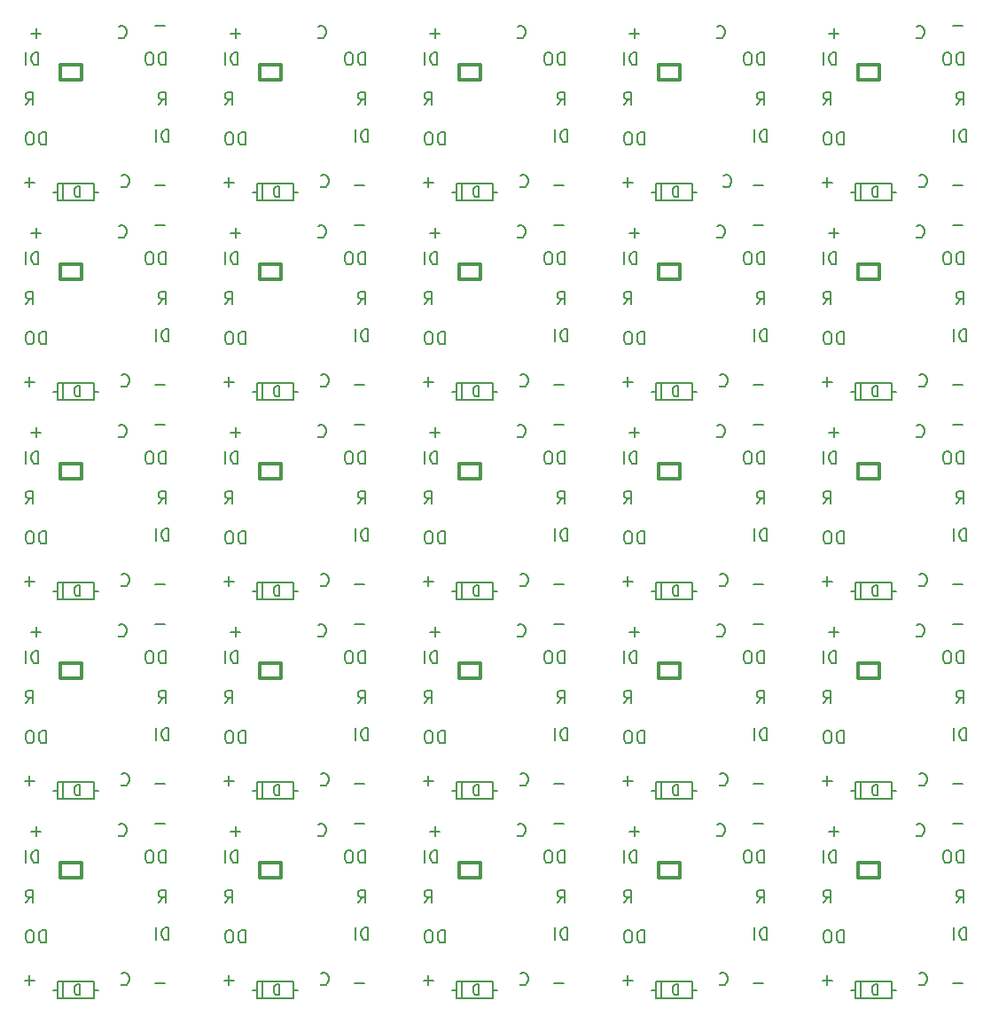
<source format=gbo>
G04 #@! TF.GenerationSoftware,KiCad,Pcbnew,5.0.2-bee76a0~70~ubuntu18.04.1*
G04 #@! TF.CreationDate,2019-02-14T02:50:33+09:00*
G04 #@! TF.ProjectId,nexus,6e657875-732e-46b6-9963-61645f706362,rev?*
G04 #@! TF.SameCoordinates,Original*
G04 #@! TF.FileFunction,Legend,Bot*
G04 #@! TF.FilePolarity,Positive*
%FSLAX46Y46*%
G04 Gerber Fmt 4.6, Leading zero omitted, Abs format (unit mm)*
G04 Created by KiCad (PCBNEW 5.0.2-bee76a0~70~ubuntu18.04.1) date 2019年02月14日 02時50分33秒*
%MOMM*%
%LPD*%
G01*
G04 APERTURE LIST*
%ADD10C,0.200000*%
%ADD11C,0.300000*%
%ADD12C,1.812000*%
%ADD13C,2.602000*%
%ADD14C,4.102000*%
%ADD15R,1.502000X1.502000*%
%ADD16C,1.502000*%
%ADD17R,1.702000X1.102000*%
%ADD18C,1.902000*%
G04 APERTURE END LIST*
D10*
X145364142Y-104352714D02*
X144449857Y-104352714D01*
X144907000Y-104809857D02*
X144907000Y-103895571D01*
X126314142Y-104352714D02*
X125399857Y-104352714D01*
X125857000Y-104809857D02*
X125857000Y-103895571D01*
X107264142Y-104352714D02*
X106349857Y-104352714D01*
X106807000Y-104809857D02*
X106807000Y-103895571D01*
X88214142Y-104352714D02*
X87299857Y-104352714D01*
X87757000Y-104809857D02*
X87757000Y-103895571D01*
X69164142Y-104352714D02*
X68249857Y-104352714D01*
X68707000Y-104809857D02*
X68707000Y-103895571D01*
X145364142Y-85302714D02*
X144449857Y-85302714D01*
X144907000Y-85759857D02*
X144907000Y-84845571D01*
X126314142Y-85302714D02*
X125399857Y-85302714D01*
X125857000Y-85759857D02*
X125857000Y-84845571D01*
X107264142Y-85302714D02*
X106349857Y-85302714D01*
X106807000Y-85759857D02*
X106807000Y-84845571D01*
X88214142Y-85302714D02*
X87299857Y-85302714D01*
X87757000Y-85759857D02*
X87757000Y-84845571D01*
X69164142Y-85302714D02*
X68249857Y-85302714D01*
X68707000Y-85759857D02*
X68707000Y-84845571D01*
X145364142Y-66252714D02*
X144449857Y-66252714D01*
X144907000Y-66709857D02*
X144907000Y-65795571D01*
X126314142Y-66252714D02*
X125399857Y-66252714D01*
X125857000Y-66709857D02*
X125857000Y-65795571D01*
X107264142Y-66252714D02*
X106349857Y-66252714D01*
X106807000Y-66709857D02*
X106807000Y-65795571D01*
X88214142Y-66252714D02*
X87299857Y-66252714D01*
X87757000Y-66709857D02*
X87757000Y-65795571D01*
X69164142Y-66252714D02*
X68249857Y-66252714D01*
X68707000Y-66709857D02*
X68707000Y-65795571D01*
X145364142Y-47202714D02*
X144449857Y-47202714D01*
X144907000Y-47659857D02*
X144907000Y-46745571D01*
X126314142Y-47202714D02*
X125399857Y-47202714D01*
X125857000Y-47659857D02*
X125857000Y-46745571D01*
X107264142Y-47202714D02*
X106349857Y-47202714D01*
X106807000Y-47659857D02*
X106807000Y-46745571D01*
X88214142Y-47202714D02*
X87299857Y-47202714D01*
X87757000Y-47659857D02*
X87757000Y-46745571D01*
X69164142Y-47202714D02*
X68249857Y-47202714D01*
X68707000Y-47659857D02*
X68707000Y-46745571D01*
X145364142Y-28152714D02*
X144449857Y-28152714D01*
X144907000Y-28609857D02*
X144907000Y-27695571D01*
X126314142Y-28152714D02*
X125399857Y-28152714D01*
X125857000Y-28609857D02*
X125857000Y-27695571D01*
X107264142Y-28152714D02*
X106349857Y-28152714D01*
X106807000Y-28609857D02*
X106807000Y-27695571D01*
X88214142Y-28152714D02*
X87299857Y-28152714D01*
X87757000Y-28609857D02*
X87757000Y-27695571D01*
X157279857Y-107349857D02*
X157279857Y-106149857D01*
X156994142Y-106149857D01*
X156822714Y-106207000D01*
X156708428Y-106321285D01*
X156651285Y-106435571D01*
X156594142Y-106664142D01*
X156594142Y-106835571D01*
X156651285Y-107064142D01*
X156708428Y-107178428D01*
X156822714Y-107292714D01*
X156994142Y-107349857D01*
X157279857Y-107349857D01*
X155851285Y-106149857D02*
X155622714Y-106149857D01*
X155508428Y-106207000D01*
X155394142Y-106321285D01*
X155337000Y-106549857D01*
X155337000Y-106949857D01*
X155394142Y-107178428D01*
X155508428Y-107292714D01*
X155622714Y-107349857D01*
X155851285Y-107349857D01*
X155965571Y-107292714D01*
X156079857Y-107178428D01*
X156137000Y-106949857D01*
X156137000Y-106549857D01*
X156079857Y-106321285D01*
X155965571Y-106207000D01*
X155851285Y-106149857D01*
X138229857Y-107349857D02*
X138229857Y-106149857D01*
X137944142Y-106149857D01*
X137772714Y-106207000D01*
X137658428Y-106321285D01*
X137601285Y-106435571D01*
X137544142Y-106664142D01*
X137544142Y-106835571D01*
X137601285Y-107064142D01*
X137658428Y-107178428D01*
X137772714Y-107292714D01*
X137944142Y-107349857D01*
X138229857Y-107349857D01*
X136801285Y-106149857D02*
X136572714Y-106149857D01*
X136458428Y-106207000D01*
X136344142Y-106321285D01*
X136287000Y-106549857D01*
X136287000Y-106949857D01*
X136344142Y-107178428D01*
X136458428Y-107292714D01*
X136572714Y-107349857D01*
X136801285Y-107349857D01*
X136915571Y-107292714D01*
X137029857Y-107178428D01*
X137087000Y-106949857D01*
X137087000Y-106549857D01*
X137029857Y-106321285D01*
X136915571Y-106207000D01*
X136801285Y-106149857D01*
X119179857Y-107349857D02*
X119179857Y-106149857D01*
X118894142Y-106149857D01*
X118722714Y-106207000D01*
X118608428Y-106321285D01*
X118551285Y-106435571D01*
X118494142Y-106664142D01*
X118494142Y-106835571D01*
X118551285Y-107064142D01*
X118608428Y-107178428D01*
X118722714Y-107292714D01*
X118894142Y-107349857D01*
X119179857Y-107349857D01*
X117751285Y-106149857D02*
X117522714Y-106149857D01*
X117408428Y-106207000D01*
X117294142Y-106321285D01*
X117237000Y-106549857D01*
X117237000Y-106949857D01*
X117294142Y-107178428D01*
X117408428Y-107292714D01*
X117522714Y-107349857D01*
X117751285Y-107349857D01*
X117865571Y-107292714D01*
X117979857Y-107178428D01*
X118037000Y-106949857D01*
X118037000Y-106549857D01*
X117979857Y-106321285D01*
X117865571Y-106207000D01*
X117751285Y-106149857D01*
X100129857Y-107349857D02*
X100129857Y-106149857D01*
X99844142Y-106149857D01*
X99672714Y-106207000D01*
X99558428Y-106321285D01*
X99501285Y-106435571D01*
X99444142Y-106664142D01*
X99444142Y-106835571D01*
X99501285Y-107064142D01*
X99558428Y-107178428D01*
X99672714Y-107292714D01*
X99844142Y-107349857D01*
X100129857Y-107349857D01*
X98701285Y-106149857D02*
X98472714Y-106149857D01*
X98358428Y-106207000D01*
X98244142Y-106321285D01*
X98187000Y-106549857D01*
X98187000Y-106949857D01*
X98244142Y-107178428D01*
X98358428Y-107292714D01*
X98472714Y-107349857D01*
X98701285Y-107349857D01*
X98815571Y-107292714D01*
X98929857Y-107178428D01*
X98987000Y-106949857D01*
X98987000Y-106549857D01*
X98929857Y-106321285D01*
X98815571Y-106207000D01*
X98701285Y-106149857D01*
X81079857Y-107349857D02*
X81079857Y-106149857D01*
X80794142Y-106149857D01*
X80622714Y-106207000D01*
X80508428Y-106321285D01*
X80451285Y-106435571D01*
X80394142Y-106664142D01*
X80394142Y-106835571D01*
X80451285Y-107064142D01*
X80508428Y-107178428D01*
X80622714Y-107292714D01*
X80794142Y-107349857D01*
X81079857Y-107349857D01*
X79651285Y-106149857D02*
X79422714Y-106149857D01*
X79308428Y-106207000D01*
X79194142Y-106321285D01*
X79137000Y-106549857D01*
X79137000Y-106949857D01*
X79194142Y-107178428D01*
X79308428Y-107292714D01*
X79422714Y-107349857D01*
X79651285Y-107349857D01*
X79765571Y-107292714D01*
X79879857Y-107178428D01*
X79937000Y-106949857D01*
X79937000Y-106549857D01*
X79879857Y-106321285D01*
X79765571Y-106207000D01*
X79651285Y-106149857D01*
X157279857Y-88299857D02*
X157279857Y-87099857D01*
X156994142Y-87099857D01*
X156822714Y-87157000D01*
X156708428Y-87271285D01*
X156651285Y-87385571D01*
X156594142Y-87614142D01*
X156594142Y-87785571D01*
X156651285Y-88014142D01*
X156708428Y-88128428D01*
X156822714Y-88242714D01*
X156994142Y-88299857D01*
X157279857Y-88299857D01*
X155851285Y-87099857D02*
X155622714Y-87099857D01*
X155508428Y-87157000D01*
X155394142Y-87271285D01*
X155337000Y-87499857D01*
X155337000Y-87899857D01*
X155394142Y-88128428D01*
X155508428Y-88242714D01*
X155622714Y-88299857D01*
X155851285Y-88299857D01*
X155965571Y-88242714D01*
X156079857Y-88128428D01*
X156137000Y-87899857D01*
X156137000Y-87499857D01*
X156079857Y-87271285D01*
X155965571Y-87157000D01*
X155851285Y-87099857D01*
X138229857Y-88299857D02*
X138229857Y-87099857D01*
X137944142Y-87099857D01*
X137772714Y-87157000D01*
X137658428Y-87271285D01*
X137601285Y-87385571D01*
X137544142Y-87614142D01*
X137544142Y-87785571D01*
X137601285Y-88014142D01*
X137658428Y-88128428D01*
X137772714Y-88242714D01*
X137944142Y-88299857D01*
X138229857Y-88299857D01*
X136801285Y-87099857D02*
X136572714Y-87099857D01*
X136458428Y-87157000D01*
X136344142Y-87271285D01*
X136287000Y-87499857D01*
X136287000Y-87899857D01*
X136344142Y-88128428D01*
X136458428Y-88242714D01*
X136572714Y-88299857D01*
X136801285Y-88299857D01*
X136915571Y-88242714D01*
X137029857Y-88128428D01*
X137087000Y-87899857D01*
X137087000Y-87499857D01*
X137029857Y-87271285D01*
X136915571Y-87157000D01*
X136801285Y-87099857D01*
X119179857Y-88299857D02*
X119179857Y-87099857D01*
X118894142Y-87099857D01*
X118722714Y-87157000D01*
X118608428Y-87271285D01*
X118551285Y-87385571D01*
X118494142Y-87614142D01*
X118494142Y-87785571D01*
X118551285Y-88014142D01*
X118608428Y-88128428D01*
X118722714Y-88242714D01*
X118894142Y-88299857D01*
X119179857Y-88299857D01*
X117751285Y-87099857D02*
X117522714Y-87099857D01*
X117408428Y-87157000D01*
X117294142Y-87271285D01*
X117237000Y-87499857D01*
X117237000Y-87899857D01*
X117294142Y-88128428D01*
X117408428Y-88242714D01*
X117522714Y-88299857D01*
X117751285Y-88299857D01*
X117865571Y-88242714D01*
X117979857Y-88128428D01*
X118037000Y-87899857D01*
X118037000Y-87499857D01*
X117979857Y-87271285D01*
X117865571Y-87157000D01*
X117751285Y-87099857D01*
X100129857Y-88299857D02*
X100129857Y-87099857D01*
X99844142Y-87099857D01*
X99672714Y-87157000D01*
X99558428Y-87271285D01*
X99501285Y-87385571D01*
X99444142Y-87614142D01*
X99444142Y-87785571D01*
X99501285Y-88014142D01*
X99558428Y-88128428D01*
X99672714Y-88242714D01*
X99844142Y-88299857D01*
X100129857Y-88299857D01*
X98701285Y-87099857D02*
X98472714Y-87099857D01*
X98358428Y-87157000D01*
X98244142Y-87271285D01*
X98187000Y-87499857D01*
X98187000Y-87899857D01*
X98244142Y-88128428D01*
X98358428Y-88242714D01*
X98472714Y-88299857D01*
X98701285Y-88299857D01*
X98815571Y-88242714D01*
X98929857Y-88128428D01*
X98987000Y-87899857D01*
X98987000Y-87499857D01*
X98929857Y-87271285D01*
X98815571Y-87157000D01*
X98701285Y-87099857D01*
X81079857Y-88299857D02*
X81079857Y-87099857D01*
X80794142Y-87099857D01*
X80622714Y-87157000D01*
X80508428Y-87271285D01*
X80451285Y-87385571D01*
X80394142Y-87614142D01*
X80394142Y-87785571D01*
X80451285Y-88014142D01*
X80508428Y-88128428D01*
X80622714Y-88242714D01*
X80794142Y-88299857D01*
X81079857Y-88299857D01*
X79651285Y-87099857D02*
X79422714Y-87099857D01*
X79308428Y-87157000D01*
X79194142Y-87271285D01*
X79137000Y-87499857D01*
X79137000Y-87899857D01*
X79194142Y-88128428D01*
X79308428Y-88242714D01*
X79422714Y-88299857D01*
X79651285Y-88299857D01*
X79765571Y-88242714D01*
X79879857Y-88128428D01*
X79937000Y-87899857D01*
X79937000Y-87499857D01*
X79879857Y-87271285D01*
X79765571Y-87157000D01*
X79651285Y-87099857D01*
X157279857Y-69249857D02*
X157279857Y-68049857D01*
X156994142Y-68049857D01*
X156822714Y-68107000D01*
X156708428Y-68221285D01*
X156651285Y-68335571D01*
X156594142Y-68564142D01*
X156594142Y-68735571D01*
X156651285Y-68964142D01*
X156708428Y-69078428D01*
X156822714Y-69192714D01*
X156994142Y-69249857D01*
X157279857Y-69249857D01*
X155851285Y-68049857D02*
X155622714Y-68049857D01*
X155508428Y-68107000D01*
X155394142Y-68221285D01*
X155337000Y-68449857D01*
X155337000Y-68849857D01*
X155394142Y-69078428D01*
X155508428Y-69192714D01*
X155622714Y-69249857D01*
X155851285Y-69249857D01*
X155965571Y-69192714D01*
X156079857Y-69078428D01*
X156137000Y-68849857D01*
X156137000Y-68449857D01*
X156079857Y-68221285D01*
X155965571Y-68107000D01*
X155851285Y-68049857D01*
X138229857Y-69249857D02*
X138229857Y-68049857D01*
X137944142Y-68049857D01*
X137772714Y-68107000D01*
X137658428Y-68221285D01*
X137601285Y-68335571D01*
X137544142Y-68564142D01*
X137544142Y-68735571D01*
X137601285Y-68964142D01*
X137658428Y-69078428D01*
X137772714Y-69192714D01*
X137944142Y-69249857D01*
X138229857Y-69249857D01*
X136801285Y-68049857D02*
X136572714Y-68049857D01*
X136458428Y-68107000D01*
X136344142Y-68221285D01*
X136287000Y-68449857D01*
X136287000Y-68849857D01*
X136344142Y-69078428D01*
X136458428Y-69192714D01*
X136572714Y-69249857D01*
X136801285Y-69249857D01*
X136915571Y-69192714D01*
X137029857Y-69078428D01*
X137087000Y-68849857D01*
X137087000Y-68449857D01*
X137029857Y-68221285D01*
X136915571Y-68107000D01*
X136801285Y-68049857D01*
X119179857Y-69249857D02*
X119179857Y-68049857D01*
X118894142Y-68049857D01*
X118722714Y-68107000D01*
X118608428Y-68221285D01*
X118551285Y-68335571D01*
X118494142Y-68564142D01*
X118494142Y-68735571D01*
X118551285Y-68964142D01*
X118608428Y-69078428D01*
X118722714Y-69192714D01*
X118894142Y-69249857D01*
X119179857Y-69249857D01*
X117751285Y-68049857D02*
X117522714Y-68049857D01*
X117408428Y-68107000D01*
X117294142Y-68221285D01*
X117237000Y-68449857D01*
X117237000Y-68849857D01*
X117294142Y-69078428D01*
X117408428Y-69192714D01*
X117522714Y-69249857D01*
X117751285Y-69249857D01*
X117865571Y-69192714D01*
X117979857Y-69078428D01*
X118037000Y-68849857D01*
X118037000Y-68449857D01*
X117979857Y-68221285D01*
X117865571Y-68107000D01*
X117751285Y-68049857D01*
X100129857Y-69249857D02*
X100129857Y-68049857D01*
X99844142Y-68049857D01*
X99672714Y-68107000D01*
X99558428Y-68221285D01*
X99501285Y-68335571D01*
X99444142Y-68564142D01*
X99444142Y-68735571D01*
X99501285Y-68964142D01*
X99558428Y-69078428D01*
X99672714Y-69192714D01*
X99844142Y-69249857D01*
X100129857Y-69249857D01*
X98701285Y-68049857D02*
X98472714Y-68049857D01*
X98358428Y-68107000D01*
X98244142Y-68221285D01*
X98187000Y-68449857D01*
X98187000Y-68849857D01*
X98244142Y-69078428D01*
X98358428Y-69192714D01*
X98472714Y-69249857D01*
X98701285Y-69249857D01*
X98815571Y-69192714D01*
X98929857Y-69078428D01*
X98987000Y-68849857D01*
X98987000Y-68449857D01*
X98929857Y-68221285D01*
X98815571Y-68107000D01*
X98701285Y-68049857D01*
X81079857Y-69249857D02*
X81079857Y-68049857D01*
X80794142Y-68049857D01*
X80622714Y-68107000D01*
X80508428Y-68221285D01*
X80451285Y-68335571D01*
X80394142Y-68564142D01*
X80394142Y-68735571D01*
X80451285Y-68964142D01*
X80508428Y-69078428D01*
X80622714Y-69192714D01*
X80794142Y-69249857D01*
X81079857Y-69249857D01*
X79651285Y-68049857D02*
X79422714Y-68049857D01*
X79308428Y-68107000D01*
X79194142Y-68221285D01*
X79137000Y-68449857D01*
X79137000Y-68849857D01*
X79194142Y-69078428D01*
X79308428Y-69192714D01*
X79422714Y-69249857D01*
X79651285Y-69249857D01*
X79765571Y-69192714D01*
X79879857Y-69078428D01*
X79937000Y-68849857D01*
X79937000Y-68449857D01*
X79879857Y-68221285D01*
X79765571Y-68107000D01*
X79651285Y-68049857D01*
X157279857Y-50199857D02*
X157279857Y-48999857D01*
X156994142Y-48999857D01*
X156822714Y-49057000D01*
X156708428Y-49171285D01*
X156651285Y-49285571D01*
X156594142Y-49514142D01*
X156594142Y-49685571D01*
X156651285Y-49914142D01*
X156708428Y-50028428D01*
X156822714Y-50142714D01*
X156994142Y-50199857D01*
X157279857Y-50199857D01*
X155851285Y-48999857D02*
X155622714Y-48999857D01*
X155508428Y-49057000D01*
X155394142Y-49171285D01*
X155337000Y-49399857D01*
X155337000Y-49799857D01*
X155394142Y-50028428D01*
X155508428Y-50142714D01*
X155622714Y-50199857D01*
X155851285Y-50199857D01*
X155965571Y-50142714D01*
X156079857Y-50028428D01*
X156137000Y-49799857D01*
X156137000Y-49399857D01*
X156079857Y-49171285D01*
X155965571Y-49057000D01*
X155851285Y-48999857D01*
X138229857Y-50199857D02*
X138229857Y-48999857D01*
X137944142Y-48999857D01*
X137772714Y-49057000D01*
X137658428Y-49171285D01*
X137601285Y-49285571D01*
X137544142Y-49514142D01*
X137544142Y-49685571D01*
X137601285Y-49914142D01*
X137658428Y-50028428D01*
X137772714Y-50142714D01*
X137944142Y-50199857D01*
X138229857Y-50199857D01*
X136801285Y-48999857D02*
X136572714Y-48999857D01*
X136458428Y-49057000D01*
X136344142Y-49171285D01*
X136287000Y-49399857D01*
X136287000Y-49799857D01*
X136344142Y-50028428D01*
X136458428Y-50142714D01*
X136572714Y-50199857D01*
X136801285Y-50199857D01*
X136915571Y-50142714D01*
X137029857Y-50028428D01*
X137087000Y-49799857D01*
X137087000Y-49399857D01*
X137029857Y-49171285D01*
X136915571Y-49057000D01*
X136801285Y-48999857D01*
X119179857Y-50199857D02*
X119179857Y-48999857D01*
X118894142Y-48999857D01*
X118722714Y-49057000D01*
X118608428Y-49171285D01*
X118551285Y-49285571D01*
X118494142Y-49514142D01*
X118494142Y-49685571D01*
X118551285Y-49914142D01*
X118608428Y-50028428D01*
X118722714Y-50142714D01*
X118894142Y-50199857D01*
X119179857Y-50199857D01*
X117751285Y-48999857D02*
X117522714Y-48999857D01*
X117408428Y-49057000D01*
X117294142Y-49171285D01*
X117237000Y-49399857D01*
X117237000Y-49799857D01*
X117294142Y-50028428D01*
X117408428Y-50142714D01*
X117522714Y-50199857D01*
X117751285Y-50199857D01*
X117865571Y-50142714D01*
X117979857Y-50028428D01*
X118037000Y-49799857D01*
X118037000Y-49399857D01*
X117979857Y-49171285D01*
X117865571Y-49057000D01*
X117751285Y-48999857D01*
X100129857Y-50199857D02*
X100129857Y-48999857D01*
X99844142Y-48999857D01*
X99672714Y-49057000D01*
X99558428Y-49171285D01*
X99501285Y-49285571D01*
X99444142Y-49514142D01*
X99444142Y-49685571D01*
X99501285Y-49914142D01*
X99558428Y-50028428D01*
X99672714Y-50142714D01*
X99844142Y-50199857D01*
X100129857Y-50199857D01*
X98701285Y-48999857D02*
X98472714Y-48999857D01*
X98358428Y-49057000D01*
X98244142Y-49171285D01*
X98187000Y-49399857D01*
X98187000Y-49799857D01*
X98244142Y-50028428D01*
X98358428Y-50142714D01*
X98472714Y-50199857D01*
X98701285Y-50199857D01*
X98815571Y-50142714D01*
X98929857Y-50028428D01*
X98987000Y-49799857D01*
X98987000Y-49399857D01*
X98929857Y-49171285D01*
X98815571Y-49057000D01*
X98701285Y-48999857D01*
X81079857Y-50199857D02*
X81079857Y-48999857D01*
X80794142Y-48999857D01*
X80622714Y-49057000D01*
X80508428Y-49171285D01*
X80451285Y-49285571D01*
X80394142Y-49514142D01*
X80394142Y-49685571D01*
X80451285Y-49914142D01*
X80508428Y-50028428D01*
X80622714Y-50142714D01*
X80794142Y-50199857D01*
X81079857Y-50199857D01*
X79651285Y-48999857D02*
X79422714Y-48999857D01*
X79308428Y-49057000D01*
X79194142Y-49171285D01*
X79137000Y-49399857D01*
X79137000Y-49799857D01*
X79194142Y-50028428D01*
X79308428Y-50142714D01*
X79422714Y-50199857D01*
X79651285Y-50199857D01*
X79765571Y-50142714D01*
X79879857Y-50028428D01*
X79937000Y-49799857D01*
X79937000Y-49399857D01*
X79879857Y-49171285D01*
X79765571Y-49057000D01*
X79651285Y-48999857D01*
X157279857Y-31149857D02*
X157279857Y-29949857D01*
X156994142Y-29949857D01*
X156822714Y-30007000D01*
X156708428Y-30121285D01*
X156651285Y-30235571D01*
X156594142Y-30464142D01*
X156594142Y-30635571D01*
X156651285Y-30864142D01*
X156708428Y-30978428D01*
X156822714Y-31092714D01*
X156994142Y-31149857D01*
X157279857Y-31149857D01*
X155851285Y-29949857D02*
X155622714Y-29949857D01*
X155508428Y-30007000D01*
X155394142Y-30121285D01*
X155337000Y-30349857D01*
X155337000Y-30749857D01*
X155394142Y-30978428D01*
X155508428Y-31092714D01*
X155622714Y-31149857D01*
X155851285Y-31149857D01*
X155965571Y-31092714D01*
X156079857Y-30978428D01*
X156137000Y-30749857D01*
X156137000Y-30349857D01*
X156079857Y-30121285D01*
X155965571Y-30007000D01*
X155851285Y-29949857D01*
X138229857Y-31149857D02*
X138229857Y-29949857D01*
X137944142Y-29949857D01*
X137772714Y-30007000D01*
X137658428Y-30121285D01*
X137601285Y-30235571D01*
X137544142Y-30464142D01*
X137544142Y-30635571D01*
X137601285Y-30864142D01*
X137658428Y-30978428D01*
X137772714Y-31092714D01*
X137944142Y-31149857D01*
X138229857Y-31149857D01*
X136801285Y-29949857D02*
X136572714Y-29949857D01*
X136458428Y-30007000D01*
X136344142Y-30121285D01*
X136287000Y-30349857D01*
X136287000Y-30749857D01*
X136344142Y-30978428D01*
X136458428Y-31092714D01*
X136572714Y-31149857D01*
X136801285Y-31149857D01*
X136915571Y-31092714D01*
X137029857Y-30978428D01*
X137087000Y-30749857D01*
X137087000Y-30349857D01*
X137029857Y-30121285D01*
X136915571Y-30007000D01*
X136801285Y-29949857D01*
X119179857Y-31149857D02*
X119179857Y-29949857D01*
X118894142Y-29949857D01*
X118722714Y-30007000D01*
X118608428Y-30121285D01*
X118551285Y-30235571D01*
X118494142Y-30464142D01*
X118494142Y-30635571D01*
X118551285Y-30864142D01*
X118608428Y-30978428D01*
X118722714Y-31092714D01*
X118894142Y-31149857D01*
X119179857Y-31149857D01*
X117751285Y-29949857D02*
X117522714Y-29949857D01*
X117408428Y-30007000D01*
X117294142Y-30121285D01*
X117237000Y-30349857D01*
X117237000Y-30749857D01*
X117294142Y-30978428D01*
X117408428Y-31092714D01*
X117522714Y-31149857D01*
X117751285Y-31149857D01*
X117865571Y-31092714D01*
X117979857Y-30978428D01*
X118037000Y-30749857D01*
X118037000Y-30349857D01*
X117979857Y-30121285D01*
X117865571Y-30007000D01*
X117751285Y-29949857D01*
X100129857Y-31149857D02*
X100129857Y-29949857D01*
X99844142Y-29949857D01*
X99672714Y-30007000D01*
X99558428Y-30121285D01*
X99501285Y-30235571D01*
X99444142Y-30464142D01*
X99444142Y-30635571D01*
X99501285Y-30864142D01*
X99558428Y-30978428D01*
X99672714Y-31092714D01*
X99844142Y-31149857D01*
X100129857Y-31149857D01*
X98701285Y-29949857D02*
X98472714Y-29949857D01*
X98358428Y-30007000D01*
X98244142Y-30121285D01*
X98187000Y-30349857D01*
X98187000Y-30749857D01*
X98244142Y-30978428D01*
X98358428Y-31092714D01*
X98472714Y-31149857D01*
X98701285Y-31149857D01*
X98815571Y-31092714D01*
X98929857Y-30978428D01*
X98987000Y-30749857D01*
X98987000Y-30349857D01*
X98929857Y-30121285D01*
X98815571Y-30007000D01*
X98701285Y-29949857D01*
X145126000Y-107349857D02*
X145126000Y-106149857D01*
X144840285Y-106149857D01*
X144668857Y-106207000D01*
X144554571Y-106321285D01*
X144497428Y-106435571D01*
X144440285Y-106664142D01*
X144440285Y-106835571D01*
X144497428Y-107064142D01*
X144554571Y-107178428D01*
X144668857Y-107292714D01*
X144840285Y-107349857D01*
X145126000Y-107349857D01*
X143926000Y-107349857D02*
X143926000Y-106149857D01*
X126076000Y-107349857D02*
X126076000Y-106149857D01*
X125790285Y-106149857D01*
X125618857Y-106207000D01*
X125504571Y-106321285D01*
X125447428Y-106435571D01*
X125390285Y-106664142D01*
X125390285Y-106835571D01*
X125447428Y-107064142D01*
X125504571Y-107178428D01*
X125618857Y-107292714D01*
X125790285Y-107349857D01*
X126076000Y-107349857D01*
X124876000Y-107349857D02*
X124876000Y-106149857D01*
X107026000Y-107349857D02*
X107026000Y-106149857D01*
X106740285Y-106149857D01*
X106568857Y-106207000D01*
X106454571Y-106321285D01*
X106397428Y-106435571D01*
X106340285Y-106664142D01*
X106340285Y-106835571D01*
X106397428Y-107064142D01*
X106454571Y-107178428D01*
X106568857Y-107292714D01*
X106740285Y-107349857D01*
X107026000Y-107349857D01*
X105826000Y-107349857D02*
X105826000Y-106149857D01*
X87976000Y-107349857D02*
X87976000Y-106149857D01*
X87690285Y-106149857D01*
X87518857Y-106207000D01*
X87404571Y-106321285D01*
X87347428Y-106435571D01*
X87290285Y-106664142D01*
X87290285Y-106835571D01*
X87347428Y-107064142D01*
X87404571Y-107178428D01*
X87518857Y-107292714D01*
X87690285Y-107349857D01*
X87976000Y-107349857D01*
X86776000Y-107349857D02*
X86776000Y-106149857D01*
X68926000Y-107349857D02*
X68926000Y-106149857D01*
X68640285Y-106149857D01*
X68468857Y-106207000D01*
X68354571Y-106321285D01*
X68297428Y-106435571D01*
X68240285Y-106664142D01*
X68240285Y-106835571D01*
X68297428Y-107064142D01*
X68354571Y-107178428D01*
X68468857Y-107292714D01*
X68640285Y-107349857D01*
X68926000Y-107349857D01*
X67726000Y-107349857D02*
X67726000Y-106149857D01*
X145126000Y-88299857D02*
X145126000Y-87099857D01*
X144840285Y-87099857D01*
X144668857Y-87157000D01*
X144554571Y-87271285D01*
X144497428Y-87385571D01*
X144440285Y-87614142D01*
X144440285Y-87785571D01*
X144497428Y-88014142D01*
X144554571Y-88128428D01*
X144668857Y-88242714D01*
X144840285Y-88299857D01*
X145126000Y-88299857D01*
X143926000Y-88299857D02*
X143926000Y-87099857D01*
X126076000Y-88299857D02*
X126076000Y-87099857D01*
X125790285Y-87099857D01*
X125618857Y-87157000D01*
X125504571Y-87271285D01*
X125447428Y-87385571D01*
X125390285Y-87614142D01*
X125390285Y-87785571D01*
X125447428Y-88014142D01*
X125504571Y-88128428D01*
X125618857Y-88242714D01*
X125790285Y-88299857D01*
X126076000Y-88299857D01*
X124876000Y-88299857D02*
X124876000Y-87099857D01*
X107026000Y-88299857D02*
X107026000Y-87099857D01*
X106740285Y-87099857D01*
X106568857Y-87157000D01*
X106454571Y-87271285D01*
X106397428Y-87385571D01*
X106340285Y-87614142D01*
X106340285Y-87785571D01*
X106397428Y-88014142D01*
X106454571Y-88128428D01*
X106568857Y-88242714D01*
X106740285Y-88299857D01*
X107026000Y-88299857D01*
X105826000Y-88299857D02*
X105826000Y-87099857D01*
X87976000Y-88299857D02*
X87976000Y-87099857D01*
X87690285Y-87099857D01*
X87518857Y-87157000D01*
X87404571Y-87271285D01*
X87347428Y-87385571D01*
X87290285Y-87614142D01*
X87290285Y-87785571D01*
X87347428Y-88014142D01*
X87404571Y-88128428D01*
X87518857Y-88242714D01*
X87690285Y-88299857D01*
X87976000Y-88299857D01*
X86776000Y-88299857D02*
X86776000Y-87099857D01*
X68926000Y-88299857D02*
X68926000Y-87099857D01*
X68640285Y-87099857D01*
X68468857Y-87157000D01*
X68354571Y-87271285D01*
X68297428Y-87385571D01*
X68240285Y-87614142D01*
X68240285Y-87785571D01*
X68297428Y-88014142D01*
X68354571Y-88128428D01*
X68468857Y-88242714D01*
X68640285Y-88299857D01*
X68926000Y-88299857D01*
X67726000Y-88299857D02*
X67726000Y-87099857D01*
X145126000Y-69249857D02*
X145126000Y-68049857D01*
X144840285Y-68049857D01*
X144668857Y-68107000D01*
X144554571Y-68221285D01*
X144497428Y-68335571D01*
X144440285Y-68564142D01*
X144440285Y-68735571D01*
X144497428Y-68964142D01*
X144554571Y-69078428D01*
X144668857Y-69192714D01*
X144840285Y-69249857D01*
X145126000Y-69249857D01*
X143926000Y-69249857D02*
X143926000Y-68049857D01*
X126076000Y-69249857D02*
X126076000Y-68049857D01*
X125790285Y-68049857D01*
X125618857Y-68107000D01*
X125504571Y-68221285D01*
X125447428Y-68335571D01*
X125390285Y-68564142D01*
X125390285Y-68735571D01*
X125447428Y-68964142D01*
X125504571Y-69078428D01*
X125618857Y-69192714D01*
X125790285Y-69249857D01*
X126076000Y-69249857D01*
X124876000Y-69249857D02*
X124876000Y-68049857D01*
X107026000Y-69249857D02*
X107026000Y-68049857D01*
X106740285Y-68049857D01*
X106568857Y-68107000D01*
X106454571Y-68221285D01*
X106397428Y-68335571D01*
X106340285Y-68564142D01*
X106340285Y-68735571D01*
X106397428Y-68964142D01*
X106454571Y-69078428D01*
X106568857Y-69192714D01*
X106740285Y-69249857D01*
X107026000Y-69249857D01*
X105826000Y-69249857D02*
X105826000Y-68049857D01*
X87976000Y-69249857D02*
X87976000Y-68049857D01*
X87690285Y-68049857D01*
X87518857Y-68107000D01*
X87404571Y-68221285D01*
X87347428Y-68335571D01*
X87290285Y-68564142D01*
X87290285Y-68735571D01*
X87347428Y-68964142D01*
X87404571Y-69078428D01*
X87518857Y-69192714D01*
X87690285Y-69249857D01*
X87976000Y-69249857D01*
X86776000Y-69249857D02*
X86776000Y-68049857D01*
X68926000Y-69249857D02*
X68926000Y-68049857D01*
X68640285Y-68049857D01*
X68468857Y-68107000D01*
X68354571Y-68221285D01*
X68297428Y-68335571D01*
X68240285Y-68564142D01*
X68240285Y-68735571D01*
X68297428Y-68964142D01*
X68354571Y-69078428D01*
X68468857Y-69192714D01*
X68640285Y-69249857D01*
X68926000Y-69249857D01*
X67726000Y-69249857D02*
X67726000Y-68049857D01*
X145126000Y-50199857D02*
X145126000Y-48999857D01*
X144840285Y-48999857D01*
X144668857Y-49057000D01*
X144554571Y-49171285D01*
X144497428Y-49285571D01*
X144440285Y-49514142D01*
X144440285Y-49685571D01*
X144497428Y-49914142D01*
X144554571Y-50028428D01*
X144668857Y-50142714D01*
X144840285Y-50199857D01*
X145126000Y-50199857D01*
X143926000Y-50199857D02*
X143926000Y-48999857D01*
X126076000Y-50199857D02*
X126076000Y-48999857D01*
X125790285Y-48999857D01*
X125618857Y-49057000D01*
X125504571Y-49171285D01*
X125447428Y-49285571D01*
X125390285Y-49514142D01*
X125390285Y-49685571D01*
X125447428Y-49914142D01*
X125504571Y-50028428D01*
X125618857Y-50142714D01*
X125790285Y-50199857D01*
X126076000Y-50199857D01*
X124876000Y-50199857D02*
X124876000Y-48999857D01*
X107026000Y-50199857D02*
X107026000Y-48999857D01*
X106740285Y-48999857D01*
X106568857Y-49057000D01*
X106454571Y-49171285D01*
X106397428Y-49285571D01*
X106340285Y-49514142D01*
X106340285Y-49685571D01*
X106397428Y-49914142D01*
X106454571Y-50028428D01*
X106568857Y-50142714D01*
X106740285Y-50199857D01*
X107026000Y-50199857D01*
X105826000Y-50199857D02*
X105826000Y-48999857D01*
X87976000Y-50199857D02*
X87976000Y-48999857D01*
X87690285Y-48999857D01*
X87518857Y-49057000D01*
X87404571Y-49171285D01*
X87347428Y-49285571D01*
X87290285Y-49514142D01*
X87290285Y-49685571D01*
X87347428Y-49914142D01*
X87404571Y-50028428D01*
X87518857Y-50142714D01*
X87690285Y-50199857D01*
X87976000Y-50199857D01*
X86776000Y-50199857D02*
X86776000Y-48999857D01*
X68926000Y-50199857D02*
X68926000Y-48999857D01*
X68640285Y-48999857D01*
X68468857Y-49057000D01*
X68354571Y-49171285D01*
X68297428Y-49285571D01*
X68240285Y-49514142D01*
X68240285Y-49685571D01*
X68297428Y-49914142D01*
X68354571Y-50028428D01*
X68468857Y-50142714D01*
X68640285Y-50199857D01*
X68926000Y-50199857D01*
X67726000Y-50199857D02*
X67726000Y-48999857D01*
X145126000Y-31149857D02*
X145126000Y-29949857D01*
X144840285Y-29949857D01*
X144668857Y-30007000D01*
X144554571Y-30121285D01*
X144497428Y-30235571D01*
X144440285Y-30464142D01*
X144440285Y-30635571D01*
X144497428Y-30864142D01*
X144554571Y-30978428D01*
X144668857Y-31092714D01*
X144840285Y-31149857D01*
X145126000Y-31149857D01*
X143926000Y-31149857D02*
X143926000Y-29949857D01*
X126076000Y-31149857D02*
X126076000Y-29949857D01*
X125790285Y-29949857D01*
X125618857Y-30007000D01*
X125504571Y-30121285D01*
X125447428Y-30235571D01*
X125390285Y-30464142D01*
X125390285Y-30635571D01*
X125447428Y-30864142D01*
X125504571Y-30978428D01*
X125618857Y-31092714D01*
X125790285Y-31149857D01*
X126076000Y-31149857D01*
X124876000Y-31149857D02*
X124876000Y-29949857D01*
X107026000Y-31149857D02*
X107026000Y-29949857D01*
X106740285Y-29949857D01*
X106568857Y-30007000D01*
X106454571Y-30121285D01*
X106397428Y-30235571D01*
X106340285Y-30464142D01*
X106340285Y-30635571D01*
X106397428Y-30864142D01*
X106454571Y-30978428D01*
X106568857Y-31092714D01*
X106740285Y-31149857D01*
X107026000Y-31149857D01*
X105826000Y-31149857D02*
X105826000Y-29949857D01*
X87976000Y-31149857D02*
X87976000Y-29949857D01*
X87690285Y-29949857D01*
X87518857Y-30007000D01*
X87404571Y-30121285D01*
X87347428Y-30235571D01*
X87290285Y-30464142D01*
X87290285Y-30635571D01*
X87347428Y-30864142D01*
X87404571Y-30978428D01*
X87518857Y-31092714D01*
X87690285Y-31149857D01*
X87976000Y-31149857D01*
X86776000Y-31149857D02*
X86776000Y-29949857D01*
X157572000Y-114715857D02*
X157572000Y-113515857D01*
X157286285Y-113515857D01*
X157114857Y-113573000D01*
X157000571Y-113687285D01*
X156943428Y-113801571D01*
X156886285Y-114030142D01*
X156886285Y-114201571D01*
X156943428Y-114430142D01*
X157000571Y-114544428D01*
X157114857Y-114658714D01*
X157286285Y-114715857D01*
X157572000Y-114715857D01*
X156372000Y-114715857D02*
X156372000Y-113515857D01*
X138522000Y-114715857D02*
X138522000Y-113515857D01*
X138236285Y-113515857D01*
X138064857Y-113573000D01*
X137950571Y-113687285D01*
X137893428Y-113801571D01*
X137836285Y-114030142D01*
X137836285Y-114201571D01*
X137893428Y-114430142D01*
X137950571Y-114544428D01*
X138064857Y-114658714D01*
X138236285Y-114715857D01*
X138522000Y-114715857D01*
X137322000Y-114715857D02*
X137322000Y-113515857D01*
X119472000Y-114715857D02*
X119472000Y-113515857D01*
X119186285Y-113515857D01*
X119014857Y-113573000D01*
X118900571Y-113687285D01*
X118843428Y-113801571D01*
X118786285Y-114030142D01*
X118786285Y-114201571D01*
X118843428Y-114430142D01*
X118900571Y-114544428D01*
X119014857Y-114658714D01*
X119186285Y-114715857D01*
X119472000Y-114715857D01*
X118272000Y-114715857D02*
X118272000Y-113515857D01*
X100422000Y-114715857D02*
X100422000Y-113515857D01*
X100136285Y-113515857D01*
X99964857Y-113573000D01*
X99850571Y-113687285D01*
X99793428Y-113801571D01*
X99736285Y-114030142D01*
X99736285Y-114201571D01*
X99793428Y-114430142D01*
X99850571Y-114544428D01*
X99964857Y-114658714D01*
X100136285Y-114715857D01*
X100422000Y-114715857D01*
X99222000Y-114715857D02*
X99222000Y-113515857D01*
X81372000Y-114715857D02*
X81372000Y-113515857D01*
X81086285Y-113515857D01*
X80914857Y-113573000D01*
X80800571Y-113687285D01*
X80743428Y-113801571D01*
X80686285Y-114030142D01*
X80686285Y-114201571D01*
X80743428Y-114430142D01*
X80800571Y-114544428D01*
X80914857Y-114658714D01*
X81086285Y-114715857D01*
X81372000Y-114715857D01*
X80172000Y-114715857D02*
X80172000Y-113515857D01*
X157572000Y-95665857D02*
X157572000Y-94465857D01*
X157286285Y-94465857D01*
X157114857Y-94523000D01*
X157000571Y-94637285D01*
X156943428Y-94751571D01*
X156886285Y-94980142D01*
X156886285Y-95151571D01*
X156943428Y-95380142D01*
X157000571Y-95494428D01*
X157114857Y-95608714D01*
X157286285Y-95665857D01*
X157572000Y-95665857D01*
X156372000Y-95665857D02*
X156372000Y-94465857D01*
X138522000Y-95665857D02*
X138522000Y-94465857D01*
X138236285Y-94465857D01*
X138064857Y-94523000D01*
X137950571Y-94637285D01*
X137893428Y-94751571D01*
X137836285Y-94980142D01*
X137836285Y-95151571D01*
X137893428Y-95380142D01*
X137950571Y-95494428D01*
X138064857Y-95608714D01*
X138236285Y-95665857D01*
X138522000Y-95665857D01*
X137322000Y-95665857D02*
X137322000Y-94465857D01*
X119472000Y-95665857D02*
X119472000Y-94465857D01*
X119186285Y-94465857D01*
X119014857Y-94523000D01*
X118900571Y-94637285D01*
X118843428Y-94751571D01*
X118786285Y-94980142D01*
X118786285Y-95151571D01*
X118843428Y-95380142D01*
X118900571Y-95494428D01*
X119014857Y-95608714D01*
X119186285Y-95665857D01*
X119472000Y-95665857D01*
X118272000Y-95665857D02*
X118272000Y-94465857D01*
X100422000Y-95665857D02*
X100422000Y-94465857D01*
X100136285Y-94465857D01*
X99964857Y-94523000D01*
X99850571Y-94637285D01*
X99793428Y-94751571D01*
X99736285Y-94980142D01*
X99736285Y-95151571D01*
X99793428Y-95380142D01*
X99850571Y-95494428D01*
X99964857Y-95608714D01*
X100136285Y-95665857D01*
X100422000Y-95665857D01*
X99222000Y-95665857D02*
X99222000Y-94465857D01*
X81372000Y-95665857D02*
X81372000Y-94465857D01*
X81086285Y-94465857D01*
X80914857Y-94523000D01*
X80800571Y-94637285D01*
X80743428Y-94751571D01*
X80686285Y-94980142D01*
X80686285Y-95151571D01*
X80743428Y-95380142D01*
X80800571Y-95494428D01*
X80914857Y-95608714D01*
X81086285Y-95665857D01*
X81372000Y-95665857D01*
X80172000Y-95665857D02*
X80172000Y-94465857D01*
X157572000Y-76615857D02*
X157572000Y-75415857D01*
X157286285Y-75415857D01*
X157114857Y-75473000D01*
X157000571Y-75587285D01*
X156943428Y-75701571D01*
X156886285Y-75930142D01*
X156886285Y-76101571D01*
X156943428Y-76330142D01*
X157000571Y-76444428D01*
X157114857Y-76558714D01*
X157286285Y-76615857D01*
X157572000Y-76615857D01*
X156372000Y-76615857D02*
X156372000Y-75415857D01*
X138522000Y-76615857D02*
X138522000Y-75415857D01*
X138236285Y-75415857D01*
X138064857Y-75473000D01*
X137950571Y-75587285D01*
X137893428Y-75701571D01*
X137836285Y-75930142D01*
X137836285Y-76101571D01*
X137893428Y-76330142D01*
X137950571Y-76444428D01*
X138064857Y-76558714D01*
X138236285Y-76615857D01*
X138522000Y-76615857D01*
X137322000Y-76615857D02*
X137322000Y-75415857D01*
X119472000Y-76615857D02*
X119472000Y-75415857D01*
X119186285Y-75415857D01*
X119014857Y-75473000D01*
X118900571Y-75587285D01*
X118843428Y-75701571D01*
X118786285Y-75930142D01*
X118786285Y-76101571D01*
X118843428Y-76330142D01*
X118900571Y-76444428D01*
X119014857Y-76558714D01*
X119186285Y-76615857D01*
X119472000Y-76615857D01*
X118272000Y-76615857D02*
X118272000Y-75415857D01*
X100422000Y-76615857D02*
X100422000Y-75415857D01*
X100136285Y-75415857D01*
X99964857Y-75473000D01*
X99850571Y-75587285D01*
X99793428Y-75701571D01*
X99736285Y-75930142D01*
X99736285Y-76101571D01*
X99793428Y-76330142D01*
X99850571Y-76444428D01*
X99964857Y-76558714D01*
X100136285Y-76615857D01*
X100422000Y-76615857D01*
X99222000Y-76615857D02*
X99222000Y-75415857D01*
X81372000Y-76615857D02*
X81372000Y-75415857D01*
X81086285Y-75415857D01*
X80914857Y-75473000D01*
X80800571Y-75587285D01*
X80743428Y-75701571D01*
X80686285Y-75930142D01*
X80686285Y-76101571D01*
X80743428Y-76330142D01*
X80800571Y-76444428D01*
X80914857Y-76558714D01*
X81086285Y-76615857D01*
X81372000Y-76615857D01*
X80172000Y-76615857D02*
X80172000Y-75415857D01*
X157572000Y-57565857D02*
X157572000Y-56365857D01*
X157286285Y-56365857D01*
X157114857Y-56423000D01*
X157000571Y-56537285D01*
X156943428Y-56651571D01*
X156886285Y-56880142D01*
X156886285Y-57051571D01*
X156943428Y-57280142D01*
X157000571Y-57394428D01*
X157114857Y-57508714D01*
X157286285Y-57565857D01*
X157572000Y-57565857D01*
X156372000Y-57565857D02*
X156372000Y-56365857D01*
X138522000Y-57565857D02*
X138522000Y-56365857D01*
X138236285Y-56365857D01*
X138064857Y-56423000D01*
X137950571Y-56537285D01*
X137893428Y-56651571D01*
X137836285Y-56880142D01*
X137836285Y-57051571D01*
X137893428Y-57280142D01*
X137950571Y-57394428D01*
X138064857Y-57508714D01*
X138236285Y-57565857D01*
X138522000Y-57565857D01*
X137322000Y-57565857D02*
X137322000Y-56365857D01*
X119472000Y-57565857D02*
X119472000Y-56365857D01*
X119186285Y-56365857D01*
X119014857Y-56423000D01*
X118900571Y-56537285D01*
X118843428Y-56651571D01*
X118786285Y-56880142D01*
X118786285Y-57051571D01*
X118843428Y-57280142D01*
X118900571Y-57394428D01*
X119014857Y-57508714D01*
X119186285Y-57565857D01*
X119472000Y-57565857D01*
X118272000Y-57565857D02*
X118272000Y-56365857D01*
X100422000Y-57565857D02*
X100422000Y-56365857D01*
X100136285Y-56365857D01*
X99964857Y-56423000D01*
X99850571Y-56537285D01*
X99793428Y-56651571D01*
X99736285Y-56880142D01*
X99736285Y-57051571D01*
X99793428Y-57280142D01*
X99850571Y-57394428D01*
X99964857Y-57508714D01*
X100136285Y-57565857D01*
X100422000Y-57565857D01*
X99222000Y-57565857D02*
X99222000Y-56365857D01*
X81372000Y-57565857D02*
X81372000Y-56365857D01*
X81086285Y-56365857D01*
X80914857Y-56423000D01*
X80800571Y-56537285D01*
X80743428Y-56651571D01*
X80686285Y-56880142D01*
X80686285Y-57051571D01*
X80743428Y-57280142D01*
X80800571Y-57394428D01*
X80914857Y-57508714D01*
X81086285Y-57565857D01*
X81372000Y-57565857D01*
X80172000Y-57565857D02*
X80172000Y-56365857D01*
X157572000Y-38515857D02*
X157572000Y-37315857D01*
X157286285Y-37315857D01*
X157114857Y-37373000D01*
X157000571Y-37487285D01*
X156943428Y-37601571D01*
X156886285Y-37830142D01*
X156886285Y-38001571D01*
X156943428Y-38230142D01*
X157000571Y-38344428D01*
X157114857Y-38458714D01*
X157286285Y-38515857D01*
X157572000Y-38515857D01*
X156372000Y-38515857D02*
X156372000Y-37315857D01*
X138522000Y-38515857D02*
X138522000Y-37315857D01*
X138236285Y-37315857D01*
X138064857Y-37373000D01*
X137950571Y-37487285D01*
X137893428Y-37601571D01*
X137836285Y-37830142D01*
X137836285Y-38001571D01*
X137893428Y-38230142D01*
X137950571Y-38344428D01*
X138064857Y-38458714D01*
X138236285Y-38515857D01*
X138522000Y-38515857D01*
X137322000Y-38515857D02*
X137322000Y-37315857D01*
X119472000Y-38515857D02*
X119472000Y-37315857D01*
X119186285Y-37315857D01*
X119014857Y-37373000D01*
X118900571Y-37487285D01*
X118843428Y-37601571D01*
X118786285Y-37830142D01*
X118786285Y-38001571D01*
X118843428Y-38230142D01*
X118900571Y-38344428D01*
X119014857Y-38458714D01*
X119186285Y-38515857D01*
X119472000Y-38515857D01*
X118272000Y-38515857D02*
X118272000Y-37315857D01*
X100422000Y-38515857D02*
X100422000Y-37315857D01*
X100136285Y-37315857D01*
X99964857Y-37373000D01*
X99850571Y-37487285D01*
X99793428Y-37601571D01*
X99736285Y-37830142D01*
X99736285Y-38001571D01*
X99793428Y-38230142D01*
X99850571Y-38344428D01*
X99964857Y-38458714D01*
X100136285Y-38515857D01*
X100422000Y-38515857D01*
X99222000Y-38515857D02*
X99222000Y-37315857D01*
X157175142Y-118830714D02*
X156260857Y-118830714D01*
X138125142Y-118830714D02*
X137210857Y-118830714D01*
X119075142Y-118830714D02*
X118160857Y-118830714D01*
X100025142Y-118830714D02*
X99110857Y-118830714D01*
X80975142Y-118830714D02*
X80060857Y-118830714D01*
X157175142Y-99780714D02*
X156260857Y-99780714D01*
X138125142Y-99780714D02*
X137210857Y-99780714D01*
X119075142Y-99780714D02*
X118160857Y-99780714D01*
X100025142Y-99780714D02*
X99110857Y-99780714D01*
X80975142Y-99780714D02*
X80060857Y-99780714D01*
X157175142Y-80730714D02*
X156260857Y-80730714D01*
X138125142Y-80730714D02*
X137210857Y-80730714D01*
X119075142Y-80730714D02*
X118160857Y-80730714D01*
X100025142Y-80730714D02*
X99110857Y-80730714D01*
X80975142Y-80730714D02*
X80060857Y-80730714D01*
X157175142Y-61680714D02*
X156260857Y-61680714D01*
X138125142Y-61680714D02*
X137210857Y-61680714D01*
X119075142Y-61680714D02*
X118160857Y-61680714D01*
X100025142Y-61680714D02*
X99110857Y-61680714D01*
X80975142Y-61680714D02*
X80060857Y-61680714D01*
X157175142Y-42630714D02*
X156260857Y-42630714D01*
X138125142Y-42630714D02*
X137210857Y-42630714D01*
X119075142Y-42630714D02*
X118160857Y-42630714D01*
X100025142Y-42630714D02*
X99110857Y-42630714D01*
X156600571Y-111159857D02*
X157000571Y-110588428D01*
X157286285Y-111159857D02*
X157286285Y-109959857D01*
X156829142Y-109959857D01*
X156714857Y-110017000D01*
X156657714Y-110074142D01*
X156600571Y-110188428D01*
X156600571Y-110359857D01*
X156657714Y-110474142D01*
X156714857Y-110531285D01*
X156829142Y-110588428D01*
X157286285Y-110588428D01*
X137550571Y-111159857D02*
X137950571Y-110588428D01*
X138236285Y-111159857D02*
X138236285Y-109959857D01*
X137779142Y-109959857D01*
X137664857Y-110017000D01*
X137607714Y-110074142D01*
X137550571Y-110188428D01*
X137550571Y-110359857D01*
X137607714Y-110474142D01*
X137664857Y-110531285D01*
X137779142Y-110588428D01*
X138236285Y-110588428D01*
X118500571Y-111159857D02*
X118900571Y-110588428D01*
X119186285Y-111159857D02*
X119186285Y-109959857D01*
X118729142Y-109959857D01*
X118614857Y-110017000D01*
X118557714Y-110074142D01*
X118500571Y-110188428D01*
X118500571Y-110359857D01*
X118557714Y-110474142D01*
X118614857Y-110531285D01*
X118729142Y-110588428D01*
X119186285Y-110588428D01*
X99450571Y-111159857D02*
X99850571Y-110588428D01*
X100136285Y-111159857D02*
X100136285Y-109959857D01*
X99679142Y-109959857D01*
X99564857Y-110017000D01*
X99507714Y-110074142D01*
X99450571Y-110188428D01*
X99450571Y-110359857D01*
X99507714Y-110474142D01*
X99564857Y-110531285D01*
X99679142Y-110588428D01*
X100136285Y-110588428D01*
X80400571Y-111159857D02*
X80800571Y-110588428D01*
X81086285Y-111159857D02*
X81086285Y-109959857D01*
X80629142Y-109959857D01*
X80514857Y-110017000D01*
X80457714Y-110074142D01*
X80400571Y-110188428D01*
X80400571Y-110359857D01*
X80457714Y-110474142D01*
X80514857Y-110531285D01*
X80629142Y-110588428D01*
X81086285Y-110588428D01*
X156600571Y-92109857D02*
X157000571Y-91538428D01*
X157286285Y-92109857D02*
X157286285Y-90909857D01*
X156829142Y-90909857D01*
X156714857Y-90967000D01*
X156657714Y-91024142D01*
X156600571Y-91138428D01*
X156600571Y-91309857D01*
X156657714Y-91424142D01*
X156714857Y-91481285D01*
X156829142Y-91538428D01*
X157286285Y-91538428D01*
X137550571Y-92109857D02*
X137950571Y-91538428D01*
X138236285Y-92109857D02*
X138236285Y-90909857D01*
X137779142Y-90909857D01*
X137664857Y-90967000D01*
X137607714Y-91024142D01*
X137550571Y-91138428D01*
X137550571Y-91309857D01*
X137607714Y-91424142D01*
X137664857Y-91481285D01*
X137779142Y-91538428D01*
X138236285Y-91538428D01*
X118500571Y-92109857D02*
X118900571Y-91538428D01*
X119186285Y-92109857D02*
X119186285Y-90909857D01*
X118729142Y-90909857D01*
X118614857Y-90967000D01*
X118557714Y-91024142D01*
X118500571Y-91138428D01*
X118500571Y-91309857D01*
X118557714Y-91424142D01*
X118614857Y-91481285D01*
X118729142Y-91538428D01*
X119186285Y-91538428D01*
X99450571Y-92109857D02*
X99850571Y-91538428D01*
X100136285Y-92109857D02*
X100136285Y-90909857D01*
X99679142Y-90909857D01*
X99564857Y-90967000D01*
X99507714Y-91024142D01*
X99450571Y-91138428D01*
X99450571Y-91309857D01*
X99507714Y-91424142D01*
X99564857Y-91481285D01*
X99679142Y-91538428D01*
X100136285Y-91538428D01*
X80400571Y-92109857D02*
X80800571Y-91538428D01*
X81086285Y-92109857D02*
X81086285Y-90909857D01*
X80629142Y-90909857D01*
X80514857Y-90967000D01*
X80457714Y-91024142D01*
X80400571Y-91138428D01*
X80400571Y-91309857D01*
X80457714Y-91424142D01*
X80514857Y-91481285D01*
X80629142Y-91538428D01*
X81086285Y-91538428D01*
X156600571Y-73059857D02*
X157000571Y-72488428D01*
X157286285Y-73059857D02*
X157286285Y-71859857D01*
X156829142Y-71859857D01*
X156714857Y-71917000D01*
X156657714Y-71974142D01*
X156600571Y-72088428D01*
X156600571Y-72259857D01*
X156657714Y-72374142D01*
X156714857Y-72431285D01*
X156829142Y-72488428D01*
X157286285Y-72488428D01*
X137550571Y-73059857D02*
X137950571Y-72488428D01*
X138236285Y-73059857D02*
X138236285Y-71859857D01*
X137779142Y-71859857D01*
X137664857Y-71917000D01*
X137607714Y-71974142D01*
X137550571Y-72088428D01*
X137550571Y-72259857D01*
X137607714Y-72374142D01*
X137664857Y-72431285D01*
X137779142Y-72488428D01*
X138236285Y-72488428D01*
X118500571Y-73059857D02*
X118900571Y-72488428D01*
X119186285Y-73059857D02*
X119186285Y-71859857D01*
X118729142Y-71859857D01*
X118614857Y-71917000D01*
X118557714Y-71974142D01*
X118500571Y-72088428D01*
X118500571Y-72259857D01*
X118557714Y-72374142D01*
X118614857Y-72431285D01*
X118729142Y-72488428D01*
X119186285Y-72488428D01*
X99450571Y-73059857D02*
X99850571Y-72488428D01*
X100136285Y-73059857D02*
X100136285Y-71859857D01*
X99679142Y-71859857D01*
X99564857Y-71917000D01*
X99507714Y-71974142D01*
X99450571Y-72088428D01*
X99450571Y-72259857D01*
X99507714Y-72374142D01*
X99564857Y-72431285D01*
X99679142Y-72488428D01*
X100136285Y-72488428D01*
X80400571Y-73059857D02*
X80800571Y-72488428D01*
X81086285Y-73059857D02*
X81086285Y-71859857D01*
X80629142Y-71859857D01*
X80514857Y-71917000D01*
X80457714Y-71974142D01*
X80400571Y-72088428D01*
X80400571Y-72259857D01*
X80457714Y-72374142D01*
X80514857Y-72431285D01*
X80629142Y-72488428D01*
X81086285Y-72488428D01*
X156600571Y-54009857D02*
X157000571Y-53438428D01*
X157286285Y-54009857D02*
X157286285Y-52809857D01*
X156829142Y-52809857D01*
X156714857Y-52867000D01*
X156657714Y-52924142D01*
X156600571Y-53038428D01*
X156600571Y-53209857D01*
X156657714Y-53324142D01*
X156714857Y-53381285D01*
X156829142Y-53438428D01*
X157286285Y-53438428D01*
X137550571Y-54009857D02*
X137950571Y-53438428D01*
X138236285Y-54009857D02*
X138236285Y-52809857D01*
X137779142Y-52809857D01*
X137664857Y-52867000D01*
X137607714Y-52924142D01*
X137550571Y-53038428D01*
X137550571Y-53209857D01*
X137607714Y-53324142D01*
X137664857Y-53381285D01*
X137779142Y-53438428D01*
X138236285Y-53438428D01*
X118500571Y-54009857D02*
X118900571Y-53438428D01*
X119186285Y-54009857D02*
X119186285Y-52809857D01*
X118729142Y-52809857D01*
X118614857Y-52867000D01*
X118557714Y-52924142D01*
X118500571Y-53038428D01*
X118500571Y-53209857D01*
X118557714Y-53324142D01*
X118614857Y-53381285D01*
X118729142Y-53438428D01*
X119186285Y-53438428D01*
X99450571Y-54009857D02*
X99850571Y-53438428D01*
X100136285Y-54009857D02*
X100136285Y-52809857D01*
X99679142Y-52809857D01*
X99564857Y-52867000D01*
X99507714Y-52924142D01*
X99450571Y-53038428D01*
X99450571Y-53209857D01*
X99507714Y-53324142D01*
X99564857Y-53381285D01*
X99679142Y-53438428D01*
X100136285Y-53438428D01*
X80400571Y-54009857D02*
X80800571Y-53438428D01*
X81086285Y-54009857D02*
X81086285Y-52809857D01*
X80629142Y-52809857D01*
X80514857Y-52867000D01*
X80457714Y-52924142D01*
X80400571Y-53038428D01*
X80400571Y-53209857D01*
X80457714Y-53324142D01*
X80514857Y-53381285D01*
X80629142Y-53438428D01*
X81086285Y-53438428D01*
X156600571Y-34959857D02*
X157000571Y-34388428D01*
X157286285Y-34959857D02*
X157286285Y-33759857D01*
X156829142Y-33759857D01*
X156714857Y-33817000D01*
X156657714Y-33874142D01*
X156600571Y-33988428D01*
X156600571Y-34159857D01*
X156657714Y-34274142D01*
X156714857Y-34331285D01*
X156829142Y-34388428D01*
X157286285Y-34388428D01*
X137550571Y-34959857D02*
X137950571Y-34388428D01*
X138236285Y-34959857D02*
X138236285Y-33759857D01*
X137779142Y-33759857D01*
X137664857Y-33817000D01*
X137607714Y-33874142D01*
X137550571Y-33988428D01*
X137550571Y-34159857D01*
X137607714Y-34274142D01*
X137664857Y-34331285D01*
X137779142Y-34388428D01*
X138236285Y-34388428D01*
X118500571Y-34959857D02*
X118900571Y-34388428D01*
X119186285Y-34959857D02*
X119186285Y-33759857D01*
X118729142Y-33759857D01*
X118614857Y-33817000D01*
X118557714Y-33874142D01*
X118500571Y-33988428D01*
X118500571Y-34159857D01*
X118557714Y-34274142D01*
X118614857Y-34331285D01*
X118729142Y-34388428D01*
X119186285Y-34388428D01*
X99450571Y-34959857D02*
X99850571Y-34388428D01*
X100136285Y-34959857D02*
X100136285Y-33759857D01*
X99679142Y-33759857D01*
X99564857Y-33817000D01*
X99507714Y-33874142D01*
X99450571Y-33988428D01*
X99450571Y-34159857D01*
X99507714Y-34274142D01*
X99564857Y-34331285D01*
X99679142Y-34388428D01*
X100136285Y-34388428D01*
X153044571Y-118919571D02*
X153101714Y-118976714D01*
X153273142Y-119033857D01*
X153387428Y-119033857D01*
X153558857Y-118976714D01*
X153673142Y-118862428D01*
X153730285Y-118748142D01*
X153787428Y-118519571D01*
X153787428Y-118348142D01*
X153730285Y-118119571D01*
X153673142Y-118005285D01*
X153558857Y-117891000D01*
X153387428Y-117833857D01*
X153273142Y-117833857D01*
X153101714Y-117891000D01*
X153044571Y-117948142D01*
X133994571Y-118919571D02*
X134051714Y-118976714D01*
X134223142Y-119033857D01*
X134337428Y-119033857D01*
X134508857Y-118976714D01*
X134623142Y-118862428D01*
X134680285Y-118748142D01*
X134737428Y-118519571D01*
X134737428Y-118348142D01*
X134680285Y-118119571D01*
X134623142Y-118005285D01*
X134508857Y-117891000D01*
X134337428Y-117833857D01*
X134223142Y-117833857D01*
X134051714Y-117891000D01*
X133994571Y-117948142D01*
X114944571Y-118919571D02*
X115001714Y-118976714D01*
X115173142Y-119033857D01*
X115287428Y-119033857D01*
X115458857Y-118976714D01*
X115573142Y-118862428D01*
X115630285Y-118748142D01*
X115687428Y-118519571D01*
X115687428Y-118348142D01*
X115630285Y-118119571D01*
X115573142Y-118005285D01*
X115458857Y-117891000D01*
X115287428Y-117833857D01*
X115173142Y-117833857D01*
X115001714Y-117891000D01*
X114944571Y-117948142D01*
X95894571Y-118919571D02*
X95951714Y-118976714D01*
X96123142Y-119033857D01*
X96237428Y-119033857D01*
X96408857Y-118976714D01*
X96523142Y-118862428D01*
X96580285Y-118748142D01*
X96637428Y-118519571D01*
X96637428Y-118348142D01*
X96580285Y-118119571D01*
X96523142Y-118005285D01*
X96408857Y-117891000D01*
X96237428Y-117833857D01*
X96123142Y-117833857D01*
X95951714Y-117891000D01*
X95894571Y-117948142D01*
X76844571Y-118919571D02*
X76901714Y-118976714D01*
X77073142Y-119033857D01*
X77187428Y-119033857D01*
X77358857Y-118976714D01*
X77473142Y-118862428D01*
X77530285Y-118748142D01*
X77587428Y-118519571D01*
X77587428Y-118348142D01*
X77530285Y-118119571D01*
X77473142Y-118005285D01*
X77358857Y-117891000D01*
X77187428Y-117833857D01*
X77073142Y-117833857D01*
X76901714Y-117891000D01*
X76844571Y-117948142D01*
X153044571Y-99869571D02*
X153101714Y-99926714D01*
X153273142Y-99983857D01*
X153387428Y-99983857D01*
X153558857Y-99926714D01*
X153673142Y-99812428D01*
X153730285Y-99698142D01*
X153787428Y-99469571D01*
X153787428Y-99298142D01*
X153730285Y-99069571D01*
X153673142Y-98955285D01*
X153558857Y-98841000D01*
X153387428Y-98783857D01*
X153273142Y-98783857D01*
X153101714Y-98841000D01*
X153044571Y-98898142D01*
X133994571Y-99869571D02*
X134051714Y-99926714D01*
X134223142Y-99983857D01*
X134337428Y-99983857D01*
X134508857Y-99926714D01*
X134623142Y-99812428D01*
X134680285Y-99698142D01*
X134737428Y-99469571D01*
X134737428Y-99298142D01*
X134680285Y-99069571D01*
X134623142Y-98955285D01*
X134508857Y-98841000D01*
X134337428Y-98783857D01*
X134223142Y-98783857D01*
X134051714Y-98841000D01*
X133994571Y-98898142D01*
X114944571Y-99869571D02*
X115001714Y-99926714D01*
X115173142Y-99983857D01*
X115287428Y-99983857D01*
X115458857Y-99926714D01*
X115573142Y-99812428D01*
X115630285Y-99698142D01*
X115687428Y-99469571D01*
X115687428Y-99298142D01*
X115630285Y-99069571D01*
X115573142Y-98955285D01*
X115458857Y-98841000D01*
X115287428Y-98783857D01*
X115173142Y-98783857D01*
X115001714Y-98841000D01*
X114944571Y-98898142D01*
X95894571Y-99869571D02*
X95951714Y-99926714D01*
X96123142Y-99983857D01*
X96237428Y-99983857D01*
X96408857Y-99926714D01*
X96523142Y-99812428D01*
X96580285Y-99698142D01*
X96637428Y-99469571D01*
X96637428Y-99298142D01*
X96580285Y-99069571D01*
X96523142Y-98955285D01*
X96408857Y-98841000D01*
X96237428Y-98783857D01*
X96123142Y-98783857D01*
X95951714Y-98841000D01*
X95894571Y-98898142D01*
X76844571Y-99869571D02*
X76901714Y-99926714D01*
X77073142Y-99983857D01*
X77187428Y-99983857D01*
X77358857Y-99926714D01*
X77473142Y-99812428D01*
X77530285Y-99698142D01*
X77587428Y-99469571D01*
X77587428Y-99298142D01*
X77530285Y-99069571D01*
X77473142Y-98955285D01*
X77358857Y-98841000D01*
X77187428Y-98783857D01*
X77073142Y-98783857D01*
X76901714Y-98841000D01*
X76844571Y-98898142D01*
X153044571Y-80819571D02*
X153101714Y-80876714D01*
X153273142Y-80933857D01*
X153387428Y-80933857D01*
X153558857Y-80876714D01*
X153673142Y-80762428D01*
X153730285Y-80648142D01*
X153787428Y-80419571D01*
X153787428Y-80248142D01*
X153730285Y-80019571D01*
X153673142Y-79905285D01*
X153558857Y-79791000D01*
X153387428Y-79733857D01*
X153273142Y-79733857D01*
X153101714Y-79791000D01*
X153044571Y-79848142D01*
X133994571Y-80819571D02*
X134051714Y-80876714D01*
X134223142Y-80933857D01*
X134337428Y-80933857D01*
X134508857Y-80876714D01*
X134623142Y-80762428D01*
X134680285Y-80648142D01*
X134737428Y-80419571D01*
X134737428Y-80248142D01*
X134680285Y-80019571D01*
X134623142Y-79905285D01*
X134508857Y-79791000D01*
X134337428Y-79733857D01*
X134223142Y-79733857D01*
X134051714Y-79791000D01*
X133994571Y-79848142D01*
X114944571Y-80819571D02*
X115001714Y-80876714D01*
X115173142Y-80933857D01*
X115287428Y-80933857D01*
X115458857Y-80876714D01*
X115573142Y-80762428D01*
X115630285Y-80648142D01*
X115687428Y-80419571D01*
X115687428Y-80248142D01*
X115630285Y-80019571D01*
X115573142Y-79905285D01*
X115458857Y-79791000D01*
X115287428Y-79733857D01*
X115173142Y-79733857D01*
X115001714Y-79791000D01*
X114944571Y-79848142D01*
X95894571Y-80819571D02*
X95951714Y-80876714D01*
X96123142Y-80933857D01*
X96237428Y-80933857D01*
X96408857Y-80876714D01*
X96523142Y-80762428D01*
X96580285Y-80648142D01*
X96637428Y-80419571D01*
X96637428Y-80248142D01*
X96580285Y-80019571D01*
X96523142Y-79905285D01*
X96408857Y-79791000D01*
X96237428Y-79733857D01*
X96123142Y-79733857D01*
X95951714Y-79791000D01*
X95894571Y-79848142D01*
X76844571Y-80819571D02*
X76901714Y-80876714D01*
X77073142Y-80933857D01*
X77187428Y-80933857D01*
X77358857Y-80876714D01*
X77473142Y-80762428D01*
X77530285Y-80648142D01*
X77587428Y-80419571D01*
X77587428Y-80248142D01*
X77530285Y-80019571D01*
X77473142Y-79905285D01*
X77358857Y-79791000D01*
X77187428Y-79733857D01*
X77073142Y-79733857D01*
X76901714Y-79791000D01*
X76844571Y-79848142D01*
X153044571Y-61769571D02*
X153101714Y-61826714D01*
X153273142Y-61883857D01*
X153387428Y-61883857D01*
X153558857Y-61826714D01*
X153673142Y-61712428D01*
X153730285Y-61598142D01*
X153787428Y-61369571D01*
X153787428Y-61198142D01*
X153730285Y-60969571D01*
X153673142Y-60855285D01*
X153558857Y-60741000D01*
X153387428Y-60683857D01*
X153273142Y-60683857D01*
X153101714Y-60741000D01*
X153044571Y-60798142D01*
X133994571Y-61769571D02*
X134051714Y-61826714D01*
X134223142Y-61883857D01*
X134337428Y-61883857D01*
X134508857Y-61826714D01*
X134623142Y-61712428D01*
X134680285Y-61598142D01*
X134737428Y-61369571D01*
X134737428Y-61198142D01*
X134680285Y-60969571D01*
X134623142Y-60855285D01*
X134508857Y-60741000D01*
X134337428Y-60683857D01*
X134223142Y-60683857D01*
X134051714Y-60741000D01*
X133994571Y-60798142D01*
X114944571Y-61769571D02*
X115001714Y-61826714D01*
X115173142Y-61883857D01*
X115287428Y-61883857D01*
X115458857Y-61826714D01*
X115573142Y-61712428D01*
X115630285Y-61598142D01*
X115687428Y-61369571D01*
X115687428Y-61198142D01*
X115630285Y-60969571D01*
X115573142Y-60855285D01*
X115458857Y-60741000D01*
X115287428Y-60683857D01*
X115173142Y-60683857D01*
X115001714Y-60741000D01*
X114944571Y-60798142D01*
X95894571Y-61769571D02*
X95951714Y-61826714D01*
X96123142Y-61883857D01*
X96237428Y-61883857D01*
X96408857Y-61826714D01*
X96523142Y-61712428D01*
X96580285Y-61598142D01*
X96637428Y-61369571D01*
X96637428Y-61198142D01*
X96580285Y-60969571D01*
X96523142Y-60855285D01*
X96408857Y-60741000D01*
X96237428Y-60683857D01*
X96123142Y-60683857D01*
X95951714Y-60741000D01*
X95894571Y-60798142D01*
X76844571Y-61769571D02*
X76901714Y-61826714D01*
X77073142Y-61883857D01*
X77187428Y-61883857D01*
X77358857Y-61826714D01*
X77473142Y-61712428D01*
X77530285Y-61598142D01*
X77587428Y-61369571D01*
X77587428Y-61198142D01*
X77530285Y-60969571D01*
X77473142Y-60855285D01*
X77358857Y-60741000D01*
X77187428Y-60683857D01*
X77073142Y-60683857D01*
X76901714Y-60741000D01*
X76844571Y-60798142D01*
X153044571Y-42719571D02*
X153101714Y-42776714D01*
X153273142Y-42833857D01*
X153387428Y-42833857D01*
X153558857Y-42776714D01*
X153673142Y-42662428D01*
X153730285Y-42548142D01*
X153787428Y-42319571D01*
X153787428Y-42148142D01*
X153730285Y-41919571D01*
X153673142Y-41805285D01*
X153558857Y-41691000D01*
X153387428Y-41633857D01*
X153273142Y-41633857D01*
X153101714Y-41691000D01*
X153044571Y-41748142D01*
X134375571Y-42719571D02*
X134432714Y-42776714D01*
X134604142Y-42833857D01*
X134718428Y-42833857D01*
X134889857Y-42776714D01*
X135004142Y-42662428D01*
X135061285Y-42548142D01*
X135118428Y-42319571D01*
X135118428Y-42148142D01*
X135061285Y-41919571D01*
X135004142Y-41805285D01*
X134889857Y-41691000D01*
X134718428Y-41633857D01*
X134604142Y-41633857D01*
X134432714Y-41691000D01*
X134375571Y-41748142D01*
X114944571Y-42719571D02*
X115001714Y-42776714D01*
X115173142Y-42833857D01*
X115287428Y-42833857D01*
X115458857Y-42776714D01*
X115573142Y-42662428D01*
X115630285Y-42548142D01*
X115687428Y-42319571D01*
X115687428Y-42148142D01*
X115630285Y-41919571D01*
X115573142Y-41805285D01*
X115458857Y-41691000D01*
X115287428Y-41633857D01*
X115173142Y-41633857D01*
X115001714Y-41691000D01*
X114944571Y-41748142D01*
X95894571Y-42719571D02*
X95951714Y-42776714D01*
X96123142Y-42833857D01*
X96237428Y-42833857D01*
X96408857Y-42776714D01*
X96523142Y-42662428D01*
X96580285Y-42548142D01*
X96637428Y-42319571D01*
X96637428Y-42148142D01*
X96580285Y-41919571D01*
X96523142Y-41805285D01*
X96408857Y-41691000D01*
X96237428Y-41633857D01*
X96123142Y-41633857D01*
X95951714Y-41691000D01*
X95894571Y-41748142D01*
X152790571Y-104695571D02*
X152847714Y-104752714D01*
X153019142Y-104809857D01*
X153133428Y-104809857D01*
X153304857Y-104752714D01*
X153419142Y-104638428D01*
X153476285Y-104524142D01*
X153533428Y-104295571D01*
X153533428Y-104124142D01*
X153476285Y-103895571D01*
X153419142Y-103781285D01*
X153304857Y-103667000D01*
X153133428Y-103609857D01*
X153019142Y-103609857D01*
X152847714Y-103667000D01*
X152790571Y-103724142D01*
X133740571Y-104695571D02*
X133797714Y-104752714D01*
X133969142Y-104809857D01*
X134083428Y-104809857D01*
X134254857Y-104752714D01*
X134369142Y-104638428D01*
X134426285Y-104524142D01*
X134483428Y-104295571D01*
X134483428Y-104124142D01*
X134426285Y-103895571D01*
X134369142Y-103781285D01*
X134254857Y-103667000D01*
X134083428Y-103609857D01*
X133969142Y-103609857D01*
X133797714Y-103667000D01*
X133740571Y-103724142D01*
X114690571Y-104695571D02*
X114747714Y-104752714D01*
X114919142Y-104809857D01*
X115033428Y-104809857D01*
X115204857Y-104752714D01*
X115319142Y-104638428D01*
X115376285Y-104524142D01*
X115433428Y-104295571D01*
X115433428Y-104124142D01*
X115376285Y-103895571D01*
X115319142Y-103781285D01*
X115204857Y-103667000D01*
X115033428Y-103609857D01*
X114919142Y-103609857D01*
X114747714Y-103667000D01*
X114690571Y-103724142D01*
X95640571Y-104695571D02*
X95697714Y-104752714D01*
X95869142Y-104809857D01*
X95983428Y-104809857D01*
X96154857Y-104752714D01*
X96269142Y-104638428D01*
X96326285Y-104524142D01*
X96383428Y-104295571D01*
X96383428Y-104124142D01*
X96326285Y-103895571D01*
X96269142Y-103781285D01*
X96154857Y-103667000D01*
X95983428Y-103609857D01*
X95869142Y-103609857D01*
X95697714Y-103667000D01*
X95640571Y-103724142D01*
X76590571Y-104695571D02*
X76647714Y-104752714D01*
X76819142Y-104809857D01*
X76933428Y-104809857D01*
X77104857Y-104752714D01*
X77219142Y-104638428D01*
X77276285Y-104524142D01*
X77333428Y-104295571D01*
X77333428Y-104124142D01*
X77276285Y-103895571D01*
X77219142Y-103781285D01*
X77104857Y-103667000D01*
X76933428Y-103609857D01*
X76819142Y-103609857D01*
X76647714Y-103667000D01*
X76590571Y-103724142D01*
X152790571Y-85645571D02*
X152847714Y-85702714D01*
X153019142Y-85759857D01*
X153133428Y-85759857D01*
X153304857Y-85702714D01*
X153419142Y-85588428D01*
X153476285Y-85474142D01*
X153533428Y-85245571D01*
X153533428Y-85074142D01*
X153476285Y-84845571D01*
X153419142Y-84731285D01*
X153304857Y-84617000D01*
X153133428Y-84559857D01*
X153019142Y-84559857D01*
X152847714Y-84617000D01*
X152790571Y-84674142D01*
X133740571Y-85645571D02*
X133797714Y-85702714D01*
X133969142Y-85759857D01*
X134083428Y-85759857D01*
X134254857Y-85702714D01*
X134369142Y-85588428D01*
X134426285Y-85474142D01*
X134483428Y-85245571D01*
X134483428Y-85074142D01*
X134426285Y-84845571D01*
X134369142Y-84731285D01*
X134254857Y-84617000D01*
X134083428Y-84559857D01*
X133969142Y-84559857D01*
X133797714Y-84617000D01*
X133740571Y-84674142D01*
X114690571Y-85645571D02*
X114747714Y-85702714D01*
X114919142Y-85759857D01*
X115033428Y-85759857D01*
X115204857Y-85702714D01*
X115319142Y-85588428D01*
X115376285Y-85474142D01*
X115433428Y-85245571D01*
X115433428Y-85074142D01*
X115376285Y-84845571D01*
X115319142Y-84731285D01*
X115204857Y-84617000D01*
X115033428Y-84559857D01*
X114919142Y-84559857D01*
X114747714Y-84617000D01*
X114690571Y-84674142D01*
X95640571Y-85645571D02*
X95697714Y-85702714D01*
X95869142Y-85759857D01*
X95983428Y-85759857D01*
X96154857Y-85702714D01*
X96269142Y-85588428D01*
X96326285Y-85474142D01*
X96383428Y-85245571D01*
X96383428Y-85074142D01*
X96326285Y-84845571D01*
X96269142Y-84731285D01*
X96154857Y-84617000D01*
X95983428Y-84559857D01*
X95869142Y-84559857D01*
X95697714Y-84617000D01*
X95640571Y-84674142D01*
X76590571Y-85645571D02*
X76647714Y-85702714D01*
X76819142Y-85759857D01*
X76933428Y-85759857D01*
X77104857Y-85702714D01*
X77219142Y-85588428D01*
X77276285Y-85474142D01*
X77333428Y-85245571D01*
X77333428Y-85074142D01*
X77276285Y-84845571D01*
X77219142Y-84731285D01*
X77104857Y-84617000D01*
X76933428Y-84559857D01*
X76819142Y-84559857D01*
X76647714Y-84617000D01*
X76590571Y-84674142D01*
X152790571Y-66595571D02*
X152847714Y-66652714D01*
X153019142Y-66709857D01*
X153133428Y-66709857D01*
X153304857Y-66652714D01*
X153419142Y-66538428D01*
X153476285Y-66424142D01*
X153533428Y-66195571D01*
X153533428Y-66024142D01*
X153476285Y-65795571D01*
X153419142Y-65681285D01*
X153304857Y-65567000D01*
X153133428Y-65509857D01*
X153019142Y-65509857D01*
X152847714Y-65567000D01*
X152790571Y-65624142D01*
X133740571Y-66595571D02*
X133797714Y-66652714D01*
X133969142Y-66709857D01*
X134083428Y-66709857D01*
X134254857Y-66652714D01*
X134369142Y-66538428D01*
X134426285Y-66424142D01*
X134483428Y-66195571D01*
X134483428Y-66024142D01*
X134426285Y-65795571D01*
X134369142Y-65681285D01*
X134254857Y-65567000D01*
X134083428Y-65509857D01*
X133969142Y-65509857D01*
X133797714Y-65567000D01*
X133740571Y-65624142D01*
X114690571Y-66595571D02*
X114747714Y-66652714D01*
X114919142Y-66709857D01*
X115033428Y-66709857D01*
X115204857Y-66652714D01*
X115319142Y-66538428D01*
X115376285Y-66424142D01*
X115433428Y-66195571D01*
X115433428Y-66024142D01*
X115376285Y-65795571D01*
X115319142Y-65681285D01*
X115204857Y-65567000D01*
X115033428Y-65509857D01*
X114919142Y-65509857D01*
X114747714Y-65567000D01*
X114690571Y-65624142D01*
X95640571Y-66595571D02*
X95697714Y-66652714D01*
X95869142Y-66709857D01*
X95983428Y-66709857D01*
X96154857Y-66652714D01*
X96269142Y-66538428D01*
X96326285Y-66424142D01*
X96383428Y-66195571D01*
X96383428Y-66024142D01*
X96326285Y-65795571D01*
X96269142Y-65681285D01*
X96154857Y-65567000D01*
X95983428Y-65509857D01*
X95869142Y-65509857D01*
X95697714Y-65567000D01*
X95640571Y-65624142D01*
X76590571Y-66595571D02*
X76647714Y-66652714D01*
X76819142Y-66709857D01*
X76933428Y-66709857D01*
X77104857Y-66652714D01*
X77219142Y-66538428D01*
X77276285Y-66424142D01*
X77333428Y-66195571D01*
X77333428Y-66024142D01*
X77276285Y-65795571D01*
X77219142Y-65681285D01*
X77104857Y-65567000D01*
X76933428Y-65509857D01*
X76819142Y-65509857D01*
X76647714Y-65567000D01*
X76590571Y-65624142D01*
X152790571Y-47545571D02*
X152847714Y-47602714D01*
X153019142Y-47659857D01*
X153133428Y-47659857D01*
X153304857Y-47602714D01*
X153419142Y-47488428D01*
X153476285Y-47374142D01*
X153533428Y-47145571D01*
X153533428Y-46974142D01*
X153476285Y-46745571D01*
X153419142Y-46631285D01*
X153304857Y-46517000D01*
X153133428Y-46459857D01*
X153019142Y-46459857D01*
X152847714Y-46517000D01*
X152790571Y-46574142D01*
X133740571Y-47545571D02*
X133797714Y-47602714D01*
X133969142Y-47659857D01*
X134083428Y-47659857D01*
X134254857Y-47602714D01*
X134369142Y-47488428D01*
X134426285Y-47374142D01*
X134483428Y-47145571D01*
X134483428Y-46974142D01*
X134426285Y-46745571D01*
X134369142Y-46631285D01*
X134254857Y-46517000D01*
X134083428Y-46459857D01*
X133969142Y-46459857D01*
X133797714Y-46517000D01*
X133740571Y-46574142D01*
X114690571Y-47545571D02*
X114747714Y-47602714D01*
X114919142Y-47659857D01*
X115033428Y-47659857D01*
X115204857Y-47602714D01*
X115319142Y-47488428D01*
X115376285Y-47374142D01*
X115433428Y-47145571D01*
X115433428Y-46974142D01*
X115376285Y-46745571D01*
X115319142Y-46631285D01*
X115204857Y-46517000D01*
X115033428Y-46459857D01*
X114919142Y-46459857D01*
X114747714Y-46517000D01*
X114690571Y-46574142D01*
X95640571Y-47545571D02*
X95697714Y-47602714D01*
X95869142Y-47659857D01*
X95983428Y-47659857D01*
X96154857Y-47602714D01*
X96269142Y-47488428D01*
X96326285Y-47374142D01*
X96383428Y-47145571D01*
X96383428Y-46974142D01*
X96326285Y-46745571D01*
X96269142Y-46631285D01*
X96154857Y-46517000D01*
X95983428Y-46459857D01*
X95869142Y-46459857D01*
X95697714Y-46517000D01*
X95640571Y-46574142D01*
X76590571Y-47545571D02*
X76647714Y-47602714D01*
X76819142Y-47659857D01*
X76933428Y-47659857D01*
X77104857Y-47602714D01*
X77219142Y-47488428D01*
X77276285Y-47374142D01*
X77333428Y-47145571D01*
X77333428Y-46974142D01*
X77276285Y-46745571D01*
X77219142Y-46631285D01*
X77104857Y-46517000D01*
X76933428Y-46459857D01*
X76819142Y-46459857D01*
X76647714Y-46517000D01*
X76590571Y-46574142D01*
X152790571Y-28495571D02*
X152847714Y-28552714D01*
X153019142Y-28609857D01*
X153133428Y-28609857D01*
X153304857Y-28552714D01*
X153419142Y-28438428D01*
X153476285Y-28324142D01*
X153533428Y-28095571D01*
X153533428Y-27924142D01*
X153476285Y-27695571D01*
X153419142Y-27581285D01*
X153304857Y-27467000D01*
X153133428Y-27409857D01*
X153019142Y-27409857D01*
X152847714Y-27467000D01*
X152790571Y-27524142D01*
X133740571Y-28495571D02*
X133797714Y-28552714D01*
X133969142Y-28609857D01*
X134083428Y-28609857D01*
X134254857Y-28552714D01*
X134369142Y-28438428D01*
X134426285Y-28324142D01*
X134483428Y-28095571D01*
X134483428Y-27924142D01*
X134426285Y-27695571D01*
X134369142Y-27581285D01*
X134254857Y-27467000D01*
X134083428Y-27409857D01*
X133969142Y-27409857D01*
X133797714Y-27467000D01*
X133740571Y-27524142D01*
X114690571Y-28495571D02*
X114747714Y-28552714D01*
X114919142Y-28609857D01*
X115033428Y-28609857D01*
X115204857Y-28552714D01*
X115319142Y-28438428D01*
X115376285Y-28324142D01*
X115433428Y-28095571D01*
X115433428Y-27924142D01*
X115376285Y-27695571D01*
X115319142Y-27581285D01*
X115204857Y-27467000D01*
X115033428Y-27409857D01*
X114919142Y-27409857D01*
X114747714Y-27467000D01*
X114690571Y-27524142D01*
X95640571Y-28495571D02*
X95697714Y-28552714D01*
X95869142Y-28609857D01*
X95983428Y-28609857D01*
X96154857Y-28552714D01*
X96269142Y-28438428D01*
X96326285Y-28324142D01*
X96383428Y-28095571D01*
X96383428Y-27924142D01*
X96326285Y-27695571D01*
X96269142Y-27581285D01*
X96154857Y-27467000D01*
X95983428Y-27409857D01*
X95869142Y-27409857D01*
X95697714Y-27467000D01*
X95640571Y-27524142D01*
X157175142Y-103590714D02*
X156260857Y-103590714D01*
X138125142Y-103590714D02*
X137210857Y-103590714D01*
X119075142Y-103590714D02*
X118160857Y-103590714D01*
X100025142Y-103590714D02*
X99110857Y-103590714D01*
X80975142Y-103590714D02*
X80060857Y-103590714D01*
X157175142Y-84540714D02*
X156260857Y-84540714D01*
X138125142Y-84540714D02*
X137210857Y-84540714D01*
X119075142Y-84540714D02*
X118160857Y-84540714D01*
X100025142Y-84540714D02*
X99110857Y-84540714D01*
X80975142Y-84540714D02*
X80060857Y-84540714D01*
X157175142Y-65490714D02*
X156260857Y-65490714D01*
X138125142Y-65490714D02*
X137210857Y-65490714D01*
X119075142Y-65490714D02*
X118160857Y-65490714D01*
X100025142Y-65490714D02*
X99110857Y-65490714D01*
X80975142Y-65490714D02*
X80060857Y-65490714D01*
X157175142Y-46440714D02*
X156260857Y-46440714D01*
X138125142Y-46440714D02*
X137210857Y-46440714D01*
X119075142Y-46440714D02*
X118160857Y-46440714D01*
X100025142Y-46440714D02*
X99110857Y-46440714D01*
X80975142Y-46440714D02*
X80060857Y-46440714D01*
X157175142Y-27390714D02*
X156260857Y-27390714D01*
X143900571Y-111159857D02*
X144300571Y-110588428D01*
X144586285Y-111159857D02*
X144586285Y-109959857D01*
X144129142Y-109959857D01*
X144014857Y-110017000D01*
X143957714Y-110074142D01*
X143900571Y-110188428D01*
X143900571Y-110359857D01*
X143957714Y-110474142D01*
X144014857Y-110531285D01*
X144129142Y-110588428D01*
X144586285Y-110588428D01*
X124850571Y-111159857D02*
X125250571Y-110588428D01*
X125536285Y-111159857D02*
X125536285Y-109959857D01*
X125079142Y-109959857D01*
X124964857Y-110017000D01*
X124907714Y-110074142D01*
X124850571Y-110188428D01*
X124850571Y-110359857D01*
X124907714Y-110474142D01*
X124964857Y-110531285D01*
X125079142Y-110588428D01*
X125536285Y-110588428D01*
X105800571Y-111159857D02*
X106200571Y-110588428D01*
X106486285Y-111159857D02*
X106486285Y-109959857D01*
X106029142Y-109959857D01*
X105914857Y-110017000D01*
X105857714Y-110074142D01*
X105800571Y-110188428D01*
X105800571Y-110359857D01*
X105857714Y-110474142D01*
X105914857Y-110531285D01*
X106029142Y-110588428D01*
X106486285Y-110588428D01*
X86750571Y-111159857D02*
X87150571Y-110588428D01*
X87436285Y-111159857D02*
X87436285Y-109959857D01*
X86979142Y-109959857D01*
X86864857Y-110017000D01*
X86807714Y-110074142D01*
X86750571Y-110188428D01*
X86750571Y-110359857D01*
X86807714Y-110474142D01*
X86864857Y-110531285D01*
X86979142Y-110588428D01*
X87436285Y-110588428D01*
X67700571Y-111159857D02*
X68100571Y-110588428D01*
X68386285Y-111159857D02*
X68386285Y-109959857D01*
X67929142Y-109959857D01*
X67814857Y-110017000D01*
X67757714Y-110074142D01*
X67700571Y-110188428D01*
X67700571Y-110359857D01*
X67757714Y-110474142D01*
X67814857Y-110531285D01*
X67929142Y-110588428D01*
X68386285Y-110588428D01*
X143900571Y-92109857D02*
X144300571Y-91538428D01*
X144586285Y-92109857D02*
X144586285Y-90909857D01*
X144129142Y-90909857D01*
X144014857Y-90967000D01*
X143957714Y-91024142D01*
X143900571Y-91138428D01*
X143900571Y-91309857D01*
X143957714Y-91424142D01*
X144014857Y-91481285D01*
X144129142Y-91538428D01*
X144586285Y-91538428D01*
X124850571Y-92109857D02*
X125250571Y-91538428D01*
X125536285Y-92109857D02*
X125536285Y-90909857D01*
X125079142Y-90909857D01*
X124964857Y-90967000D01*
X124907714Y-91024142D01*
X124850571Y-91138428D01*
X124850571Y-91309857D01*
X124907714Y-91424142D01*
X124964857Y-91481285D01*
X125079142Y-91538428D01*
X125536285Y-91538428D01*
X105800571Y-92109857D02*
X106200571Y-91538428D01*
X106486285Y-92109857D02*
X106486285Y-90909857D01*
X106029142Y-90909857D01*
X105914857Y-90967000D01*
X105857714Y-91024142D01*
X105800571Y-91138428D01*
X105800571Y-91309857D01*
X105857714Y-91424142D01*
X105914857Y-91481285D01*
X106029142Y-91538428D01*
X106486285Y-91538428D01*
X86750571Y-92109857D02*
X87150571Y-91538428D01*
X87436285Y-92109857D02*
X87436285Y-90909857D01*
X86979142Y-90909857D01*
X86864857Y-90967000D01*
X86807714Y-91024142D01*
X86750571Y-91138428D01*
X86750571Y-91309857D01*
X86807714Y-91424142D01*
X86864857Y-91481285D01*
X86979142Y-91538428D01*
X87436285Y-91538428D01*
X67700571Y-92109857D02*
X68100571Y-91538428D01*
X68386285Y-92109857D02*
X68386285Y-90909857D01*
X67929142Y-90909857D01*
X67814857Y-90967000D01*
X67757714Y-91024142D01*
X67700571Y-91138428D01*
X67700571Y-91309857D01*
X67757714Y-91424142D01*
X67814857Y-91481285D01*
X67929142Y-91538428D01*
X68386285Y-91538428D01*
X143900571Y-73059857D02*
X144300571Y-72488428D01*
X144586285Y-73059857D02*
X144586285Y-71859857D01*
X144129142Y-71859857D01*
X144014857Y-71917000D01*
X143957714Y-71974142D01*
X143900571Y-72088428D01*
X143900571Y-72259857D01*
X143957714Y-72374142D01*
X144014857Y-72431285D01*
X144129142Y-72488428D01*
X144586285Y-72488428D01*
X124850571Y-73059857D02*
X125250571Y-72488428D01*
X125536285Y-73059857D02*
X125536285Y-71859857D01*
X125079142Y-71859857D01*
X124964857Y-71917000D01*
X124907714Y-71974142D01*
X124850571Y-72088428D01*
X124850571Y-72259857D01*
X124907714Y-72374142D01*
X124964857Y-72431285D01*
X125079142Y-72488428D01*
X125536285Y-72488428D01*
X105800571Y-73059857D02*
X106200571Y-72488428D01*
X106486285Y-73059857D02*
X106486285Y-71859857D01*
X106029142Y-71859857D01*
X105914857Y-71917000D01*
X105857714Y-71974142D01*
X105800571Y-72088428D01*
X105800571Y-72259857D01*
X105857714Y-72374142D01*
X105914857Y-72431285D01*
X106029142Y-72488428D01*
X106486285Y-72488428D01*
X86750571Y-73059857D02*
X87150571Y-72488428D01*
X87436285Y-73059857D02*
X87436285Y-71859857D01*
X86979142Y-71859857D01*
X86864857Y-71917000D01*
X86807714Y-71974142D01*
X86750571Y-72088428D01*
X86750571Y-72259857D01*
X86807714Y-72374142D01*
X86864857Y-72431285D01*
X86979142Y-72488428D01*
X87436285Y-72488428D01*
X67700571Y-73059857D02*
X68100571Y-72488428D01*
X68386285Y-73059857D02*
X68386285Y-71859857D01*
X67929142Y-71859857D01*
X67814857Y-71917000D01*
X67757714Y-71974142D01*
X67700571Y-72088428D01*
X67700571Y-72259857D01*
X67757714Y-72374142D01*
X67814857Y-72431285D01*
X67929142Y-72488428D01*
X68386285Y-72488428D01*
X143900571Y-54009857D02*
X144300571Y-53438428D01*
X144586285Y-54009857D02*
X144586285Y-52809857D01*
X144129142Y-52809857D01*
X144014857Y-52867000D01*
X143957714Y-52924142D01*
X143900571Y-53038428D01*
X143900571Y-53209857D01*
X143957714Y-53324142D01*
X144014857Y-53381285D01*
X144129142Y-53438428D01*
X144586285Y-53438428D01*
X124850571Y-54009857D02*
X125250571Y-53438428D01*
X125536285Y-54009857D02*
X125536285Y-52809857D01*
X125079142Y-52809857D01*
X124964857Y-52867000D01*
X124907714Y-52924142D01*
X124850571Y-53038428D01*
X124850571Y-53209857D01*
X124907714Y-53324142D01*
X124964857Y-53381285D01*
X125079142Y-53438428D01*
X125536285Y-53438428D01*
X105800571Y-54009857D02*
X106200571Y-53438428D01*
X106486285Y-54009857D02*
X106486285Y-52809857D01*
X106029142Y-52809857D01*
X105914857Y-52867000D01*
X105857714Y-52924142D01*
X105800571Y-53038428D01*
X105800571Y-53209857D01*
X105857714Y-53324142D01*
X105914857Y-53381285D01*
X106029142Y-53438428D01*
X106486285Y-53438428D01*
X86750571Y-54009857D02*
X87150571Y-53438428D01*
X87436285Y-54009857D02*
X87436285Y-52809857D01*
X86979142Y-52809857D01*
X86864857Y-52867000D01*
X86807714Y-52924142D01*
X86750571Y-53038428D01*
X86750571Y-53209857D01*
X86807714Y-53324142D01*
X86864857Y-53381285D01*
X86979142Y-53438428D01*
X87436285Y-53438428D01*
X67700571Y-54009857D02*
X68100571Y-53438428D01*
X68386285Y-54009857D02*
X68386285Y-52809857D01*
X67929142Y-52809857D01*
X67814857Y-52867000D01*
X67757714Y-52924142D01*
X67700571Y-53038428D01*
X67700571Y-53209857D01*
X67757714Y-53324142D01*
X67814857Y-53381285D01*
X67929142Y-53438428D01*
X68386285Y-53438428D01*
X143900571Y-34959857D02*
X144300571Y-34388428D01*
X144586285Y-34959857D02*
X144586285Y-33759857D01*
X144129142Y-33759857D01*
X144014857Y-33817000D01*
X143957714Y-33874142D01*
X143900571Y-33988428D01*
X143900571Y-34159857D01*
X143957714Y-34274142D01*
X144014857Y-34331285D01*
X144129142Y-34388428D01*
X144586285Y-34388428D01*
X124850571Y-34959857D02*
X125250571Y-34388428D01*
X125536285Y-34959857D02*
X125536285Y-33759857D01*
X125079142Y-33759857D01*
X124964857Y-33817000D01*
X124907714Y-33874142D01*
X124850571Y-33988428D01*
X124850571Y-34159857D01*
X124907714Y-34274142D01*
X124964857Y-34331285D01*
X125079142Y-34388428D01*
X125536285Y-34388428D01*
X105800571Y-34959857D02*
X106200571Y-34388428D01*
X106486285Y-34959857D02*
X106486285Y-33759857D01*
X106029142Y-33759857D01*
X105914857Y-33817000D01*
X105857714Y-33874142D01*
X105800571Y-33988428D01*
X105800571Y-34159857D01*
X105857714Y-34274142D01*
X105914857Y-34331285D01*
X106029142Y-34388428D01*
X106486285Y-34388428D01*
X86750571Y-34959857D02*
X87150571Y-34388428D01*
X87436285Y-34959857D02*
X87436285Y-33759857D01*
X86979142Y-33759857D01*
X86864857Y-33817000D01*
X86807714Y-33874142D01*
X86750571Y-33988428D01*
X86750571Y-34159857D01*
X86807714Y-34274142D01*
X86864857Y-34331285D01*
X86979142Y-34388428D01*
X87436285Y-34388428D01*
X145849857Y-114969857D02*
X145849857Y-113769857D01*
X145564142Y-113769857D01*
X145392714Y-113827000D01*
X145278428Y-113941285D01*
X145221285Y-114055571D01*
X145164142Y-114284142D01*
X145164142Y-114455571D01*
X145221285Y-114684142D01*
X145278428Y-114798428D01*
X145392714Y-114912714D01*
X145564142Y-114969857D01*
X145849857Y-114969857D01*
X144421285Y-113769857D02*
X144192714Y-113769857D01*
X144078428Y-113827000D01*
X143964142Y-113941285D01*
X143907000Y-114169857D01*
X143907000Y-114569857D01*
X143964142Y-114798428D01*
X144078428Y-114912714D01*
X144192714Y-114969857D01*
X144421285Y-114969857D01*
X144535571Y-114912714D01*
X144649857Y-114798428D01*
X144707000Y-114569857D01*
X144707000Y-114169857D01*
X144649857Y-113941285D01*
X144535571Y-113827000D01*
X144421285Y-113769857D01*
X126799857Y-114969857D02*
X126799857Y-113769857D01*
X126514142Y-113769857D01*
X126342714Y-113827000D01*
X126228428Y-113941285D01*
X126171285Y-114055571D01*
X126114142Y-114284142D01*
X126114142Y-114455571D01*
X126171285Y-114684142D01*
X126228428Y-114798428D01*
X126342714Y-114912714D01*
X126514142Y-114969857D01*
X126799857Y-114969857D01*
X125371285Y-113769857D02*
X125142714Y-113769857D01*
X125028428Y-113827000D01*
X124914142Y-113941285D01*
X124857000Y-114169857D01*
X124857000Y-114569857D01*
X124914142Y-114798428D01*
X125028428Y-114912714D01*
X125142714Y-114969857D01*
X125371285Y-114969857D01*
X125485571Y-114912714D01*
X125599857Y-114798428D01*
X125657000Y-114569857D01*
X125657000Y-114169857D01*
X125599857Y-113941285D01*
X125485571Y-113827000D01*
X125371285Y-113769857D01*
X107749857Y-114969857D02*
X107749857Y-113769857D01*
X107464142Y-113769857D01*
X107292714Y-113827000D01*
X107178428Y-113941285D01*
X107121285Y-114055571D01*
X107064142Y-114284142D01*
X107064142Y-114455571D01*
X107121285Y-114684142D01*
X107178428Y-114798428D01*
X107292714Y-114912714D01*
X107464142Y-114969857D01*
X107749857Y-114969857D01*
X106321285Y-113769857D02*
X106092714Y-113769857D01*
X105978428Y-113827000D01*
X105864142Y-113941285D01*
X105807000Y-114169857D01*
X105807000Y-114569857D01*
X105864142Y-114798428D01*
X105978428Y-114912714D01*
X106092714Y-114969857D01*
X106321285Y-114969857D01*
X106435571Y-114912714D01*
X106549857Y-114798428D01*
X106607000Y-114569857D01*
X106607000Y-114169857D01*
X106549857Y-113941285D01*
X106435571Y-113827000D01*
X106321285Y-113769857D01*
X88699857Y-114969857D02*
X88699857Y-113769857D01*
X88414142Y-113769857D01*
X88242714Y-113827000D01*
X88128428Y-113941285D01*
X88071285Y-114055571D01*
X88014142Y-114284142D01*
X88014142Y-114455571D01*
X88071285Y-114684142D01*
X88128428Y-114798428D01*
X88242714Y-114912714D01*
X88414142Y-114969857D01*
X88699857Y-114969857D01*
X87271285Y-113769857D02*
X87042714Y-113769857D01*
X86928428Y-113827000D01*
X86814142Y-113941285D01*
X86757000Y-114169857D01*
X86757000Y-114569857D01*
X86814142Y-114798428D01*
X86928428Y-114912714D01*
X87042714Y-114969857D01*
X87271285Y-114969857D01*
X87385571Y-114912714D01*
X87499857Y-114798428D01*
X87557000Y-114569857D01*
X87557000Y-114169857D01*
X87499857Y-113941285D01*
X87385571Y-113827000D01*
X87271285Y-113769857D01*
X69649857Y-114969857D02*
X69649857Y-113769857D01*
X69364142Y-113769857D01*
X69192714Y-113827000D01*
X69078428Y-113941285D01*
X69021285Y-114055571D01*
X68964142Y-114284142D01*
X68964142Y-114455571D01*
X69021285Y-114684142D01*
X69078428Y-114798428D01*
X69192714Y-114912714D01*
X69364142Y-114969857D01*
X69649857Y-114969857D01*
X68221285Y-113769857D02*
X67992714Y-113769857D01*
X67878428Y-113827000D01*
X67764142Y-113941285D01*
X67707000Y-114169857D01*
X67707000Y-114569857D01*
X67764142Y-114798428D01*
X67878428Y-114912714D01*
X67992714Y-114969857D01*
X68221285Y-114969857D01*
X68335571Y-114912714D01*
X68449857Y-114798428D01*
X68507000Y-114569857D01*
X68507000Y-114169857D01*
X68449857Y-113941285D01*
X68335571Y-113827000D01*
X68221285Y-113769857D01*
X145849857Y-95919857D02*
X145849857Y-94719857D01*
X145564142Y-94719857D01*
X145392714Y-94777000D01*
X145278428Y-94891285D01*
X145221285Y-95005571D01*
X145164142Y-95234142D01*
X145164142Y-95405571D01*
X145221285Y-95634142D01*
X145278428Y-95748428D01*
X145392714Y-95862714D01*
X145564142Y-95919857D01*
X145849857Y-95919857D01*
X144421285Y-94719857D02*
X144192714Y-94719857D01*
X144078428Y-94777000D01*
X143964142Y-94891285D01*
X143907000Y-95119857D01*
X143907000Y-95519857D01*
X143964142Y-95748428D01*
X144078428Y-95862714D01*
X144192714Y-95919857D01*
X144421285Y-95919857D01*
X144535571Y-95862714D01*
X144649857Y-95748428D01*
X144707000Y-95519857D01*
X144707000Y-95119857D01*
X144649857Y-94891285D01*
X144535571Y-94777000D01*
X144421285Y-94719857D01*
X126799857Y-95919857D02*
X126799857Y-94719857D01*
X126514142Y-94719857D01*
X126342714Y-94777000D01*
X126228428Y-94891285D01*
X126171285Y-95005571D01*
X126114142Y-95234142D01*
X126114142Y-95405571D01*
X126171285Y-95634142D01*
X126228428Y-95748428D01*
X126342714Y-95862714D01*
X126514142Y-95919857D01*
X126799857Y-95919857D01*
X125371285Y-94719857D02*
X125142714Y-94719857D01*
X125028428Y-94777000D01*
X124914142Y-94891285D01*
X124857000Y-95119857D01*
X124857000Y-95519857D01*
X124914142Y-95748428D01*
X125028428Y-95862714D01*
X125142714Y-95919857D01*
X125371285Y-95919857D01*
X125485571Y-95862714D01*
X125599857Y-95748428D01*
X125657000Y-95519857D01*
X125657000Y-95119857D01*
X125599857Y-94891285D01*
X125485571Y-94777000D01*
X125371285Y-94719857D01*
X107749857Y-95919857D02*
X107749857Y-94719857D01*
X107464142Y-94719857D01*
X107292714Y-94777000D01*
X107178428Y-94891285D01*
X107121285Y-95005571D01*
X107064142Y-95234142D01*
X107064142Y-95405571D01*
X107121285Y-95634142D01*
X107178428Y-95748428D01*
X107292714Y-95862714D01*
X107464142Y-95919857D01*
X107749857Y-95919857D01*
X106321285Y-94719857D02*
X106092714Y-94719857D01*
X105978428Y-94777000D01*
X105864142Y-94891285D01*
X105807000Y-95119857D01*
X105807000Y-95519857D01*
X105864142Y-95748428D01*
X105978428Y-95862714D01*
X106092714Y-95919857D01*
X106321285Y-95919857D01*
X106435571Y-95862714D01*
X106549857Y-95748428D01*
X106607000Y-95519857D01*
X106607000Y-95119857D01*
X106549857Y-94891285D01*
X106435571Y-94777000D01*
X106321285Y-94719857D01*
X88699857Y-95919857D02*
X88699857Y-94719857D01*
X88414142Y-94719857D01*
X88242714Y-94777000D01*
X88128428Y-94891285D01*
X88071285Y-95005571D01*
X88014142Y-95234142D01*
X88014142Y-95405571D01*
X88071285Y-95634142D01*
X88128428Y-95748428D01*
X88242714Y-95862714D01*
X88414142Y-95919857D01*
X88699857Y-95919857D01*
X87271285Y-94719857D02*
X87042714Y-94719857D01*
X86928428Y-94777000D01*
X86814142Y-94891285D01*
X86757000Y-95119857D01*
X86757000Y-95519857D01*
X86814142Y-95748428D01*
X86928428Y-95862714D01*
X87042714Y-95919857D01*
X87271285Y-95919857D01*
X87385571Y-95862714D01*
X87499857Y-95748428D01*
X87557000Y-95519857D01*
X87557000Y-95119857D01*
X87499857Y-94891285D01*
X87385571Y-94777000D01*
X87271285Y-94719857D01*
X69649857Y-95919857D02*
X69649857Y-94719857D01*
X69364142Y-94719857D01*
X69192714Y-94777000D01*
X69078428Y-94891285D01*
X69021285Y-95005571D01*
X68964142Y-95234142D01*
X68964142Y-95405571D01*
X69021285Y-95634142D01*
X69078428Y-95748428D01*
X69192714Y-95862714D01*
X69364142Y-95919857D01*
X69649857Y-95919857D01*
X68221285Y-94719857D02*
X67992714Y-94719857D01*
X67878428Y-94777000D01*
X67764142Y-94891285D01*
X67707000Y-95119857D01*
X67707000Y-95519857D01*
X67764142Y-95748428D01*
X67878428Y-95862714D01*
X67992714Y-95919857D01*
X68221285Y-95919857D01*
X68335571Y-95862714D01*
X68449857Y-95748428D01*
X68507000Y-95519857D01*
X68507000Y-95119857D01*
X68449857Y-94891285D01*
X68335571Y-94777000D01*
X68221285Y-94719857D01*
X145849857Y-76869857D02*
X145849857Y-75669857D01*
X145564142Y-75669857D01*
X145392714Y-75727000D01*
X145278428Y-75841285D01*
X145221285Y-75955571D01*
X145164142Y-76184142D01*
X145164142Y-76355571D01*
X145221285Y-76584142D01*
X145278428Y-76698428D01*
X145392714Y-76812714D01*
X145564142Y-76869857D01*
X145849857Y-76869857D01*
X144421285Y-75669857D02*
X144192714Y-75669857D01*
X144078428Y-75727000D01*
X143964142Y-75841285D01*
X143907000Y-76069857D01*
X143907000Y-76469857D01*
X143964142Y-76698428D01*
X144078428Y-76812714D01*
X144192714Y-76869857D01*
X144421285Y-76869857D01*
X144535571Y-76812714D01*
X144649857Y-76698428D01*
X144707000Y-76469857D01*
X144707000Y-76069857D01*
X144649857Y-75841285D01*
X144535571Y-75727000D01*
X144421285Y-75669857D01*
X126799857Y-76869857D02*
X126799857Y-75669857D01*
X126514142Y-75669857D01*
X126342714Y-75727000D01*
X126228428Y-75841285D01*
X126171285Y-75955571D01*
X126114142Y-76184142D01*
X126114142Y-76355571D01*
X126171285Y-76584142D01*
X126228428Y-76698428D01*
X126342714Y-76812714D01*
X126514142Y-76869857D01*
X126799857Y-76869857D01*
X125371285Y-75669857D02*
X125142714Y-75669857D01*
X125028428Y-75727000D01*
X124914142Y-75841285D01*
X124857000Y-76069857D01*
X124857000Y-76469857D01*
X124914142Y-76698428D01*
X125028428Y-76812714D01*
X125142714Y-76869857D01*
X125371285Y-76869857D01*
X125485571Y-76812714D01*
X125599857Y-76698428D01*
X125657000Y-76469857D01*
X125657000Y-76069857D01*
X125599857Y-75841285D01*
X125485571Y-75727000D01*
X125371285Y-75669857D01*
X107749857Y-76869857D02*
X107749857Y-75669857D01*
X107464142Y-75669857D01*
X107292714Y-75727000D01*
X107178428Y-75841285D01*
X107121285Y-75955571D01*
X107064142Y-76184142D01*
X107064142Y-76355571D01*
X107121285Y-76584142D01*
X107178428Y-76698428D01*
X107292714Y-76812714D01*
X107464142Y-76869857D01*
X107749857Y-76869857D01*
X106321285Y-75669857D02*
X106092714Y-75669857D01*
X105978428Y-75727000D01*
X105864142Y-75841285D01*
X105807000Y-76069857D01*
X105807000Y-76469857D01*
X105864142Y-76698428D01*
X105978428Y-76812714D01*
X106092714Y-76869857D01*
X106321285Y-76869857D01*
X106435571Y-76812714D01*
X106549857Y-76698428D01*
X106607000Y-76469857D01*
X106607000Y-76069857D01*
X106549857Y-75841285D01*
X106435571Y-75727000D01*
X106321285Y-75669857D01*
X88699857Y-76869857D02*
X88699857Y-75669857D01*
X88414142Y-75669857D01*
X88242714Y-75727000D01*
X88128428Y-75841285D01*
X88071285Y-75955571D01*
X88014142Y-76184142D01*
X88014142Y-76355571D01*
X88071285Y-76584142D01*
X88128428Y-76698428D01*
X88242714Y-76812714D01*
X88414142Y-76869857D01*
X88699857Y-76869857D01*
X87271285Y-75669857D02*
X87042714Y-75669857D01*
X86928428Y-75727000D01*
X86814142Y-75841285D01*
X86757000Y-76069857D01*
X86757000Y-76469857D01*
X86814142Y-76698428D01*
X86928428Y-76812714D01*
X87042714Y-76869857D01*
X87271285Y-76869857D01*
X87385571Y-76812714D01*
X87499857Y-76698428D01*
X87557000Y-76469857D01*
X87557000Y-76069857D01*
X87499857Y-75841285D01*
X87385571Y-75727000D01*
X87271285Y-75669857D01*
X69649857Y-76869857D02*
X69649857Y-75669857D01*
X69364142Y-75669857D01*
X69192714Y-75727000D01*
X69078428Y-75841285D01*
X69021285Y-75955571D01*
X68964142Y-76184142D01*
X68964142Y-76355571D01*
X69021285Y-76584142D01*
X69078428Y-76698428D01*
X69192714Y-76812714D01*
X69364142Y-76869857D01*
X69649857Y-76869857D01*
X68221285Y-75669857D02*
X67992714Y-75669857D01*
X67878428Y-75727000D01*
X67764142Y-75841285D01*
X67707000Y-76069857D01*
X67707000Y-76469857D01*
X67764142Y-76698428D01*
X67878428Y-76812714D01*
X67992714Y-76869857D01*
X68221285Y-76869857D01*
X68335571Y-76812714D01*
X68449857Y-76698428D01*
X68507000Y-76469857D01*
X68507000Y-76069857D01*
X68449857Y-75841285D01*
X68335571Y-75727000D01*
X68221285Y-75669857D01*
X145849857Y-57819857D02*
X145849857Y-56619857D01*
X145564142Y-56619857D01*
X145392714Y-56677000D01*
X145278428Y-56791285D01*
X145221285Y-56905571D01*
X145164142Y-57134142D01*
X145164142Y-57305571D01*
X145221285Y-57534142D01*
X145278428Y-57648428D01*
X145392714Y-57762714D01*
X145564142Y-57819857D01*
X145849857Y-57819857D01*
X144421285Y-56619857D02*
X144192714Y-56619857D01*
X144078428Y-56677000D01*
X143964142Y-56791285D01*
X143907000Y-57019857D01*
X143907000Y-57419857D01*
X143964142Y-57648428D01*
X144078428Y-57762714D01*
X144192714Y-57819857D01*
X144421285Y-57819857D01*
X144535571Y-57762714D01*
X144649857Y-57648428D01*
X144707000Y-57419857D01*
X144707000Y-57019857D01*
X144649857Y-56791285D01*
X144535571Y-56677000D01*
X144421285Y-56619857D01*
X126799857Y-57819857D02*
X126799857Y-56619857D01*
X126514142Y-56619857D01*
X126342714Y-56677000D01*
X126228428Y-56791285D01*
X126171285Y-56905571D01*
X126114142Y-57134142D01*
X126114142Y-57305571D01*
X126171285Y-57534142D01*
X126228428Y-57648428D01*
X126342714Y-57762714D01*
X126514142Y-57819857D01*
X126799857Y-57819857D01*
X125371285Y-56619857D02*
X125142714Y-56619857D01*
X125028428Y-56677000D01*
X124914142Y-56791285D01*
X124857000Y-57019857D01*
X124857000Y-57419857D01*
X124914142Y-57648428D01*
X125028428Y-57762714D01*
X125142714Y-57819857D01*
X125371285Y-57819857D01*
X125485571Y-57762714D01*
X125599857Y-57648428D01*
X125657000Y-57419857D01*
X125657000Y-57019857D01*
X125599857Y-56791285D01*
X125485571Y-56677000D01*
X125371285Y-56619857D01*
X107749857Y-57819857D02*
X107749857Y-56619857D01*
X107464142Y-56619857D01*
X107292714Y-56677000D01*
X107178428Y-56791285D01*
X107121285Y-56905571D01*
X107064142Y-57134142D01*
X107064142Y-57305571D01*
X107121285Y-57534142D01*
X107178428Y-57648428D01*
X107292714Y-57762714D01*
X107464142Y-57819857D01*
X107749857Y-57819857D01*
X106321285Y-56619857D02*
X106092714Y-56619857D01*
X105978428Y-56677000D01*
X105864142Y-56791285D01*
X105807000Y-57019857D01*
X105807000Y-57419857D01*
X105864142Y-57648428D01*
X105978428Y-57762714D01*
X106092714Y-57819857D01*
X106321285Y-57819857D01*
X106435571Y-57762714D01*
X106549857Y-57648428D01*
X106607000Y-57419857D01*
X106607000Y-57019857D01*
X106549857Y-56791285D01*
X106435571Y-56677000D01*
X106321285Y-56619857D01*
X88699857Y-57819857D02*
X88699857Y-56619857D01*
X88414142Y-56619857D01*
X88242714Y-56677000D01*
X88128428Y-56791285D01*
X88071285Y-56905571D01*
X88014142Y-57134142D01*
X88014142Y-57305571D01*
X88071285Y-57534142D01*
X88128428Y-57648428D01*
X88242714Y-57762714D01*
X88414142Y-57819857D01*
X88699857Y-57819857D01*
X87271285Y-56619857D02*
X87042714Y-56619857D01*
X86928428Y-56677000D01*
X86814142Y-56791285D01*
X86757000Y-57019857D01*
X86757000Y-57419857D01*
X86814142Y-57648428D01*
X86928428Y-57762714D01*
X87042714Y-57819857D01*
X87271285Y-57819857D01*
X87385571Y-57762714D01*
X87499857Y-57648428D01*
X87557000Y-57419857D01*
X87557000Y-57019857D01*
X87499857Y-56791285D01*
X87385571Y-56677000D01*
X87271285Y-56619857D01*
X69649857Y-57819857D02*
X69649857Y-56619857D01*
X69364142Y-56619857D01*
X69192714Y-56677000D01*
X69078428Y-56791285D01*
X69021285Y-56905571D01*
X68964142Y-57134142D01*
X68964142Y-57305571D01*
X69021285Y-57534142D01*
X69078428Y-57648428D01*
X69192714Y-57762714D01*
X69364142Y-57819857D01*
X69649857Y-57819857D01*
X68221285Y-56619857D02*
X67992714Y-56619857D01*
X67878428Y-56677000D01*
X67764142Y-56791285D01*
X67707000Y-57019857D01*
X67707000Y-57419857D01*
X67764142Y-57648428D01*
X67878428Y-57762714D01*
X67992714Y-57819857D01*
X68221285Y-57819857D01*
X68335571Y-57762714D01*
X68449857Y-57648428D01*
X68507000Y-57419857D01*
X68507000Y-57019857D01*
X68449857Y-56791285D01*
X68335571Y-56677000D01*
X68221285Y-56619857D01*
X145849857Y-38769857D02*
X145849857Y-37569857D01*
X145564142Y-37569857D01*
X145392714Y-37627000D01*
X145278428Y-37741285D01*
X145221285Y-37855571D01*
X145164142Y-38084142D01*
X145164142Y-38255571D01*
X145221285Y-38484142D01*
X145278428Y-38598428D01*
X145392714Y-38712714D01*
X145564142Y-38769857D01*
X145849857Y-38769857D01*
X144421285Y-37569857D02*
X144192714Y-37569857D01*
X144078428Y-37627000D01*
X143964142Y-37741285D01*
X143907000Y-37969857D01*
X143907000Y-38369857D01*
X143964142Y-38598428D01*
X144078428Y-38712714D01*
X144192714Y-38769857D01*
X144421285Y-38769857D01*
X144535571Y-38712714D01*
X144649857Y-38598428D01*
X144707000Y-38369857D01*
X144707000Y-37969857D01*
X144649857Y-37741285D01*
X144535571Y-37627000D01*
X144421285Y-37569857D01*
X126799857Y-38769857D02*
X126799857Y-37569857D01*
X126514142Y-37569857D01*
X126342714Y-37627000D01*
X126228428Y-37741285D01*
X126171285Y-37855571D01*
X126114142Y-38084142D01*
X126114142Y-38255571D01*
X126171285Y-38484142D01*
X126228428Y-38598428D01*
X126342714Y-38712714D01*
X126514142Y-38769857D01*
X126799857Y-38769857D01*
X125371285Y-37569857D02*
X125142714Y-37569857D01*
X125028428Y-37627000D01*
X124914142Y-37741285D01*
X124857000Y-37969857D01*
X124857000Y-38369857D01*
X124914142Y-38598428D01*
X125028428Y-38712714D01*
X125142714Y-38769857D01*
X125371285Y-38769857D01*
X125485571Y-38712714D01*
X125599857Y-38598428D01*
X125657000Y-38369857D01*
X125657000Y-37969857D01*
X125599857Y-37741285D01*
X125485571Y-37627000D01*
X125371285Y-37569857D01*
X107749857Y-38769857D02*
X107749857Y-37569857D01*
X107464142Y-37569857D01*
X107292714Y-37627000D01*
X107178428Y-37741285D01*
X107121285Y-37855571D01*
X107064142Y-38084142D01*
X107064142Y-38255571D01*
X107121285Y-38484142D01*
X107178428Y-38598428D01*
X107292714Y-38712714D01*
X107464142Y-38769857D01*
X107749857Y-38769857D01*
X106321285Y-37569857D02*
X106092714Y-37569857D01*
X105978428Y-37627000D01*
X105864142Y-37741285D01*
X105807000Y-37969857D01*
X105807000Y-38369857D01*
X105864142Y-38598428D01*
X105978428Y-38712714D01*
X106092714Y-38769857D01*
X106321285Y-38769857D01*
X106435571Y-38712714D01*
X106549857Y-38598428D01*
X106607000Y-38369857D01*
X106607000Y-37969857D01*
X106549857Y-37741285D01*
X106435571Y-37627000D01*
X106321285Y-37569857D01*
X88699857Y-38769857D02*
X88699857Y-37569857D01*
X88414142Y-37569857D01*
X88242714Y-37627000D01*
X88128428Y-37741285D01*
X88071285Y-37855571D01*
X88014142Y-38084142D01*
X88014142Y-38255571D01*
X88071285Y-38484142D01*
X88128428Y-38598428D01*
X88242714Y-38712714D01*
X88414142Y-38769857D01*
X88699857Y-38769857D01*
X87271285Y-37569857D02*
X87042714Y-37569857D01*
X86928428Y-37627000D01*
X86814142Y-37741285D01*
X86757000Y-37969857D01*
X86757000Y-38369857D01*
X86814142Y-38598428D01*
X86928428Y-38712714D01*
X87042714Y-38769857D01*
X87271285Y-38769857D01*
X87385571Y-38712714D01*
X87499857Y-38598428D01*
X87557000Y-38369857D01*
X87557000Y-37969857D01*
X87499857Y-37741285D01*
X87385571Y-37627000D01*
X87271285Y-37569857D01*
X144729142Y-118576714D02*
X143814857Y-118576714D01*
X144272000Y-119033857D02*
X144272000Y-118119571D01*
X125679142Y-118576714D02*
X124764857Y-118576714D01*
X125222000Y-119033857D02*
X125222000Y-118119571D01*
X106629142Y-118576714D02*
X105714857Y-118576714D01*
X106172000Y-119033857D02*
X106172000Y-118119571D01*
X87579142Y-118576714D02*
X86664857Y-118576714D01*
X87122000Y-119033857D02*
X87122000Y-118119571D01*
X68529142Y-118576714D02*
X67614857Y-118576714D01*
X68072000Y-119033857D02*
X68072000Y-118119571D01*
X144729142Y-99526714D02*
X143814857Y-99526714D01*
X144272000Y-99983857D02*
X144272000Y-99069571D01*
X125679142Y-99526714D02*
X124764857Y-99526714D01*
X125222000Y-99983857D02*
X125222000Y-99069571D01*
X106629142Y-99526714D02*
X105714857Y-99526714D01*
X106172000Y-99983857D02*
X106172000Y-99069571D01*
X87579142Y-99526714D02*
X86664857Y-99526714D01*
X87122000Y-99983857D02*
X87122000Y-99069571D01*
X68529142Y-99526714D02*
X67614857Y-99526714D01*
X68072000Y-99983857D02*
X68072000Y-99069571D01*
X144729142Y-80476714D02*
X143814857Y-80476714D01*
X144272000Y-80933857D02*
X144272000Y-80019571D01*
X125679142Y-80476714D02*
X124764857Y-80476714D01*
X125222000Y-80933857D02*
X125222000Y-80019571D01*
X106629142Y-80476714D02*
X105714857Y-80476714D01*
X106172000Y-80933857D02*
X106172000Y-80019571D01*
X87579142Y-80476714D02*
X86664857Y-80476714D01*
X87122000Y-80933857D02*
X87122000Y-80019571D01*
X68529142Y-80476714D02*
X67614857Y-80476714D01*
X68072000Y-80933857D02*
X68072000Y-80019571D01*
X144729142Y-61426714D02*
X143814857Y-61426714D01*
X144272000Y-61883857D02*
X144272000Y-60969571D01*
X125679142Y-61426714D02*
X124764857Y-61426714D01*
X125222000Y-61883857D02*
X125222000Y-60969571D01*
X106629142Y-61426714D02*
X105714857Y-61426714D01*
X106172000Y-61883857D02*
X106172000Y-60969571D01*
X87579142Y-61426714D02*
X86664857Y-61426714D01*
X87122000Y-61883857D02*
X87122000Y-60969571D01*
X68529142Y-61426714D02*
X67614857Y-61426714D01*
X68072000Y-61883857D02*
X68072000Y-60969571D01*
X144729142Y-42376714D02*
X143814857Y-42376714D01*
X144272000Y-42833857D02*
X144272000Y-41919571D01*
X125679142Y-42376714D02*
X124764857Y-42376714D01*
X125222000Y-42833857D02*
X125222000Y-41919571D01*
X106629142Y-42376714D02*
X105714857Y-42376714D01*
X106172000Y-42833857D02*
X106172000Y-41919571D01*
X87579142Y-42376714D02*
X86664857Y-42376714D01*
X87122000Y-42833857D02*
X87122000Y-41919571D01*
X69649857Y-38769857D02*
X69649857Y-37569857D01*
X69364142Y-37569857D01*
X69192714Y-37627000D01*
X69078428Y-37741285D01*
X69021285Y-37855571D01*
X68964142Y-38084142D01*
X68964142Y-38255571D01*
X69021285Y-38484142D01*
X69078428Y-38598428D01*
X69192714Y-38712714D01*
X69364142Y-38769857D01*
X69649857Y-38769857D01*
X68221285Y-37569857D02*
X67992714Y-37569857D01*
X67878428Y-37627000D01*
X67764142Y-37741285D01*
X67707000Y-37969857D01*
X67707000Y-38369857D01*
X67764142Y-38598428D01*
X67878428Y-38712714D01*
X67992714Y-38769857D01*
X68221285Y-38769857D01*
X68335571Y-38712714D01*
X68449857Y-38598428D01*
X68507000Y-38369857D01*
X68507000Y-37969857D01*
X68449857Y-37741285D01*
X68335571Y-37627000D01*
X68221285Y-37569857D01*
X68529142Y-42376714D02*
X67614857Y-42376714D01*
X68072000Y-42833857D02*
X68072000Y-41919571D01*
X80975142Y-42630714D02*
X80060857Y-42630714D01*
X80400571Y-34959857D02*
X80800571Y-34388428D01*
X81086285Y-34959857D02*
X81086285Y-33759857D01*
X80629142Y-33759857D01*
X80514857Y-33817000D01*
X80457714Y-33874142D01*
X80400571Y-33988428D01*
X80400571Y-34159857D01*
X80457714Y-34274142D01*
X80514857Y-34331285D01*
X80629142Y-34388428D01*
X81086285Y-34388428D01*
X67700571Y-34959857D02*
X68100571Y-34388428D01*
X68386285Y-34959857D02*
X68386285Y-33759857D01*
X67929142Y-33759857D01*
X67814857Y-33817000D01*
X67757714Y-33874142D01*
X67700571Y-33988428D01*
X67700571Y-34159857D01*
X67757714Y-34274142D01*
X67814857Y-34331285D01*
X67929142Y-34388428D01*
X68386285Y-34388428D01*
X69164142Y-28152714D02*
X68249857Y-28152714D01*
X68707000Y-28609857D02*
X68707000Y-27695571D01*
X76844571Y-42719571D02*
X76901714Y-42776714D01*
X77073142Y-42833857D01*
X77187428Y-42833857D01*
X77358857Y-42776714D01*
X77473142Y-42662428D01*
X77530285Y-42548142D01*
X77587428Y-42319571D01*
X77587428Y-42148142D01*
X77530285Y-41919571D01*
X77473142Y-41805285D01*
X77358857Y-41691000D01*
X77187428Y-41633857D01*
X77073142Y-41633857D01*
X76901714Y-41691000D01*
X76844571Y-41748142D01*
X81079857Y-31149857D02*
X81079857Y-29949857D01*
X80794142Y-29949857D01*
X80622714Y-30007000D01*
X80508428Y-30121285D01*
X80451285Y-30235571D01*
X80394142Y-30464142D01*
X80394142Y-30635571D01*
X80451285Y-30864142D01*
X80508428Y-30978428D01*
X80622714Y-31092714D01*
X80794142Y-31149857D01*
X81079857Y-31149857D01*
X79651285Y-29949857D02*
X79422714Y-29949857D01*
X79308428Y-30007000D01*
X79194142Y-30121285D01*
X79137000Y-30349857D01*
X79137000Y-30749857D01*
X79194142Y-30978428D01*
X79308428Y-31092714D01*
X79422714Y-31149857D01*
X79651285Y-31149857D01*
X79765571Y-31092714D01*
X79879857Y-30978428D01*
X79937000Y-30749857D01*
X79937000Y-30349857D01*
X79879857Y-30121285D01*
X79765571Y-30007000D01*
X79651285Y-29949857D01*
X80975142Y-27390714D02*
X80060857Y-27390714D01*
X68926000Y-31149857D02*
X68926000Y-29949857D01*
X68640285Y-29949857D01*
X68468857Y-30007000D01*
X68354571Y-30121285D01*
X68297428Y-30235571D01*
X68240285Y-30464142D01*
X68240285Y-30635571D01*
X68297428Y-30864142D01*
X68354571Y-30978428D01*
X68468857Y-31092714D01*
X68640285Y-31149857D01*
X68926000Y-31149857D01*
X67726000Y-31149857D02*
X67726000Y-29949857D01*
X81372000Y-38515857D02*
X81372000Y-37315857D01*
X81086285Y-37315857D01*
X80914857Y-37373000D01*
X80800571Y-37487285D01*
X80743428Y-37601571D01*
X80686285Y-37830142D01*
X80686285Y-38001571D01*
X80743428Y-38230142D01*
X80800571Y-38344428D01*
X80914857Y-38458714D01*
X81086285Y-38515857D01*
X81372000Y-38515857D01*
X80172000Y-38515857D02*
X80172000Y-37315857D01*
X76590571Y-28495571D02*
X76647714Y-28552714D01*
X76819142Y-28609857D01*
X76933428Y-28609857D01*
X77104857Y-28552714D01*
X77219142Y-28438428D01*
X77276285Y-28324142D01*
X77333428Y-28095571D01*
X77333428Y-27924142D01*
X77276285Y-27695571D01*
X77219142Y-27581285D01*
X77104857Y-27467000D01*
X76933428Y-27409857D01*
X76819142Y-27409857D01*
X76647714Y-27467000D01*
X76590571Y-27524142D01*
G04 #@! TO.C,D*
X108842000Y-42507000D02*
X108842000Y-44107000D01*
X112342000Y-42507000D02*
X108842000Y-42507000D01*
X112342000Y-44107000D02*
X112342000Y-42507000D01*
X108842000Y-44107000D02*
X112342000Y-44107000D01*
X109342000Y-44107000D02*
X109342000Y-42507000D01*
X108842000Y-43307000D02*
X108442000Y-43307000D01*
X112342000Y-43307000D02*
X112742000Y-43307000D01*
D11*
G04 #@! TO.C,L1*
X92092000Y-32602000D02*
X90042000Y-32602000D01*
X92092000Y-31152000D02*
X92092000Y-32602000D01*
X90042000Y-31152000D02*
X92092000Y-31152000D01*
X90042000Y-32602000D02*
X90042000Y-31152000D01*
X149242000Y-108802000D02*
X147192000Y-108802000D01*
X149242000Y-107352000D02*
X149242000Y-108802000D01*
X147192000Y-107352000D02*
X149242000Y-107352000D01*
X147192000Y-108802000D02*
X147192000Y-107352000D01*
X130192000Y-108802000D02*
X128142000Y-108802000D01*
X130192000Y-107352000D02*
X130192000Y-108802000D01*
X128142000Y-107352000D02*
X130192000Y-107352000D01*
X128142000Y-108802000D02*
X128142000Y-107352000D01*
X111142000Y-108802000D02*
X109092000Y-108802000D01*
X111142000Y-107352000D02*
X111142000Y-108802000D01*
X109092000Y-107352000D02*
X111142000Y-107352000D01*
X109092000Y-108802000D02*
X109092000Y-107352000D01*
X92092000Y-108802000D02*
X90042000Y-108802000D01*
X92092000Y-107352000D02*
X92092000Y-108802000D01*
X90042000Y-107352000D02*
X92092000Y-107352000D01*
X90042000Y-108802000D02*
X90042000Y-107352000D01*
X73042000Y-108802000D02*
X70992000Y-108802000D01*
X73042000Y-107352000D02*
X73042000Y-108802000D01*
X70992000Y-107352000D02*
X73042000Y-107352000D01*
X70992000Y-108802000D02*
X70992000Y-107352000D01*
X149242000Y-89752000D02*
X147192000Y-89752000D01*
X149242000Y-88302000D02*
X149242000Y-89752000D01*
X147192000Y-88302000D02*
X149242000Y-88302000D01*
X147192000Y-89752000D02*
X147192000Y-88302000D01*
X130192000Y-89752000D02*
X128142000Y-89752000D01*
X130192000Y-88302000D02*
X130192000Y-89752000D01*
X128142000Y-88302000D02*
X130192000Y-88302000D01*
X128142000Y-89752000D02*
X128142000Y-88302000D01*
X111142000Y-89752000D02*
X109092000Y-89752000D01*
X111142000Y-88302000D02*
X111142000Y-89752000D01*
X109092000Y-88302000D02*
X111142000Y-88302000D01*
X109092000Y-89752000D02*
X109092000Y-88302000D01*
X92092000Y-89752000D02*
X90042000Y-89752000D01*
X92092000Y-88302000D02*
X92092000Y-89752000D01*
X90042000Y-88302000D02*
X92092000Y-88302000D01*
X90042000Y-89752000D02*
X90042000Y-88302000D01*
X73042000Y-89752000D02*
X70992000Y-89752000D01*
X73042000Y-88302000D02*
X73042000Y-89752000D01*
X70992000Y-88302000D02*
X73042000Y-88302000D01*
X70992000Y-89752000D02*
X70992000Y-88302000D01*
X149242000Y-70702000D02*
X147192000Y-70702000D01*
X149242000Y-69252000D02*
X149242000Y-70702000D01*
X147192000Y-69252000D02*
X149242000Y-69252000D01*
X147192000Y-70702000D02*
X147192000Y-69252000D01*
X130192000Y-70702000D02*
X128142000Y-70702000D01*
X130192000Y-69252000D02*
X130192000Y-70702000D01*
X128142000Y-69252000D02*
X130192000Y-69252000D01*
X128142000Y-70702000D02*
X128142000Y-69252000D01*
X111142000Y-70702000D02*
X109092000Y-70702000D01*
X111142000Y-69252000D02*
X111142000Y-70702000D01*
X109092000Y-69252000D02*
X111142000Y-69252000D01*
X109092000Y-70702000D02*
X109092000Y-69252000D01*
X92092000Y-70702000D02*
X90042000Y-70702000D01*
X92092000Y-69252000D02*
X92092000Y-70702000D01*
X90042000Y-69252000D02*
X92092000Y-69252000D01*
X90042000Y-70702000D02*
X90042000Y-69252000D01*
X73042000Y-70702000D02*
X70992000Y-70702000D01*
X73042000Y-69252000D02*
X73042000Y-70702000D01*
X70992000Y-69252000D02*
X73042000Y-69252000D01*
X70992000Y-70702000D02*
X70992000Y-69252000D01*
X149242000Y-51652000D02*
X147192000Y-51652000D01*
X149242000Y-50202000D02*
X149242000Y-51652000D01*
X147192000Y-50202000D02*
X149242000Y-50202000D01*
X147192000Y-51652000D02*
X147192000Y-50202000D01*
X130192000Y-51652000D02*
X128142000Y-51652000D01*
X130192000Y-50202000D02*
X130192000Y-51652000D01*
X128142000Y-50202000D02*
X130192000Y-50202000D01*
X128142000Y-51652000D02*
X128142000Y-50202000D01*
X111142000Y-51652000D02*
X109092000Y-51652000D01*
X111142000Y-50202000D02*
X111142000Y-51652000D01*
X109092000Y-50202000D02*
X111142000Y-50202000D01*
X109092000Y-51652000D02*
X109092000Y-50202000D01*
X92092000Y-51652000D02*
X90042000Y-51652000D01*
X92092000Y-50202000D02*
X92092000Y-51652000D01*
X90042000Y-50202000D02*
X92092000Y-50202000D01*
X90042000Y-51652000D02*
X90042000Y-50202000D01*
X73042000Y-51652000D02*
X70992000Y-51652000D01*
X73042000Y-50202000D02*
X73042000Y-51652000D01*
X70992000Y-50202000D02*
X73042000Y-50202000D01*
X70992000Y-51652000D02*
X70992000Y-50202000D01*
X149242000Y-32602000D02*
X147192000Y-32602000D01*
X149242000Y-31152000D02*
X149242000Y-32602000D01*
X147192000Y-31152000D02*
X149242000Y-31152000D01*
X147192000Y-32602000D02*
X147192000Y-31152000D01*
X130192000Y-32602000D02*
X128142000Y-32602000D01*
X130192000Y-31152000D02*
X130192000Y-32602000D01*
X128142000Y-31152000D02*
X130192000Y-31152000D01*
X128142000Y-32602000D02*
X128142000Y-31152000D01*
X111142000Y-32602000D02*
X109092000Y-32602000D01*
X111142000Y-31152000D02*
X111142000Y-32602000D01*
X109092000Y-31152000D02*
X111142000Y-31152000D01*
X109092000Y-32602000D02*
X109092000Y-31152000D01*
X73042000Y-32602000D02*
X70992000Y-32602000D01*
X73042000Y-31152000D02*
X73042000Y-32602000D01*
X70992000Y-31152000D02*
X73042000Y-31152000D01*
X70992000Y-32602000D02*
X70992000Y-31152000D01*
D10*
G04 #@! TO.C,D*
X70742000Y-61557000D02*
X70742000Y-63157000D01*
X74242000Y-61557000D02*
X70742000Y-61557000D01*
X74242000Y-63157000D02*
X74242000Y-61557000D01*
X70742000Y-63157000D02*
X74242000Y-63157000D01*
X71242000Y-63157000D02*
X71242000Y-61557000D01*
X70742000Y-62357000D02*
X70342000Y-62357000D01*
X74242000Y-62357000D02*
X74642000Y-62357000D01*
X70742000Y-42507000D02*
X70742000Y-44107000D01*
X74242000Y-42507000D02*
X70742000Y-42507000D01*
X74242000Y-44107000D02*
X74242000Y-42507000D01*
X70742000Y-44107000D02*
X74242000Y-44107000D01*
X71242000Y-44107000D02*
X71242000Y-42507000D01*
X70742000Y-43307000D02*
X70342000Y-43307000D01*
X74242000Y-43307000D02*
X74642000Y-43307000D01*
X89792000Y-42507000D02*
X89792000Y-44107000D01*
X93292000Y-42507000D02*
X89792000Y-42507000D01*
X93292000Y-44107000D02*
X93292000Y-42507000D01*
X89792000Y-44107000D02*
X93292000Y-44107000D01*
X90292000Y-44107000D02*
X90292000Y-42507000D01*
X89792000Y-43307000D02*
X89392000Y-43307000D01*
X93292000Y-43307000D02*
X93692000Y-43307000D01*
X127892000Y-42507000D02*
X127892000Y-44107000D01*
X131392000Y-42507000D02*
X127892000Y-42507000D01*
X131392000Y-44107000D02*
X131392000Y-42507000D01*
X127892000Y-44107000D02*
X131392000Y-44107000D01*
X128392000Y-44107000D02*
X128392000Y-42507000D01*
X127892000Y-43307000D02*
X127492000Y-43307000D01*
X131392000Y-43307000D02*
X131792000Y-43307000D01*
X146942000Y-42507000D02*
X146942000Y-44107000D01*
X150442000Y-42507000D02*
X146942000Y-42507000D01*
X150442000Y-44107000D02*
X150442000Y-42507000D01*
X146942000Y-44107000D02*
X150442000Y-44107000D01*
X147442000Y-44107000D02*
X147442000Y-42507000D01*
X146942000Y-43307000D02*
X146542000Y-43307000D01*
X150442000Y-43307000D02*
X150842000Y-43307000D01*
X89792000Y-61557000D02*
X89792000Y-63157000D01*
X93292000Y-61557000D02*
X89792000Y-61557000D01*
X93292000Y-63157000D02*
X93292000Y-61557000D01*
X89792000Y-63157000D02*
X93292000Y-63157000D01*
X90292000Y-63157000D02*
X90292000Y-61557000D01*
X89792000Y-62357000D02*
X89392000Y-62357000D01*
X93292000Y-62357000D02*
X93692000Y-62357000D01*
X108842000Y-61557000D02*
X108842000Y-63157000D01*
X112342000Y-61557000D02*
X108842000Y-61557000D01*
X112342000Y-63157000D02*
X112342000Y-61557000D01*
X108842000Y-63157000D02*
X112342000Y-63157000D01*
X109342000Y-63157000D02*
X109342000Y-61557000D01*
X108842000Y-62357000D02*
X108442000Y-62357000D01*
X112342000Y-62357000D02*
X112742000Y-62357000D01*
X127892000Y-61557000D02*
X127892000Y-63157000D01*
X131392000Y-61557000D02*
X127892000Y-61557000D01*
X131392000Y-63157000D02*
X131392000Y-61557000D01*
X127892000Y-63157000D02*
X131392000Y-63157000D01*
X128392000Y-63157000D02*
X128392000Y-61557000D01*
X127892000Y-62357000D02*
X127492000Y-62357000D01*
X131392000Y-62357000D02*
X131792000Y-62357000D01*
X146942000Y-61557000D02*
X146942000Y-63157000D01*
X150442000Y-61557000D02*
X146942000Y-61557000D01*
X150442000Y-63157000D02*
X150442000Y-61557000D01*
X146942000Y-63157000D02*
X150442000Y-63157000D01*
X147442000Y-63157000D02*
X147442000Y-61557000D01*
X146942000Y-62357000D02*
X146542000Y-62357000D01*
X150442000Y-62357000D02*
X150842000Y-62357000D01*
X70742000Y-80607000D02*
X70742000Y-82207000D01*
X74242000Y-80607000D02*
X70742000Y-80607000D01*
X74242000Y-82207000D02*
X74242000Y-80607000D01*
X70742000Y-82207000D02*
X74242000Y-82207000D01*
X71242000Y-82207000D02*
X71242000Y-80607000D01*
X70742000Y-81407000D02*
X70342000Y-81407000D01*
X74242000Y-81407000D02*
X74642000Y-81407000D01*
X89792000Y-80607000D02*
X89792000Y-82207000D01*
X93292000Y-80607000D02*
X89792000Y-80607000D01*
X93292000Y-82207000D02*
X93292000Y-80607000D01*
X89792000Y-82207000D02*
X93292000Y-82207000D01*
X90292000Y-82207000D02*
X90292000Y-80607000D01*
X89792000Y-81407000D02*
X89392000Y-81407000D01*
X93292000Y-81407000D02*
X93692000Y-81407000D01*
X108842000Y-80607000D02*
X108842000Y-82207000D01*
X112342000Y-80607000D02*
X108842000Y-80607000D01*
X112342000Y-82207000D02*
X112342000Y-80607000D01*
X108842000Y-82207000D02*
X112342000Y-82207000D01*
X109342000Y-82207000D02*
X109342000Y-80607000D01*
X108842000Y-81407000D02*
X108442000Y-81407000D01*
X112342000Y-81407000D02*
X112742000Y-81407000D01*
X127892000Y-80607000D02*
X127892000Y-82207000D01*
X131392000Y-80607000D02*
X127892000Y-80607000D01*
X131392000Y-82207000D02*
X131392000Y-80607000D01*
X127892000Y-82207000D02*
X131392000Y-82207000D01*
X128392000Y-82207000D02*
X128392000Y-80607000D01*
X127892000Y-81407000D02*
X127492000Y-81407000D01*
X131392000Y-81407000D02*
X131792000Y-81407000D01*
X146942000Y-80607000D02*
X146942000Y-82207000D01*
X150442000Y-80607000D02*
X146942000Y-80607000D01*
X150442000Y-82207000D02*
X150442000Y-80607000D01*
X146942000Y-82207000D02*
X150442000Y-82207000D01*
X147442000Y-82207000D02*
X147442000Y-80607000D01*
X146942000Y-81407000D02*
X146542000Y-81407000D01*
X150442000Y-81407000D02*
X150842000Y-81407000D01*
X70742000Y-99657000D02*
X70742000Y-101257000D01*
X74242000Y-99657000D02*
X70742000Y-99657000D01*
X74242000Y-101257000D02*
X74242000Y-99657000D01*
X70742000Y-101257000D02*
X74242000Y-101257000D01*
X71242000Y-101257000D02*
X71242000Y-99657000D01*
X70742000Y-100457000D02*
X70342000Y-100457000D01*
X74242000Y-100457000D02*
X74642000Y-100457000D01*
X89792000Y-99657000D02*
X89792000Y-101257000D01*
X93292000Y-99657000D02*
X89792000Y-99657000D01*
X93292000Y-101257000D02*
X93292000Y-99657000D01*
X89792000Y-101257000D02*
X93292000Y-101257000D01*
X90292000Y-101257000D02*
X90292000Y-99657000D01*
X89792000Y-100457000D02*
X89392000Y-100457000D01*
X93292000Y-100457000D02*
X93692000Y-100457000D01*
X108842000Y-99657000D02*
X108842000Y-101257000D01*
X112342000Y-99657000D02*
X108842000Y-99657000D01*
X112342000Y-101257000D02*
X112342000Y-99657000D01*
X108842000Y-101257000D02*
X112342000Y-101257000D01*
X109342000Y-101257000D02*
X109342000Y-99657000D01*
X108842000Y-100457000D02*
X108442000Y-100457000D01*
X112342000Y-100457000D02*
X112742000Y-100457000D01*
X127892000Y-99657000D02*
X127892000Y-101257000D01*
X131392000Y-99657000D02*
X127892000Y-99657000D01*
X131392000Y-101257000D02*
X131392000Y-99657000D01*
X127892000Y-101257000D02*
X131392000Y-101257000D01*
X128392000Y-101257000D02*
X128392000Y-99657000D01*
X127892000Y-100457000D02*
X127492000Y-100457000D01*
X131392000Y-100457000D02*
X131792000Y-100457000D01*
X146942000Y-99657000D02*
X146942000Y-101257000D01*
X150442000Y-99657000D02*
X146942000Y-99657000D01*
X150442000Y-101257000D02*
X150442000Y-99657000D01*
X146942000Y-101257000D02*
X150442000Y-101257000D01*
X147442000Y-101257000D02*
X147442000Y-99657000D01*
X146942000Y-100457000D02*
X146542000Y-100457000D01*
X150442000Y-100457000D02*
X150842000Y-100457000D01*
X70742000Y-118707000D02*
X70742000Y-120307000D01*
X74242000Y-118707000D02*
X70742000Y-118707000D01*
X74242000Y-120307000D02*
X74242000Y-118707000D01*
X70742000Y-120307000D02*
X74242000Y-120307000D01*
X71242000Y-120307000D02*
X71242000Y-118707000D01*
X70742000Y-119507000D02*
X70342000Y-119507000D01*
X74242000Y-119507000D02*
X74642000Y-119507000D01*
X89792000Y-118707000D02*
X89792000Y-120307000D01*
X93292000Y-118707000D02*
X89792000Y-118707000D01*
X93292000Y-120307000D02*
X93292000Y-118707000D01*
X89792000Y-120307000D02*
X93292000Y-120307000D01*
X90292000Y-120307000D02*
X90292000Y-118707000D01*
X89792000Y-119507000D02*
X89392000Y-119507000D01*
X93292000Y-119507000D02*
X93692000Y-119507000D01*
X108842000Y-118707000D02*
X108842000Y-120307000D01*
X112342000Y-118707000D02*
X108842000Y-118707000D01*
X112342000Y-120307000D02*
X112342000Y-118707000D01*
X108842000Y-120307000D02*
X112342000Y-120307000D01*
X109342000Y-120307000D02*
X109342000Y-118707000D01*
X108842000Y-119507000D02*
X108442000Y-119507000D01*
X112342000Y-119507000D02*
X112742000Y-119507000D01*
X127892000Y-118707000D02*
X127892000Y-120307000D01*
X131392000Y-118707000D02*
X127892000Y-118707000D01*
X131392000Y-120307000D02*
X131392000Y-118707000D01*
X127892000Y-120307000D02*
X131392000Y-120307000D01*
X128392000Y-120307000D02*
X128392000Y-118707000D01*
X127892000Y-119507000D02*
X127492000Y-119507000D01*
X131392000Y-119507000D02*
X131792000Y-119507000D01*
X146942000Y-118707000D02*
X146942000Y-120307000D01*
X150442000Y-118707000D02*
X146942000Y-118707000D01*
X150442000Y-120307000D02*
X150442000Y-118707000D01*
X146942000Y-120307000D02*
X150442000Y-120307000D01*
X147442000Y-120307000D02*
X147442000Y-118707000D01*
X146942000Y-119507000D02*
X146542000Y-119507000D01*
X150442000Y-119507000D02*
X150842000Y-119507000D01*
X111005904Y-43759380D02*
X111005904Y-42759380D01*
X110767809Y-42759380D01*
X110624952Y-42807000D01*
X110529714Y-42902238D01*
X110482095Y-42997476D01*
X110434476Y-43187952D01*
X110434476Y-43330809D01*
X110482095Y-43521285D01*
X110529714Y-43616523D01*
X110624952Y-43711761D01*
X110767809Y-43759380D01*
X111005904Y-43759380D01*
X72905904Y-62809380D02*
X72905904Y-61809380D01*
X72667809Y-61809380D01*
X72524952Y-61857000D01*
X72429714Y-61952238D01*
X72382095Y-62047476D01*
X72334476Y-62237952D01*
X72334476Y-62380809D01*
X72382095Y-62571285D01*
X72429714Y-62666523D01*
X72524952Y-62761761D01*
X72667809Y-62809380D01*
X72905904Y-62809380D01*
X72905904Y-43759380D02*
X72905904Y-42759380D01*
X72667809Y-42759380D01*
X72524952Y-42807000D01*
X72429714Y-42902238D01*
X72382095Y-42997476D01*
X72334476Y-43187952D01*
X72334476Y-43330809D01*
X72382095Y-43521285D01*
X72429714Y-43616523D01*
X72524952Y-43711761D01*
X72667809Y-43759380D01*
X72905904Y-43759380D01*
X91955904Y-43759380D02*
X91955904Y-42759380D01*
X91717809Y-42759380D01*
X91574952Y-42807000D01*
X91479714Y-42902238D01*
X91432095Y-42997476D01*
X91384476Y-43187952D01*
X91384476Y-43330809D01*
X91432095Y-43521285D01*
X91479714Y-43616523D01*
X91574952Y-43711761D01*
X91717809Y-43759380D01*
X91955904Y-43759380D01*
X130055904Y-43759380D02*
X130055904Y-42759380D01*
X129817809Y-42759380D01*
X129674952Y-42807000D01*
X129579714Y-42902238D01*
X129532095Y-42997476D01*
X129484476Y-43187952D01*
X129484476Y-43330809D01*
X129532095Y-43521285D01*
X129579714Y-43616523D01*
X129674952Y-43711761D01*
X129817809Y-43759380D01*
X130055904Y-43759380D01*
X149105904Y-43759380D02*
X149105904Y-42759380D01*
X148867809Y-42759380D01*
X148724952Y-42807000D01*
X148629714Y-42902238D01*
X148582095Y-42997476D01*
X148534476Y-43187952D01*
X148534476Y-43330809D01*
X148582095Y-43521285D01*
X148629714Y-43616523D01*
X148724952Y-43711761D01*
X148867809Y-43759380D01*
X149105904Y-43759380D01*
X91955904Y-62809380D02*
X91955904Y-61809380D01*
X91717809Y-61809380D01*
X91574952Y-61857000D01*
X91479714Y-61952238D01*
X91432095Y-62047476D01*
X91384476Y-62237952D01*
X91384476Y-62380809D01*
X91432095Y-62571285D01*
X91479714Y-62666523D01*
X91574952Y-62761761D01*
X91717809Y-62809380D01*
X91955904Y-62809380D01*
X111005904Y-62809380D02*
X111005904Y-61809380D01*
X110767809Y-61809380D01*
X110624952Y-61857000D01*
X110529714Y-61952238D01*
X110482095Y-62047476D01*
X110434476Y-62237952D01*
X110434476Y-62380809D01*
X110482095Y-62571285D01*
X110529714Y-62666523D01*
X110624952Y-62761761D01*
X110767809Y-62809380D01*
X111005904Y-62809380D01*
X130055904Y-62809380D02*
X130055904Y-61809380D01*
X129817809Y-61809380D01*
X129674952Y-61857000D01*
X129579714Y-61952238D01*
X129532095Y-62047476D01*
X129484476Y-62237952D01*
X129484476Y-62380809D01*
X129532095Y-62571285D01*
X129579714Y-62666523D01*
X129674952Y-62761761D01*
X129817809Y-62809380D01*
X130055904Y-62809380D01*
X149105904Y-62809380D02*
X149105904Y-61809380D01*
X148867809Y-61809380D01*
X148724952Y-61857000D01*
X148629714Y-61952238D01*
X148582095Y-62047476D01*
X148534476Y-62237952D01*
X148534476Y-62380809D01*
X148582095Y-62571285D01*
X148629714Y-62666523D01*
X148724952Y-62761761D01*
X148867809Y-62809380D01*
X149105904Y-62809380D01*
X72905904Y-81859380D02*
X72905904Y-80859380D01*
X72667809Y-80859380D01*
X72524952Y-80907000D01*
X72429714Y-81002238D01*
X72382095Y-81097476D01*
X72334476Y-81287952D01*
X72334476Y-81430809D01*
X72382095Y-81621285D01*
X72429714Y-81716523D01*
X72524952Y-81811761D01*
X72667809Y-81859380D01*
X72905904Y-81859380D01*
X91955904Y-81859380D02*
X91955904Y-80859380D01*
X91717809Y-80859380D01*
X91574952Y-80907000D01*
X91479714Y-81002238D01*
X91432095Y-81097476D01*
X91384476Y-81287952D01*
X91384476Y-81430809D01*
X91432095Y-81621285D01*
X91479714Y-81716523D01*
X91574952Y-81811761D01*
X91717809Y-81859380D01*
X91955904Y-81859380D01*
X111005904Y-81859380D02*
X111005904Y-80859380D01*
X110767809Y-80859380D01*
X110624952Y-80907000D01*
X110529714Y-81002238D01*
X110482095Y-81097476D01*
X110434476Y-81287952D01*
X110434476Y-81430809D01*
X110482095Y-81621285D01*
X110529714Y-81716523D01*
X110624952Y-81811761D01*
X110767809Y-81859380D01*
X111005904Y-81859380D01*
X130055904Y-81859380D02*
X130055904Y-80859380D01*
X129817809Y-80859380D01*
X129674952Y-80907000D01*
X129579714Y-81002238D01*
X129532095Y-81097476D01*
X129484476Y-81287952D01*
X129484476Y-81430809D01*
X129532095Y-81621285D01*
X129579714Y-81716523D01*
X129674952Y-81811761D01*
X129817809Y-81859380D01*
X130055904Y-81859380D01*
X149105904Y-81859380D02*
X149105904Y-80859380D01*
X148867809Y-80859380D01*
X148724952Y-80907000D01*
X148629714Y-81002238D01*
X148582095Y-81097476D01*
X148534476Y-81287952D01*
X148534476Y-81430809D01*
X148582095Y-81621285D01*
X148629714Y-81716523D01*
X148724952Y-81811761D01*
X148867809Y-81859380D01*
X149105904Y-81859380D01*
X72905904Y-100909380D02*
X72905904Y-99909380D01*
X72667809Y-99909380D01*
X72524952Y-99957000D01*
X72429714Y-100052238D01*
X72382095Y-100147476D01*
X72334476Y-100337952D01*
X72334476Y-100480809D01*
X72382095Y-100671285D01*
X72429714Y-100766523D01*
X72524952Y-100861761D01*
X72667809Y-100909380D01*
X72905904Y-100909380D01*
X91955904Y-100909380D02*
X91955904Y-99909380D01*
X91717809Y-99909380D01*
X91574952Y-99957000D01*
X91479714Y-100052238D01*
X91432095Y-100147476D01*
X91384476Y-100337952D01*
X91384476Y-100480809D01*
X91432095Y-100671285D01*
X91479714Y-100766523D01*
X91574952Y-100861761D01*
X91717809Y-100909380D01*
X91955904Y-100909380D01*
X111005904Y-100909380D02*
X111005904Y-99909380D01*
X110767809Y-99909380D01*
X110624952Y-99957000D01*
X110529714Y-100052238D01*
X110482095Y-100147476D01*
X110434476Y-100337952D01*
X110434476Y-100480809D01*
X110482095Y-100671285D01*
X110529714Y-100766523D01*
X110624952Y-100861761D01*
X110767809Y-100909380D01*
X111005904Y-100909380D01*
X130055904Y-100909380D02*
X130055904Y-99909380D01*
X129817809Y-99909380D01*
X129674952Y-99957000D01*
X129579714Y-100052238D01*
X129532095Y-100147476D01*
X129484476Y-100337952D01*
X129484476Y-100480809D01*
X129532095Y-100671285D01*
X129579714Y-100766523D01*
X129674952Y-100861761D01*
X129817809Y-100909380D01*
X130055904Y-100909380D01*
X149105904Y-100909380D02*
X149105904Y-99909380D01*
X148867809Y-99909380D01*
X148724952Y-99957000D01*
X148629714Y-100052238D01*
X148582095Y-100147476D01*
X148534476Y-100337952D01*
X148534476Y-100480809D01*
X148582095Y-100671285D01*
X148629714Y-100766523D01*
X148724952Y-100861761D01*
X148867809Y-100909380D01*
X149105904Y-100909380D01*
X72905904Y-119959380D02*
X72905904Y-118959380D01*
X72667809Y-118959380D01*
X72524952Y-119007000D01*
X72429714Y-119102238D01*
X72382095Y-119197476D01*
X72334476Y-119387952D01*
X72334476Y-119530809D01*
X72382095Y-119721285D01*
X72429714Y-119816523D01*
X72524952Y-119911761D01*
X72667809Y-119959380D01*
X72905904Y-119959380D01*
X91955904Y-119959380D02*
X91955904Y-118959380D01*
X91717809Y-118959380D01*
X91574952Y-119007000D01*
X91479714Y-119102238D01*
X91432095Y-119197476D01*
X91384476Y-119387952D01*
X91384476Y-119530809D01*
X91432095Y-119721285D01*
X91479714Y-119816523D01*
X91574952Y-119911761D01*
X91717809Y-119959380D01*
X91955904Y-119959380D01*
X111005904Y-119959380D02*
X111005904Y-118959380D01*
X110767809Y-118959380D01*
X110624952Y-119007000D01*
X110529714Y-119102238D01*
X110482095Y-119197476D01*
X110434476Y-119387952D01*
X110434476Y-119530809D01*
X110482095Y-119721285D01*
X110529714Y-119816523D01*
X110624952Y-119911761D01*
X110767809Y-119959380D01*
X111005904Y-119959380D01*
X130055904Y-119959380D02*
X130055904Y-118959380D01*
X129817809Y-118959380D01*
X129674952Y-119007000D01*
X129579714Y-119102238D01*
X129532095Y-119197476D01*
X129484476Y-119387952D01*
X129484476Y-119530809D01*
X129532095Y-119721285D01*
X129579714Y-119816523D01*
X129674952Y-119911761D01*
X129817809Y-119959380D01*
X130055904Y-119959380D01*
X149105904Y-119959380D02*
X149105904Y-118959380D01*
X148867809Y-118959380D01*
X148724952Y-119007000D01*
X148629714Y-119102238D01*
X148582095Y-119197476D01*
X148534476Y-119387952D01*
X148534476Y-119530809D01*
X148582095Y-119721285D01*
X148629714Y-119816523D01*
X148724952Y-119911761D01*
X148867809Y-119959380D01*
X149105904Y-119959380D01*
G04 #@! TD*
%LPC*%
D12*
G04 #@! TO.C,SW15*
X145542000Y-73787000D03*
D13*
X148082000Y-78867000D03*
D14*
X150622000Y-73787000D03*
D13*
X154432000Y-76327000D03*
D12*
X155702000Y-73787000D03*
G04 #@! TD*
G04 #@! TO.C,SW10*
X145542000Y-54737000D03*
D13*
X148082000Y-59817000D03*
D14*
X150622000Y-54737000D03*
D13*
X154432000Y-57277000D03*
D12*
X155702000Y-54737000D03*
G04 #@! TD*
D15*
G04 #@! TO.C,D*
X107442000Y-43307000D03*
D16*
X113792000Y-43307000D03*
G04 #@! TD*
D12*
G04 #@! TO.C,SW3*
X107442000Y-35687000D03*
D13*
X109982000Y-40767000D03*
D14*
X112522000Y-35687000D03*
D13*
X116332000Y-38227000D03*
D12*
X117602000Y-35687000D03*
G04 #@! TD*
D17*
G04 #@! TO.C,L1*
X91072000Y-30127000D03*
X91072000Y-31877000D03*
X95872000Y-31877000D03*
X95872000Y-30127000D03*
G04 #@! TD*
G04 #@! TO.C,L1*
X148222000Y-106327000D03*
X148222000Y-108077000D03*
X153022000Y-108077000D03*
X153022000Y-106327000D03*
G04 #@! TD*
G04 #@! TO.C,L1*
X129172000Y-106327000D03*
X129172000Y-108077000D03*
X133972000Y-108077000D03*
X133972000Y-106327000D03*
G04 #@! TD*
G04 #@! TO.C,L1*
X110122000Y-106327000D03*
X110122000Y-108077000D03*
X114922000Y-108077000D03*
X114922000Y-106327000D03*
G04 #@! TD*
G04 #@! TO.C,L1*
X91072000Y-106327000D03*
X91072000Y-108077000D03*
X95872000Y-108077000D03*
X95872000Y-106327000D03*
G04 #@! TD*
G04 #@! TO.C,L1*
X72022000Y-106327000D03*
X72022000Y-108077000D03*
X76822000Y-108077000D03*
X76822000Y-106327000D03*
G04 #@! TD*
G04 #@! TO.C,L1*
X148222000Y-87277000D03*
X148222000Y-89027000D03*
X153022000Y-89027000D03*
X153022000Y-87277000D03*
G04 #@! TD*
G04 #@! TO.C,L1*
X129172000Y-87277000D03*
X129172000Y-89027000D03*
X133972000Y-89027000D03*
X133972000Y-87277000D03*
G04 #@! TD*
G04 #@! TO.C,L1*
X110122000Y-87277000D03*
X110122000Y-89027000D03*
X114922000Y-89027000D03*
X114922000Y-87277000D03*
G04 #@! TD*
G04 #@! TO.C,L1*
X91072000Y-87277000D03*
X91072000Y-89027000D03*
X95872000Y-89027000D03*
X95872000Y-87277000D03*
G04 #@! TD*
G04 #@! TO.C,L1*
X72022000Y-87277000D03*
X72022000Y-89027000D03*
X76822000Y-89027000D03*
X76822000Y-87277000D03*
G04 #@! TD*
G04 #@! TO.C,L1*
X148222000Y-68227000D03*
X148222000Y-69977000D03*
X153022000Y-69977000D03*
X153022000Y-68227000D03*
G04 #@! TD*
G04 #@! TO.C,L1*
X129172000Y-68227000D03*
X129172000Y-69977000D03*
X133972000Y-69977000D03*
X133972000Y-68227000D03*
G04 #@! TD*
G04 #@! TO.C,L1*
X110122000Y-68227000D03*
X110122000Y-69977000D03*
X114922000Y-69977000D03*
X114922000Y-68227000D03*
G04 #@! TD*
G04 #@! TO.C,L1*
X91072000Y-68227000D03*
X91072000Y-69977000D03*
X95872000Y-69977000D03*
X95872000Y-68227000D03*
G04 #@! TD*
G04 #@! TO.C,L1*
X72022000Y-68227000D03*
X72022000Y-69977000D03*
X76822000Y-69977000D03*
X76822000Y-68227000D03*
G04 #@! TD*
G04 #@! TO.C,L1*
X148222000Y-49177000D03*
X148222000Y-50927000D03*
X153022000Y-50927000D03*
X153022000Y-49177000D03*
G04 #@! TD*
G04 #@! TO.C,L1*
X129172000Y-49177000D03*
X129172000Y-50927000D03*
X133972000Y-50927000D03*
X133972000Y-49177000D03*
G04 #@! TD*
G04 #@! TO.C,L1*
X110122000Y-49177000D03*
X110122000Y-50927000D03*
X114922000Y-50927000D03*
X114922000Y-49177000D03*
G04 #@! TD*
G04 #@! TO.C,L1*
X91072000Y-49177000D03*
X91072000Y-50927000D03*
X95872000Y-50927000D03*
X95872000Y-49177000D03*
G04 #@! TD*
G04 #@! TO.C,L1*
X72022000Y-49177000D03*
X72022000Y-50927000D03*
X76822000Y-50927000D03*
X76822000Y-49177000D03*
G04 #@! TD*
G04 #@! TO.C,L1*
X148222000Y-30127000D03*
X148222000Y-31877000D03*
X153022000Y-31877000D03*
X153022000Y-30127000D03*
G04 #@! TD*
G04 #@! TO.C,L1*
X129172000Y-30127000D03*
X129172000Y-31877000D03*
X133972000Y-31877000D03*
X133972000Y-30127000D03*
G04 #@! TD*
G04 #@! TO.C,L1*
X110122000Y-30127000D03*
X110122000Y-31877000D03*
X114922000Y-31877000D03*
X114922000Y-30127000D03*
G04 #@! TD*
G04 #@! TO.C,L1*
X72022000Y-30127000D03*
X72022000Y-31877000D03*
X76822000Y-31877000D03*
X76822000Y-30127000D03*
G04 #@! TD*
D18*
G04 #@! TO.C,REF\002A\002A*
X158242000Y-111887000D03*
G04 #@! TD*
G04 #@! TO.C,REF\002A\002A*
X139192000Y-111887000D03*
G04 #@! TD*
G04 #@! TO.C,REF\002A\002A*
X120142000Y-111887000D03*
G04 #@! TD*
G04 #@! TO.C,REF\002A\002A*
X101092000Y-111887000D03*
G04 #@! TD*
G04 #@! TO.C,REF\002A\002A*
X143002000Y-111887000D03*
G04 #@! TD*
G04 #@! TO.C,REF\002A\002A*
X123952000Y-111887000D03*
G04 #@! TD*
G04 #@! TO.C,REF\002A\002A*
X104902000Y-111887000D03*
G04 #@! TD*
G04 #@! TO.C,REF\002A\002A*
X85852000Y-111887000D03*
G04 #@! TD*
G04 #@! TO.C,REF\002A\002A*
X158242000Y-92837000D03*
G04 #@! TD*
G04 #@! TO.C,REF\002A\002A*
X139192000Y-92837000D03*
G04 #@! TD*
G04 #@! TO.C,REF\002A\002A*
X120142000Y-92837000D03*
G04 #@! TD*
G04 #@! TO.C,REF\002A\002A*
X101092000Y-92837000D03*
G04 #@! TD*
G04 #@! TO.C,REF\002A\002A*
X143002000Y-92837000D03*
G04 #@! TD*
G04 #@! TO.C,REF\002A\002A*
X123952000Y-92837000D03*
G04 #@! TD*
G04 #@! TO.C,REF\002A\002A*
X104902000Y-92837000D03*
G04 #@! TD*
G04 #@! TO.C,REF\002A\002A*
X85852000Y-92837000D03*
G04 #@! TD*
G04 #@! TO.C,REF\002A\002A*
X143002000Y-73787000D03*
G04 #@! TD*
G04 #@! TO.C,REF\002A\002A*
X123952000Y-73787000D03*
G04 #@! TD*
G04 #@! TO.C,REF\002A\002A*
X104902000Y-73787000D03*
G04 #@! TD*
G04 #@! TO.C,REF\002A\002A*
X85852000Y-73787000D03*
G04 #@! TD*
G04 #@! TO.C,REF\002A\002A*
X158242000Y-73787000D03*
G04 #@! TD*
G04 #@! TO.C,REF\002A\002A*
X139192000Y-73787000D03*
G04 #@! TD*
G04 #@! TO.C,REF\002A\002A*
X120142000Y-73787000D03*
G04 #@! TD*
G04 #@! TO.C,REF\002A\002A*
X101092000Y-73787000D03*
G04 #@! TD*
G04 #@! TO.C,REF\002A\002A*
X158242000Y-115697000D03*
G04 #@! TD*
G04 #@! TO.C,REF\002A\002A*
X139192000Y-115697000D03*
G04 #@! TD*
G04 #@! TO.C,REF\002A\002A*
X120142000Y-115697000D03*
G04 #@! TD*
G04 #@! TO.C,REF\002A\002A*
X101092000Y-115697000D03*
G04 #@! TD*
G04 #@! TO.C,REF\002A\002A*
X82042000Y-115697000D03*
G04 #@! TD*
G04 #@! TO.C,REF\002A\002A*
X158242000Y-96647000D03*
G04 #@! TD*
G04 #@! TO.C,REF\002A\002A*
X139192000Y-96647000D03*
G04 #@! TD*
G04 #@! TO.C,REF\002A\002A*
X120142000Y-96647000D03*
G04 #@! TD*
G04 #@! TO.C,REF\002A\002A*
X101092000Y-96647000D03*
G04 #@! TD*
G04 #@! TO.C,REF\002A\002A*
X82042000Y-96647000D03*
G04 #@! TD*
G04 #@! TO.C,REF\002A\002A*
X158242000Y-77597000D03*
G04 #@! TD*
G04 #@! TO.C,REF\002A\002A*
X139192000Y-77597000D03*
G04 #@! TD*
G04 #@! TO.C,REF\002A\002A*
X120142000Y-77597000D03*
G04 #@! TD*
G04 #@! TO.C,REF\002A\002A*
X101092000Y-77597000D03*
G04 #@! TD*
G04 #@! TO.C,REF\002A\002A*
X82042000Y-77597000D03*
G04 #@! TD*
G04 #@! TO.C,REF\002A\002A*
X158242000Y-58547000D03*
G04 #@! TD*
G04 #@! TO.C,REF\002A\002A*
X139192000Y-58547000D03*
G04 #@! TD*
G04 #@! TO.C,REF\002A\002A*
X120142000Y-58547000D03*
G04 #@! TD*
G04 #@! TO.C,REF\002A\002A*
X101092000Y-58547000D03*
G04 #@! TD*
G04 #@! TO.C,REF\002A\002A*
X82042000Y-58547000D03*
G04 #@! TD*
G04 #@! TO.C,REF\002A\002A*
X158242000Y-39497000D03*
G04 #@! TD*
G04 #@! TO.C,REF\002A\002A*
X139192000Y-39497000D03*
G04 #@! TD*
G04 #@! TO.C,REF\002A\002A*
X120142000Y-39497000D03*
G04 #@! TD*
G04 #@! TO.C,REF\002A\002A*
X101092000Y-39497000D03*
G04 #@! TD*
G04 #@! TO.C,REF\002A\002A*
X143002000Y-108077000D03*
G04 #@! TD*
G04 #@! TO.C,REF\002A\002A*
X123952000Y-108077000D03*
G04 #@! TD*
G04 #@! TO.C,REF\002A\002A*
X104902000Y-108077000D03*
G04 #@! TD*
G04 #@! TO.C,REF\002A\002A*
X85852000Y-108077000D03*
G04 #@! TD*
G04 #@! TO.C,REF\002A\002A*
X66802000Y-108077000D03*
G04 #@! TD*
G04 #@! TO.C,REF\002A\002A*
X143002000Y-89027000D03*
G04 #@! TD*
G04 #@! TO.C,REF\002A\002A*
X123952000Y-89027000D03*
G04 #@! TD*
G04 #@! TO.C,REF\002A\002A*
X104902000Y-89027000D03*
G04 #@! TD*
G04 #@! TO.C,REF\002A\002A*
X85852000Y-89027000D03*
G04 #@! TD*
G04 #@! TO.C,REF\002A\002A*
X66802000Y-89027000D03*
G04 #@! TD*
G04 #@! TO.C,REF\002A\002A*
X143002000Y-69977000D03*
G04 #@! TD*
G04 #@! TO.C,REF\002A\002A*
X123952000Y-69977000D03*
G04 #@! TD*
G04 #@! TO.C,REF\002A\002A*
X104902000Y-69977000D03*
G04 #@! TD*
G04 #@! TO.C,REF\002A\002A*
X85852000Y-69977000D03*
G04 #@! TD*
G04 #@! TO.C,REF\002A\002A*
X66802000Y-69977000D03*
G04 #@! TD*
G04 #@! TO.C,REF\002A\002A*
X143002000Y-50927000D03*
G04 #@! TD*
G04 #@! TO.C,REF\002A\002A*
X123952000Y-50927000D03*
G04 #@! TD*
G04 #@! TO.C,REF\002A\002A*
X104902000Y-50927000D03*
G04 #@! TD*
G04 #@! TO.C,REF\002A\002A*
X85852000Y-50927000D03*
G04 #@! TD*
G04 #@! TO.C,REF\002A\002A*
X66802000Y-50927000D03*
G04 #@! TD*
G04 #@! TO.C,REF\002A\002A*
X143002000Y-31877000D03*
G04 #@! TD*
G04 #@! TO.C,REF\002A\002A*
X123952000Y-31877000D03*
G04 #@! TD*
G04 #@! TO.C,REF\002A\002A*
X104902000Y-31877000D03*
G04 #@! TD*
G04 #@! TO.C,REF\002A\002A*
X85852000Y-31877000D03*
G04 #@! TD*
G04 #@! TO.C,REF\002A\002A*
X143002000Y-115697000D03*
G04 #@! TD*
G04 #@! TO.C,REF\002A\002A*
X123952000Y-115697000D03*
G04 #@! TD*
G04 #@! TO.C,REF\002A\002A*
X104902000Y-115697000D03*
G04 #@! TD*
G04 #@! TO.C,REF\002A\002A*
X85852000Y-115697000D03*
G04 #@! TD*
G04 #@! TO.C,REF\002A\002A*
X66802000Y-115697000D03*
G04 #@! TD*
G04 #@! TO.C,REF\002A\002A*
X143002000Y-96647000D03*
G04 #@! TD*
G04 #@! TO.C,REF\002A\002A*
X123952000Y-96647000D03*
G04 #@! TD*
G04 #@! TO.C,REF\002A\002A*
X104902000Y-96647000D03*
G04 #@! TD*
G04 #@! TO.C,REF\002A\002A*
X85852000Y-96647000D03*
G04 #@! TD*
G04 #@! TO.C,REF\002A\002A*
X66802000Y-96647000D03*
G04 #@! TD*
G04 #@! TO.C,REF\002A\002A*
X143002000Y-77597000D03*
G04 #@! TD*
G04 #@! TO.C,REF\002A\002A*
X123952000Y-77597000D03*
G04 #@! TD*
G04 #@! TO.C,REF\002A\002A*
X104902000Y-77597000D03*
G04 #@! TD*
G04 #@! TO.C,REF\002A\002A*
X85852000Y-77597000D03*
G04 #@! TD*
G04 #@! TO.C,REF\002A\002A*
X66802000Y-77597000D03*
G04 #@! TD*
G04 #@! TO.C,REF\002A\002A*
X143002000Y-58547000D03*
G04 #@! TD*
G04 #@! TO.C,REF\002A\002A*
X123952000Y-58547000D03*
G04 #@! TD*
G04 #@! TO.C,REF\002A\002A*
X104902000Y-58547000D03*
G04 #@! TD*
G04 #@! TO.C,REF\002A\002A*
X85852000Y-58547000D03*
G04 #@! TD*
G04 #@! TO.C,REF\002A\002A*
X66802000Y-58547000D03*
G04 #@! TD*
G04 #@! TO.C,REF\002A\002A*
X143002000Y-39497000D03*
G04 #@! TD*
G04 #@! TO.C,REF\002A\002A*
X123952000Y-39497000D03*
G04 #@! TD*
G04 #@! TO.C,REF\002A\002A*
X104902000Y-39497000D03*
G04 #@! TD*
G04 #@! TO.C,REF\002A\002A*
X85852000Y-39497000D03*
G04 #@! TD*
G04 #@! TO.C,REF\002A\002A*
X158242000Y-108077000D03*
G04 #@! TD*
G04 #@! TO.C,REF\002A\002A*
X139192000Y-108077000D03*
G04 #@! TD*
G04 #@! TO.C,REF\002A\002A*
X120142000Y-108077000D03*
G04 #@! TD*
G04 #@! TO.C,REF\002A\002A*
X101092000Y-108077000D03*
G04 #@! TD*
G04 #@! TO.C,REF\002A\002A*
X82042000Y-108077000D03*
G04 #@! TD*
G04 #@! TO.C,REF\002A\002A*
X158242000Y-89027000D03*
G04 #@! TD*
G04 #@! TO.C,REF\002A\002A*
X139192000Y-89027000D03*
G04 #@! TD*
G04 #@! TO.C,REF\002A\002A*
X120142000Y-89027000D03*
G04 #@! TD*
G04 #@! TO.C,REF\002A\002A*
X101092000Y-89027000D03*
G04 #@! TD*
G04 #@! TO.C,REF\002A\002A*
X82042000Y-89027000D03*
G04 #@! TD*
G04 #@! TO.C,REF\002A\002A*
X158242000Y-69977000D03*
G04 #@! TD*
G04 #@! TO.C,REF\002A\002A*
X139192000Y-69977000D03*
G04 #@! TD*
G04 #@! TO.C,REF\002A\002A*
X120142000Y-69977000D03*
G04 #@! TD*
G04 #@! TO.C,REF\002A\002A*
X101092000Y-69977000D03*
G04 #@! TD*
G04 #@! TO.C,REF\002A\002A*
X82042000Y-69977000D03*
G04 #@! TD*
G04 #@! TO.C,REF\002A\002A*
X158242000Y-50927000D03*
G04 #@! TD*
G04 #@! TO.C,REF\002A\002A*
X139192000Y-50927000D03*
G04 #@! TD*
G04 #@! TO.C,REF\002A\002A*
X120142000Y-50927000D03*
G04 #@! TD*
G04 #@! TO.C,REF\002A\002A*
X101092000Y-50927000D03*
G04 #@! TD*
G04 #@! TO.C,REF\002A\002A*
X82042000Y-50927000D03*
G04 #@! TD*
G04 #@! TO.C,REF\002A\002A*
X158242000Y-31877000D03*
G04 #@! TD*
G04 #@! TO.C,REF\002A\002A*
X139192000Y-31877000D03*
G04 #@! TD*
G04 #@! TO.C,REF\002A\002A*
X120142000Y-31877000D03*
G04 #@! TD*
G04 #@! TO.C,REF\002A\002A*
X101092000Y-31877000D03*
G04 #@! TD*
G04 #@! TO.C,REF\002A\002A*
X155067000Y-100457000D03*
G04 #@! TD*
G04 #@! TO.C,REF\002A\002A*
X143002000Y-119507000D03*
G04 #@! TD*
G04 #@! TO.C,REF\002A\002A*
X143002000Y-104267000D03*
G04 #@! TD*
G04 #@! TO.C,REF\002A\002A*
X158242000Y-104267000D03*
G04 #@! TD*
G04 #@! TO.C,REF\002A\002A*
X155067000Y-104267000D03*
G04 #@! TD*
G04 #@! TO.C,REF\002A\002A*
X158242000Y-119507000D03*
G04 #@! TD*
G04 #@! TO.C,REF\002A\002A*
X155067000Y-119507000D03*
G04 #@! TD*
G04 #@! TO.C,REF\002A\002A*
X123952000Y-119507000D03*
G04 #@! TD*
G04 #@! TO.C,REF\002A\002A*
X139192000Y-119507000D03*
G04 #@! TD*
G04 #@! TO.C,REF\002A\002A*
X136017000Y-104267000D03*
G04 #@! TD*
G04 #@! TO.C,REF\002A\002A*
X139192000Y-104267000D03*
G04 #@! TD*
G04 #@! TO.C,REF\002A\002A*
X136017000Y-119507000D03*
G04 #@! TD*
G04 #@! TO.C,REF\002A\002A*
X123952000Y-104267000D03*
G04 #@! TD*
G04 #@! TO.C,REF\002A\002A*
X104902000Y-104267000D03*
G04 #@! TD*
G04 #@! TO.C,REF\002A\002A*
X104902000Y-119507000D03*
G04 #@! TD*
G04 #@! TO.C,REF\002A\002A*
X120142000Y-104267000D03*
G04 #@! TD*
G04 #@! TO.C,REF\002A\002A*
X120142000Y-119507000D03*
G04 #@! TD*
G04 #@! TO.C,REF\002A\002A*
X116967000Y-119507000D03*
G04 #@! TD*
G04 #@! TO.C,REF\002A\002A*
X116967000Y-104267000D03*
G04 #@! TD*
G04 #@! TO.C,REF\002A\002A*
X97917000Y-119507000D03*
G04 #@! TD*
G04 #@! TO.C,REF\002A\002A*
X101092000Y-119507000D03*
G04 #@! TD*
G04 #@! TO.C,REF\002A\002A*
X85852000Y-104267000D03*
G04 #@! TD*
G04 #@! TO.C,REF\002A\002A*
X85852000Y-119507000D03*
G04 #@! TD*
G04 #@! TO.C,REF\002A\002A*
X101092000Y-104267000D03*
G04 #@! TD*
G04 #@! TO.C,REF\002A\002A*
X97917000Y-104267000D03*
G04 #@! TD*
G04 #@! TO.C,REF\002A\002A*
X82042000Y-119507000D03*
G04 #@! TD*
G04 #@! TO.C,REF\002A\002A*
X78867000Y-119507000D03*
G04 #@! TD*
G04 #@! TO.C,REF\002A\002A*
X78867000Y-104267000D03*
G04 #@! TD*
G04 #@! TO.C,REF\002A\002A*
X66802000Y-119507000D03*
G04 #@! TD*
G04 #@! TO.C,REF\002A\002A*
X66802000Y-104267000D03*
G04 #@! TD*
G04 #@! TO.C,REF\002A\002A*
X82042000Y-111887000D03*
G04 #@! TD*
G04 #@! TO.C,REF\002A\002A*
X66802000Y-111887000D03*
G04 #@! TD*
G04 #@! TO.C,REF\002A\002A*
X82042000Y-104267000D03*
G04 #@! TD*
G04 #@! TO.C,REF\002A\002A*
X82042000Y-100457000D03*
G04 #@! TD*
G04 #@! TO.C,REF\002A\002A*
X66802000Y-92837000D03*
G04 #@! TD*
G04 #@! TO.C,REF\002A\002A*
X78867000Y-85217000D03*
G04 #@! TD*
G04 #@! TO.C,REF\002A\002A*
X82042000Y-85217000D03*
G04 #@! TD*
G04 #@! TO.C,REF\002A\002A*
X82042000Y-92837000D03*
G04 #@! TD*
G04 #@! TO.C,REF\002A\002A*
X78867000Y-100457000D03*
G04 #@! TD*
G04 #@! TO.C,REF\002A\002A*
X66802000Y-85217000D03*
G04 #@! TD*
G04 #@! TO.C,REF\002A\002A*
X66802000Y-100457000D03*
G04 #@! TD*
G04 #@! TO.C,REF\002A\002A*
X101092000Y-85217000D03*
G04 #@! TD*
G04 #@! TO.C,REF\002A\002A*
X85852000Y-85217000D03*
G04 #@! TD*
G04 #@! TO.C,REF\002A\002A*
X97917000Y-85217000D03*
G04 #@! TD*
G04 #@! TO.C,REF\002A\002A*
X85852000Y-100457000D03*
G04 #@! TD*
G04 #@! TO.C,REF\002A\002A*
X97917000Y-100457000D03*
G04 #@! TD*
G04 #@! TO.C,REF\002A\002A*
X101092000Y-100457000D03*
G04 #@! TD*
G04 #@! TO.C,REF\002A\002A*
X116967000Y-100457000D03*
G04 #@! TD*
G04 #@! TO.C,REF\002A\002A*
X104902000Y-85217000D03*
G04 #@! TD*
G04 #@! TO.C,REF\002A\002A*
X104902000Y-100457000D03*
G04 #@! TD*
G04 #@! TO.C,REF\002A\002A*
X116967000Y-85217000D03*
G04 #@! TD*
G04 #@! TO.C,REF\002A\002A*
X120142000Y-85217000D03*
G04 #@! TD*
G04 #@! TO.C,REF\002A\002A*
X120142000Y-100457000D03*
G04 #@! TD*
G04 #@! TO.C,REF\002A\002A*
X123952000Y-100457000D03*
G04 #@! TD*
G04 #@! TO.C,REF\002A\002A*
X123952000Y-85217000D03*
G04 #@! TD*
G04 #@! TO.C,REF\002A\002A*
X139192000Y-100457000D03*
G04 #@! TD*
G04 #@! TO.C,REF\002A\002A*
X136017000Y-85217000D03*
G04 #@! TD*
G04 #@! TO.C,REF\002A\002A*
X136017000Y-100457000D03*
G04 #@! TD*
G04 #@! TO.C,REF\002A\002A*
X139192000Y-85217000D03*
G04 #@! TD*
G04 #@! TO.C,REF\002A\002A*
X143002000Y-100457000D03*
G04 #@! TD*
G04 #@! TO.C,REF\002A\002A*
X143002000Y-85217000D03*
G04 #@! TD*
G04 #@! TO.C,REF\002A\002A*
X158242000Y-85217000D03*
G04 #@! TD*
G04 #@! TO.C,REF\002A\002A*
X158242000Y-100457000D03*
G04 #@! TD*
G04 #@! TO.C,REF\002A\002A*
X155067000Y-85217000D03*
G04 #@! TD*
G04 #@! TO.C,REF\002A\002A*
X155067000Y-66167000D03*
G04 #@! TD*
G04 #@! TO.C,REF\002A\002A*
X143002000Y-66167000D03*
G04 #@! TD*
G04 #@! TO.C,REF\002A\002A*
X158242000Y-66167000D03*
G04 #@! TD*
G04 #@! TO.C,REF\002A\002A*
X158242000Y-81407000D03*
G04 #@! TD*
G04 #@! TO.C,REF\002A\002A*
X155067000Y-81407000D03*
G04 #@! TD*
G04 #@! TO.C,REF\002A\002A*
X143002000Y-81407000D03*
G04 #@! TD*
G04 #@! TO.C,REF\002A\002A*
X136017000Y-81407000D03*
G04 #@! TD*
G04 #@! TO.C,REF\002A\002A*
X139192000Y-81407000D03*
G04 #@! TD*
G04 #@! TO.C,REF\002A\002A*
X123952000Y-81407000D03*
G04 #@! TD*
G04 #@! TO.C,REF\002A\002A*
X123952000Y-66167000D03*
G04 #@! TD*
G04 #@! TO.C,REF\002A\002A*
X136017000Y-66167000D03*
G04 #@! TD*
G04 #@! TO.C,REF\002A\002A*
X139192000Y-66167000D03*
G04 #@! TD*
G04 #@! TO.C,REF\002A\002A*
X120142000Y-81407000D03*
G04 #@! TD*
G04 #@! TO.C,REF\002A\002A*
X104902000Y-81407000D03*
G04 #@! TD*
G04 #@! TO.C,REF\002A\002A*
X116967000Y-66167000D03*
G04 #@! TD*
G04 #@! TO.C,REF\002A\002A*
X104902000Y-66167000D03*
G04 #@! TD*
G04 #@! TO.C,REF\002A\002A*
X120142000Y-66167000D03*
G04 #@! TD*
G04 #@! TO.C,REF\002A\002A*
X116967000Y-81407000D03*
G04 #@! TD*
G04 #@! TO.C,REF\002A\002A*
X85852000Y-66167000D03*
G04 #@! TD*
G04 #@! TO.C,REF\002A\002A*
X101092000Y-81407000D03*
G04 #@! TD*
G04 #@! TO.C,REF\002A\002A*
X97917000Y-66167000D03*
G04 #@! TD*
G04 #@! TO.C,REF\002A\002A*
X97917000Y-81407000D03*
G04 #@! TD*
G04 #@! TO.C,REF\002A\002A*
X101092000Y-66167000D03*
G04 #@! TD*
G04 #@! TO.C,REF\002A\002A*
X85852000Y-81407000D03*
G04 #@! TD*
G04 #@! TO.C,REF\002A\002A*
X66802000Y-81407000D03*
G04 #@! TD*
G04 #@! TO.C,REF\002A\002A*
X78867000Y-66167000D03*
G04 #@! TD*
G04 #@! TO.C,REF\002A\002A*
X82042000Y-81407000D03*
G04 #@! TD*
G04 #@! TO.C,REF\002A\002A*
X78867000Y-81407000D03*
G04 #@! TD*
G04 #@! TO.C,REF\002A\002A*
X82042000Y-73787000D03*
G04 #@! TD*
G04 #@! TO.C,REF\002A\002A*
X82042000Y-66167000D03*
G04 #@! TD*
G04 #@! TO.C,REF\002A\002A*
X66802000Y-66167000D03*
G04 #@! TD*
G04 #@! TO.C,REF\002A\002A*
X66802000Y-73787000D03*
G04 #@! TD*
G04 #@! TO.C,REF\002A\002A*
X104902000Y-62357000D03*
G04 #@! TD*
G04 #@! TO.C,REF\002A\002A*
X104902000Y-47117000D03*
G04 #@! TD*
G04 #@! TO.C,REF\002A\002A*
X120142000Y-54737000D03*
G04 #@! TD*
G04 #@! TO.C,REF\002A\002A*
X104902000Y-54737000D03*
G04 #@! TD*
G04 #@! TO.C,REF\002A\002A*
X116967000Y-62357000D03*
G04 #@! TD*
G04 #@! TO.C,REF\002A\002A*
X120142000Y-47117000D03*
G04 #@! TD*
G04 #@! TO.C,REF\002A\002A*
X120142000Y-62357000D03*
G04 #@! TD*
G04 #@! TO.C,REF\002A\002A*
X116967000Y-47117000D03*
G04 #@! TD*
G04 #@! TO.C,REF\002A\002A*
X136017000Y-47117000D03*
G04 #@! TD*
G04 #@! TO.C,REF\002A\002A*
X123952000Y-62357000D03*
G04 #@! TD*
G04 #@! TO.C,REF\002A\002A*
X139192000Y-54737000D03*
G04 #@! TD*
G04 #@! TO.C,REF\002A\002A*
X139192000Y-47117000D03*
G04 #@! TD*
G04 #@! TO.C,REF\002A\002A*
X139192000Y-62357000D03*
G04 #@! TD*
G04 #@! TO.C,REF\002A\002A*
X123952000Y-54737000D03*
G04 #@! TD*
G04 #@! TO.C,REF\002A\002A*
X136017000Y-62357000D03*
G04 #@! TD*
G04 #@! TO.C,REF\002A\002A*
X123952000Y-47117000D03*
G04 #@! TD*
G04 #@! TO.C,REF\002A\002A*
X158242000Y-47117000D03*
G04 #@! TD*
G04 #@! TO.C,REF\002A\002A*
X158242000Y-62357000D03*
G04 #@! TD*
G04 #@! TO.C,REF\002A\002A*
X143002000Y-54737000D03*
G04 #@! TD*
G04 #@! TO.C,REF\002A\002A*
X155067000Y-62357000D03*
G04 #@! TD*
G04 #@! TO.C,REF\002A\002A*
X155067000Y-47117000D03*
G04 #@! TD*
G04 #@! TO.C,REF\002A\002A*
X143002000Y-47117000D03*
G04 #@! TD*
G04 #@! TO.C,REF\002A\002A*
X143002000Y-62357000D03*
G04 #@! TD*
G04 #@! TO.C,REF\002A\002A*
X158242000Y-54737000D03*
G04 #@! TD*
G04 #@! TO.C,REF\002A\002A*
X155067000Y-43307000D03*
G04 #@! TD*
G04 #@! TO.C,REF\002A\002A*
X155067000Y-28067000D03*
G04 #@! TD*
G04 #@! TO.C,REF\002A\002A*
X158242000Y-28067000D03*
G04 #@! TD*
G04 #@! TO.C,REF\002A\002A*
X143002000Y-35687000D03*
G04 #@! TD*
G04 #@! TO.C,REF\002A\002A*
X143002000Y-43307000D03*
G04 #@! TD*
G04 #@! TO.C,REF\002A\002A*
X143002000Y-28067000D03*
G04 #@! TD*
G04 #@! TO.C,REF\002A\002A*
X158242000Y-35687000D03*
G04 #@! TD*
G04 #@! TO.C,REF\002A\002A*
X158242000Y-43307000D03*
G04 #@! TD*
G04 #@! TO.C,REF\002A\002A*
X136017000Y-28067000D03*
G04 #@! TD*
G04 #@! TO.C,REF\002A\002A*
X139192000Y-28067000D03*
G04 #@! TD*
G04 #@! TO.C,REF\002A\002A*
X123952000Y-35687000D03*
G04 #@! TD*
G04 #@! TO.C,REF\002A\002A*
X123952000Y-43307000D03*
G04 #@! TD*
G04 #@! TO.C,REF\002A\002A*
X123952000Y-28067000D03*
G04 #@! TD*
G04 #@! TO.C,REF\002A\002A*
X139192000Y-35687000D03*
G04 #@! TD*
G04 #@! TO.C,REF\002A\002A*
X136017000Y-43307000D03*
G04 #@! TD*
G04 #@! TO.C,REF\002A\002A*
X139192000Y-43307000D03*
G04 #@! TD*
G04 #@! TO.C,REF\002A\002A*
X104902000Y-35687000D03*
G04 #@! TD*
G04 #@! TO.C,REF\002A\002A*
X104902000Y-43307000D03*
G04 #@! TD*
G04 #@! TO.C,REF\002A\002A*
X104902000Y-28067000D03*
G04 #@! TD*
G04 #@! TO.C,REF\002A\002A*
X120142000Y-35687000D03*
G04 #@! TD*
G04 #@! TO.C,REF\002A\002A*
X116967000Y-28067000D03*
G04 #@! TD*
G04 #@! TO.C,REF\002A\002A*
X120142000Y-43307000D03*
G04 #@! TD*
G04 #@! TO.C,REF\002A\002A*
X116967000Y-43307000D03*
G04 #@! TD*
G04 #@! TO.C,REF\002A\002A*
X120142000Y-28067000D03*
G04 #@! TD*
G04 #@! TO.C,REF\002A\002A*
X101092000Y-62357000D03*
G04 #@! TD*
G04 #@! TO.C,REF\002A\002A*
X97917000Y-62357000D03*
G04 #@! TD*
G04 #@! TO.C,REF\002A\002A*
X85852000Y-54737000D03*
G04 #@! TD*
G04 #@! TO.C,REF\002A\002A*
X85852000Y-62357000D03*
G04 #@! TD*
G04 #@! TO.C,REF\002A\002A*
X85852000Y-47117000D03*
G04 #@! TD*
G04 #@! TO.C,REF\002A\002A*
X101092000Y-54737000D03*
G04 #@! TD*
G04 #@! TO.C,REF\002A\002A*
X97917000Y-47117000D03*
G04 #@! TD*
G04 #@! TO.C,REF\002A\002A*
X101092000Y-47117000D03*
G04 #@! TD*
G04 #@! TO.C,REF\002A\002A*
X82042000Y-62357000D03*
G04 #@! TD*
G04 #@! TO.C,REF\002A\002A*
X78867000Y-62357000D03*
G04 #@! TD*
G04 #@! TO.C,REF\002A\002A*
X66802000Y-54737000D03*
G04 #@! TD*
G04 #@! TO.C,REF\002A\002A*
X78867000Y-47117000D03*
G04 #@! TD*
G04 #@! TO.C,REF\002A\002A*
X82042000Y-54737000D03*
G04 #@! TD*
G04 #@! TO.C,REF\002A\002A*
X82042000Y-47117000D03*
G04 #@! TD*
G04 #@! TO.C,REF\002A\002A*
X66802000Y-47117000D03*
G04 #@! TD*
G04 #@! TO.C,REF\002A\002A*
X66802000Y-62357000D03*
G04 #@! TD*
D12*
G04 #@! TO.C,SW1*
X69342000Y-35687000D03*
D13*
X71882000Y-40767000D03*
D14*
X74422000Y-35687000D03*
D13*
X78232000Y-38227000D03*
D12*
X79502000Y-35687000D03*
G04 #@! TD*
D18*
G04 #@! TO.C,REF\002A\002A*
X85852000Y-35687000D03*
G04 #@! TD*
G04 #@! TO.C,REF\002A\002A*
X97917000Y-28067000D03*
G04 #@! TD*
G04 #@! TO.C,REF\002A\002A*
X85852000Y-28067000D03*
G04 #@! TD*
G04 #@! TO.C,REF\002A\002A*
X85852000Y-43307000D03*
G04 #@! TD*
G04 #@! TO.C,REF\002A\002A*
X101092000Y-43307000D03*
G04 #@! TD*
G04 #@! TO.C,REF\002A\002A*
X101092000Y-28067000D03*
G04 #@! TD*
G04 #@! TO.C,REF\002A\002A*
X101092000Y-35687000D03*
G04 #@! TD*
G04 #@! TO.C,REF\002A\002A*
X97917000Y-43307000D03*
G04 #@! TD*
G04 #@! TO.C,REF\002A\002A*
X78867000Y-43307000D03*
G04 #@! TD*
D12*
G04 #@! TO.C,SW2*
X98552000Y-35687000D03*
D13*
X97282000Y-38227000D03*
D14*
X93472000Y-35687000D03*
D13*
X90932000Y-40767000D03*
D12*
X88392000Y-35687000D03*
G04 #@! TD*
G04 #@! TO.C,SW4*
X126492000Y-35687000D03*
D13*
X129032000Y-40767000D03*
D14*
X131572000Y-35687000D03*
D13*
X135382000Y-38227000D03*
D12*
X136652000Y-35687000D03*
G04 #@! TD*
G04 #@! TO.C,SW5*
X145542000Y-35687000D03*
D13*
X148082000Y-40767000D03*
D14*
X150622000Y-35687000D03*
D13*
X154432000Y-38227000D03*
D12*
X155702000Y-35687000D03*
G04 #@! TD*
G04 #@! TO.C,SW6*
X69342000Y-54737000D03*
D13*
X71882000Y-59817000D03*
D14*
X74422000Y-54737000D03*
D13*
X78232000Y-57277000D03*
D12*
X79502000Y-54737000D03*
G04 #@! TD*
G04 #@! TO.C,SW7*
X88392000Y-54737000D03*
D13*
X90932000Y-59817000D03*
D14*
X93472000Y-54737000D03*
D13*
X97282000Y-57277000D03*
D12*
X98552000Y-54737000D03*
G04 #@! TD*
G04 #@! TO.C,SW8*
X107442000Y-54737000D03*
D13*
X109982000Y-59817000D03*
D14*
X112522000Y-54737000D03*
D13*
X116332000Y-57277000D03*
D12*
X117602000Y-54737000D03*
G04 #@! TD*
G04 #@! TO.C,SW9*
X126492000Y-54737000D03*
D13*
X129032000Y-59817000D03*
D14*
X131572000Y-54737000D03*
D13*
X135382000Y-57277000D03*
D12*
X136652000Y-54737000D03*
G04 #@! TD*
G04 #@! TO.C,SW11*
X69342000Y-73787000D03*
D13*
X71882000Y-78867000D03*
D14*
X74422000Y-73787000D03*
D13*
X78232000Y-76327000D03*
D12*
X79502000Y-73787000D03*
G04 #@! TD*
G04 #@! TO.C,SW12*
X88392000Y-73787000D03*
D13*
X90932000Y-78867000D03*
D14*
X93472000Y-73787000D03*
D13*
X97282000Y-76327000D03*
D12*
X98552000Y-73787000D03*
G04 #@! TD*
G04 #@! TO.C,SW13*
X107442000Y-73787000D03*
D13*
X109982000Y-78867000D03*
D14*
X112522000Y-73787000D03*
D13*
X116332000Y-76327000D03*
D12*
X117602000Y-73787000D03*
G04 #@! TD*
G04 #@! TO.C,SW14*
X126492000Y-73787000D03*
D13*
X129032000Y-78867000D03*
D14*
X131572000Y-73787000D03*
D13*
X135382000Y-76327000D03*
D12*
X136652000Y-73787000D03*
G04 #@! TD*
G04 #@! TO.C,SW16*
X69342000Y-92837000D03*
D13*
X71882000Y-97917000D03*
D14*
X74422000Y-92837000D03*
D13*
X78232000Y-95377000D03*
D12*
X79502000Y-92837000D03*
G04 #@! TD*
G04 #@! TO.C,SW17*
X88392000Y-92837000D03*
D13*
X90932000Y-97917000D03*
D14*
X93472000Y-92837000D03*
D13*
X97282000Y-95377000D03*
D12*
X98552000Y-92837000D03*
G04 #@! TD*
G04 #@! TO.C,SW18*
X107442000Y-92837000D03*
D13*
X109982000Y-97917000D03*
D14*
X112522000Y-92837000D03*
D13*
X116332000Y-95377000D03*
D12*
X117602000Y-92837000D03*
G04 #@! TD*
G04 #@! TO.C,SW19*
X126492000Y-92837000D03*
D13*
X129032000Y-97917000D03*
D14*
X131572000Y-92837000D03*
D13*
X135382000Y-95377000D03*
D12*
X136652000Y-92837000D03*
G04 #@! TD*
G04 #@! TO.C,SW20*
X145542000Y-92837000D03*
D13*
X148082000Y-97917000D03*
D14*
X150622000Y-92837000D03*
D13*
X154432000Y-95377000D03*
D12*
X155702000Y-92837000D03*
G04 #@! TD*
G04 #@! TO.C,SW21*
X69342000Y-111887000D03*
D13*
X71882000Y-116967000D03*
D14*
X74422000Y-111887000D03*
D13*
X78232000Y-114427000D03*
D12*
X79502000Y-111887000D03*
G04 #@! TD*
G04 #@! TO.C,SW22*
X88392000Y-111887000D03*
D13*
X90932000Y-116967000D03*
D14*
X93472000Y-111887000D03*
D13*
X97282000Y-114427000D03*
D12*
X98552000Y-111887000D03*
G04 #@! TD*
G04 #@! TO.C,SW23*
X107442000Y-111887000D03*
D13*
X109982000Y-116967000D03*
D14*
X112522000Y-111887000D03*
D13*
X116332000Y-114427000D03*
D12*
X117602000Y-111887000D03*
G04 #@! TD*
G04 #@! TO.C,SW24*
X126492000Y-111887000D03*
D13*
X129032000Y-116967000D03*
D14*
X131572000Y-111887000D03*
D13*
X135382000Y-114427000D03*
D12*
X136652000Y-111887000D03*
G04 #@! TD*
G04 #@! TO.C,SW25*
X145542000Y-111887000D03*
D13*
X148082000Y-116967000D03*
D14*
X150622000Y-111887000D03*
D13*
X154432000Y-114427000D03*
D12*
X155702000Y-111887000D03*
G04 #@! TD*
D18*
G04 #@! TO.C,REF\002A\002A*
X66802000Y-39497000D03*
G04 #@! TD*
G04 #@! TO.C,REF\002A\002A*
X66802000Y-31877000D03*
G04 #@! TD*
G04 #@! TO.C,REF\002A\002A*
X82042000Y-39497000D03*
G04 #@! TD*
G04 #@! TO.C,REF\002A\002A*
X82042000Y-31877000D03*
G04 #@! TD*
G04 #@! TO.C,REF\002A\002A*
X82042000Y-35687000D03*
G04 #@! TD*
G04 #@! TO.C,REF\002A\002A*
X66802000Y-35687000D03*
G04 #@! TD*
G04 #@! TO.C,REF\002A\002A*
X78867000Y-28067000D03*
G04 #@! TD*
G04 #@! TO.C,REF\002A\002A*
X82042000Y-28067000D03*
G04 #@! TD*
G04 #@! TO.C,REF\002A\002A*
X82042000Y-43307000D03*
G04 #@! TD*
G04 #@! TO.C,REF\002A\002A*
X66802000Y-43307000D03*
G04 #@! TD*
G04 #@! TO.C,REF\002A\002A*
X66802000Y-28067000D03*
G04 #@! TD*
D15*
G04 #@! TO.C,D*
X69342000Y-62357000D03*
D16*
X75692000Y-62357000D03*
G04 #@! TD*
D15*
G04 #@! TO.C,D*
X69342000Y-43307000D03*
D16*
X75692000Y-43307000D03*
G04 #@! TD*
D15*
G04 #@! TO.C,D*
X88392000Y-43307000D03*
D16*
X94742000Y-43307000D03*
G04 #@! TD*
D15*
G04 #@! TO.C,D*
X126492000Y-43307000D03*
D16*
X132842000Y-43307000D03*
G04 #@! TD*
D15*
G04 #@! TO.C,D*
X145542000Y-43307000D03*
D16*
X151892000Y-43307000D03*
G04 #@! TD*
D15*
G04 #@! TO.C,D*
X88392000Y-62357000D03*
D16*
X94742000Y-62357000D03*
G04 #@! TD*
D15*
G04 #@! TO.C,D*
X107442000Y-62357000D03*
D16*
X113792000Y-62357000D03*
G04 #@! TD*
D15*
G04 #@! TO.C,D*
X126492000Y-62357000D03*
D16*
X132842000Y-62357000D03*
G04 #@! TD*
D15*
G04 #@! TO.C,D*
X145542000Y-62357000D03*
D16*
X151892000Y-62357000D03*
G04 #@! TD*
D15*
G04 #@! TO.C,D*
X69342000Y-81407000D03*
D16*
X75692000Y-81407000D03*
G04 #@! TD*
D15*
G04 #@! TO.C,D*
X88392000Y-81407000D03*
D16*
X94742000Y-81407000D03*
G04 #@! TD*
D15*
G04 #@! TO.C,D*
X107442000Y-81407000D03*
D16*
X113792000Y-81407000D03*
G04 #@! TD*
D15*
G04 #@! TO.C,D*
X126492000Y-81407000D03*
D16*
X132842000Y-81407000D03*
G04 #@! TD*
D15*
G04 #@! TO.C,D*
X145542000Y-81407000D03*
D16*
X151892000Y-81407000D03*
G04 #@! TD*
D15*
G04 #@! TO.C,D*
X69342000Y-100457000D03*
D16*
X75692000Y-100457000D03*
G04 #@! TD*
D15*
G04 #@! TO.C,D*
X88392000Y-100457000D03*
D16*
X94742000Y-100457000D03*
G04 #@! TD*
D15*
G04 #@! TO.C,D*
X107442000Y-100457000D03*
D16*
X113792000Y-100457000D03*
G04 #@! TD*
D15*
G04 #@! TO.C,D*
X126492000Y-100457000D03*
D16*
X132842000Y-100457000D03*
G04 #@! TD*
D15*
G04 #@! TO.C,D*
X145542000Y-100457000D03*
D16*
X151892000Y-100457000D03*
G04 #@! TD*
D15*
G04 #@! TO.C,D*
X69342000Y-119507000D03*
D16*
X75692000Y-119507000D03*
G04 #@! TD*
D15*
G04 #@! TO.C,D*
X88392000Y-119507000D03*
D16*
X94742000Y-119507000D03*
G04 #@! TD*
D15*
G04 #@! TO.C,D*
X107442000Y-119507000D03*
D16*
X113792000Y-119507000D03*
G04 #@! TD*
D15*
G04 #@! TO.C,D*
X126492000Y-119507000D03*
D16*
X132842000Y-119507000D03*
G04 #@! TD*
D15*
G04 #@! TO.C,D*
X145542000Y-119507000D03*
D16*
X151892000Y-119507000D03*
G04 #@! TD*
M02*

</source>
